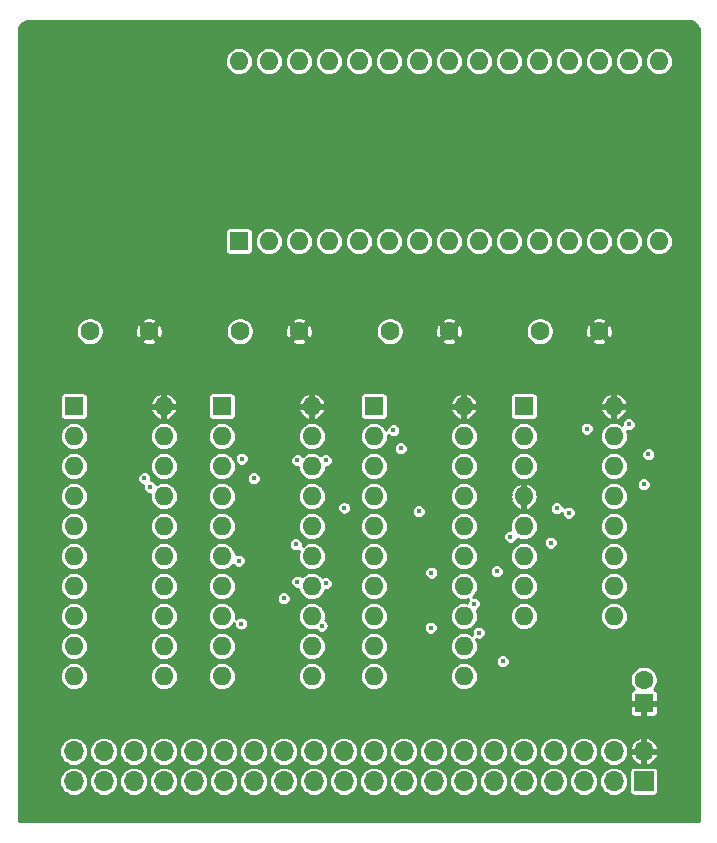
<source format=gbr>
G04 #@! TF.GenerationSoftware,KiCad,Pcbnew,(5.1.0-0)*
G04 #@! TF.CreationDate,2019-11-30T18:13:17-08:00*
G04 #@! TF.ProjectId,ArduinoSerialCard,41726475-696e-46f5-9365-7269616c4361,rev?*
G04 #@! TF.SameCoordinates,Original*
G04 #@! TF.FileFunction,Copper,L3,Inr*
G04 #@! TF.FilePolarity,Positive*
%FSLAX46Y46*%
G04 Gerber Fmt 4.6, Leading zero omitted, Abs format (unit mm)*
G04 Created by KiCad (PCBNEW (5.1.0-0)) date 2019-11-30 18:13:17*
%MOMM*%
%LPD*%
G04 APERTURE LIST*
%ADD10O,1.600000X1.600000*%
%ADD11R,1.600000X1.600000*%
%ADD12C,1.600000*%
%ADD13O,1.700000X1.700000*%
%ADD14R,1.700000X1.700000*%
%ADD15C,0.450000*%
%ADD16C,0.254000*%
G04 APERTURE END LIST*
D10*
X120650000Y-101600000D03*
X113030000Y-124460000D03*
X120650000Y-104140000D03*
X113030000Y-121920000D03*
X120650000Y-106680000D03*
X113030000Y-119380000D03*
X120650000Y-109220000D03*
X113030000Y-116840000D03*
X120650000Y-111760000D03*
X113030000Y-114300000D03*
X120650000Y-114300000D03*
X113030000Y-111760000D03*
X120650000Y-116840000D03*
X113030000Y-109220000D03*
X120650000Y-119380000D03*
X113030000Y-106680000D03*
X120650000Y-121920000D03*
X113030000Y-104140000D03*
X120650000Y-124460000D03*
D11*
X113030000Y-101600000D03*
D10*
X146050000Y-101600000D03*
X138430000Y-124460000D03*
X146050000Y-104140000D03*
X138430000Y-121920000D03*
X146050000Y-106680000D03*
X138430000Y-119380000D03*
X146050000Y-109220000D03*
X138430000Y-116840000D03*
X146050000Y-111760000D03*
X138430000Y-114300000D03*
X146050000Y-114300000D03*
X138430000Y-111760000D03*
X146050000Y-116840000D03*
X138430000Y-109220000D03*
X146050000Y-119380000D03*
X138430000Y-106680000D03*
X146050000Y-121920000D03*
X138430000Y-104140000D03*
X146050000Y-124460000D03*
D11*
X138430000Y-101600000D03*
D10*
X133180000Y-101600000D03*
X125560000Y-124460000D03*
X133180000Y-104140000D03*
X125560000Y-121920000D03*
X133180000Y-106680000D03*
X125560000Y-119380000D03*
X133180000Y-109220000D03*
X125560000Y-116840000D03*
X133180000Y-111760000D03*
X125560000Y-114300000D03*
X133180000Y-114300000D03*
X125560000Y-111760000D03*
X133180000Y-116840000D03*
X125560000Y-109220000D03*
X133180000Y-119380000D03*
X125560000Y-106680000D03*
X133180000Y-121920000D03*
X125560000Y-104140000D03*
X133180000Y-124460000D03*
D11*
X125560000Y-101600000D03*
D10*
X158750000Y-101600000D03*
X151130000Y-119380000D03*
X158750000Y-104140000D03*
X151130000Y-116840000D03*
X158750000Y-106680000D03*
X151130000Y-114300000D03*
X158750000Y-109220000D03*
X151130000Y-111760000D03*
X158750000Y-111760000D03*
X151130000Y-109220000D03*
X158750000Y-114300000D03*
X151130000Y-106680000D03*
X158750000Y-116840000D03*
X151130000Y-104140000D03*
X158750000Y-119380000D03*
D11*
X151130000Y-101600000D03*
D12*
X161290000Y-124746000D03*
D11*
X161290000Y-126746000D03*
D12*
X114380000Y-95250000D03*
X119380000Y-95250000D03*
X139780000Y-95250000D03*
X144780000Y-95250000D03*
X127080000Y-95250000D03*
X132080000Y-95250000D03*
X152480000Y-95250000D03*
X157480000Y-95250000D03*
D13*
X113030000Y-130810000D03*
X113030000Y-133350000D03*
X115570000Y-130810000D03*
X115570000Y-133350000D03*
X118110000Y-130810000D03*
X118110000Y-133350000D03*
X120650000Y-130810000D03*
X120650000Y-133350000D03*
X123190000Y-130810000D03*
X123190000Y-133350000D03*
X125730000Y-130810000D03*
X125730000Y-133350000D03*
X128270000Y-130810000D03*
X128270000Y-133350000D03*
X130810000Y-130810000D03*
X130810000Y-133350000D03*
X133350000Y-130810000D03*
X133350000Y-133350000D03*
X135890000Y-130810000D03*
X135890000Y-133350000D03*
X138430000Y-130810000D03*
X138430000Y-133350000D03*
X140970000Y-130810000D03*
X140970000Y-133350000D03*
X143510000Y-130810000D03*
X143510000Y-133350000D03*
X146050000Y-130810000D03*
X146050000Y-133350000D03*
X148590000Y-130810000D03*
X148590000Y-133350000D03*
X151130000Y-130810000D03*
X151130000Y-133350000D03*
X153670000Y-130810000D03*
X153670000Y-133350000D03*
X156210000Y-130810000D03*
X156210000Y-133350000D03*
X158750000Y-130810000D03*
X158750000Y-133350000D03*
X161290000Y-130810000D03*
D14*
X161290000Y-133350000D03*
D10*
X162560000Y-72390000D03*
X162560000Y-87630000D03*
X127000000Y-72390000D03*
X160020000Y-87630000D03*
X129540000Y-72390000D03*
X157480000Y-87630000D03*
X132080000Y-72390000D03*
X154940000Y-87630000D03*
X134620000Y-72390000D03*
X152400000Y-87630000D03*
X137160000Y-72390000D03*
X149860000Y-87630000D03*
X139700000Y-72390000D03*
X147320000Y-87630000D03*
X142240000Y-72390000D03*
X144780000Y-87630000D03*
X144780000Y-72390000D03*
X142240000Y-87630000D03*
X147320000Y-72390000D03*
X139700000Y-87630000D03*
X149860000Y-72390000D03*
X137160000Y-87630000D03*
X152400000Y-72390000D03*
X134620000Y-87630000D03*
X154940000Y-72390000D03*
X132080000Y-87630000D03*
X157480000Y-72390000D03*
X129540000Y-87630000D03*
X160020000Y-72390000D03*
D11*
X127000000Y-87630000D03*
D15*
X118999000Y-107696000D03*
X128270000Y-107696000D03*
X119507000Y-108458000D03*
X127186011Y-120003988D03*
X130810000Y-117856000D03*
X131826000Y-113284000D03*
X134009002Y-120179914D03*
X131953000Y-116459000D03*
X134366000Y-116586000D03*
X135915499Y-110210501D03*
X131953000Y-106172000D03*
X134366000Y-106172000D03*
X127000000Y-114681000D03*
X161290000Y-108204000D03*
X161671000Y-105664000D03*
X160020000Y-103124000D03*
X156464000Y-103505000D03*
X154940000Y-110617000D03*
X153416000Y-113157000D03*
X149352000Y-123190000D03*
X147320000Y-120777000D03*
X143289614Y-115706011D03*
X143251758Y-120361490D03*
X142240000Y-110490000D03*
X146904490Y-118331643D03*
X140716000Y-105156000D03*
X148844000Y-115570000D03*
X149987000Y-112649000D03*
X153924000Y-110236000D03*
X140081000Y-103632000D03*
X127254000Y-106045000D03*
D16*
G36*
X165267441Y-69004364D02*
G01*
X165428501Y-69052992D01*
X165577054Y-69131979D01*
X165707430Y-69238310D01*
X165814674Y-69367946D01*
X165894695Y-69515942D01*
X165944446Y-69676661D01*
X165964001Y-69862716D01*
X165964000Y-136754000D01*
X108356000Y-136754000D01*
X108356000Y-133350000D01*
X111793044Y-133350000D01*
X111816812Y-133591318D01*
X111887202Y-133823363D01*
X112001509Y-134037216D01*
X112155340Y-134224660D01*
X112342784Y-134378491D01*
X112556637Y-134492798D01*
X112788682Y-134563188D01*
X112969528Y-134581000D01*
X113090472Y-134581000D01*
X113271318Y-134563188D01*
X113503363Y-134492798D01*
X113717216Y-134378491D01*
X113904660Y-134224660D01*
X114058491Y-134037216D01*
X114172798Y-133823363D01*
X114243188Y-133591318D01*
X114266956Y-133350000D01*
X114333044Y-133350000D01*
X114356812Y-133591318D01*
X114427202Y-133823363D01*
X114541509Y-134037216D01*
X114695340Y-134224660D01*
X114882784Y-134378491D01*
X115096637Y-134492798D01*
X115328682Y-134563188D01*
X115509528Y-134581000D01*
X115630472Y-134581000D01*
X115811318Y-134563188D01*
X116043363Y-134492798D01*
X116257216Y-134378491D01*
X116444660Y-134224660D01*
X116598491Y-134037216D01*
X116712798Y-133823363D01*
X116783188Y-133591318D01*
X116806956Y-133350000D01*
X116873044Y-133350000D01*
X116896812Y-133591318D01*
X116967202Y-133823363D01*
X117081509Y-134037216D01*
X117235340Y-134224660D01*
X117422784Y-134378491D01*
X117636637Y-134492798D01*
X117868682Y-134563188D01*
X118049528Y-134581000D01*
X118170472Y-134581000D01*
X118351318Y-134563188D01*
X118583363Y-134492798D01*
X118797216Y-134378491D01*
X118984660Y-134224660D01*
X119138491Y-134037216D01*
X119252798Y-133823363D01*
X119323188Y-133591318D01*
X119346956Y-133350000D01*
X119413044Y-133350000D01*
X119436812Y-133591318D01*
X119507202Y-133823363D01*
X119621509Y-134037216D01*
X119775340Y-134224660D01*
X119962784Y-134378491D01*
X120176637Y-134492798D01*
X120408682Y-134563188D01*
X120589528Y-134581000D01*
X120710472Y-134581000D01*
X120891318Y-134563188D01*
X121123363Y-134492798D01*
X121337216Y-134378491D01*
X121524660Y-134224660D01*
X121678491Y-134037216D01*
X121792798Y-133823363D01*
X121863188Y-133591318D01*
X121886956Y-133350000D01*
X121953044Y-133350000D01*
X121976812Y-133591318D01*
X122047202Y-133823363D01*
X122161509Y-134037216D01*
X122315340Y-134224660D01*
X122502784Y-134378491D01*
X122716637Y-134492798D01*
X122948682Y-134563188D01*
X123129528Y-134581000D01*
X123250472Y-134581000D01*
X123431318Y-134563188D01*
X123663363Y-134492798D01*
X123877216Y-134378491D01*
X124064660Y-134224660D01*
X124218491Y-134037216D01*
X124332798Y-133823363D01*
X124403188Y-133591318D01*
X124426956Y-133350000D01*
X124493044Y-133350000D01*
X124516812Y-133591318D01*
X124587202Y-133823363D01*
X124701509Y-134037216D01*
X124855340Y-134224660D01*
X125042784Y-134378491D01*
X125256637Y-134492798D01*
X125488682Y-134563188D01*
X125669528Y-134581000D01*
X125790472Y-134581000D01*
X125971318Y-134563188D01*
X126203363Y-134492798D01*
X126417216Y-134378491D01*
X126604660Y-134224660D01*
X126758491Y-134037216D01*
X126872798Y-133823363D01*
X126943188Y-133591318D01*
X126966956Y-133350000D01*
X127033044Y-133350000D01*
X127056812Y-133591318D01*
X127127202Y-133823363D01*
X127241509Y-134037216D01*
X127395340Y-134224660D01*
X127582784Y-134378491D01*
X127796637Y-134492798D01*
X128028682Y-134563188D01*
X128209528Y-134581000D01*
X128330472Y-134581000D01*
X128511318Y-134563188D01*
X128743363Y-134492798D01*
X128957216Y-134378491D01*
X129144660Y-134224660D01*
X129298491Y-134037216D01*
X129412798Y-133823363D01*
X129483188Y-133591318D01*
X129506956Y-133350000D01*
X129573044Y-133350000D01*
X129596812Y-133591318D01*
X129667202Y-133823363D01*
X129781509Y-134037216D01*
X129935340Y-134224660D01*
X130122784Y-134378491D01*
X130336637Y-134492798D01*
X130568682Y-134563188D01*
X130749528Y-134581000D01*
X130870472Y-134581000D01*
X131051318Y-134563188D01*
X131283363Y-134492798D01*
X131497216Y-134378491D01*
X131684660Y-134224660D01*
X131838491Y-134037216D01*
X131952798Y-133823363D01*
X132023188Y-133591318D01*
X132046956Y-133350000D01*
X132113044Y-133350000D01*
X132136812Y-133591318D01*
X132207202Y-133823363D01*
X132321509Y-134037216D01*
X132475340Y-134224660D01*
X132662784Y-134378491D01*
X132876637Y-134492798D01*
X133108682Y-134563188D01*
X133289528Y-134581000D01*
X133410472Y-134581000D01*
X133591318Y-134563188D01*
X133823363Y-134492798D01*
X134037216Y-134378491D01*
X134224660Y-134224660D01*
X134378491Y-134037216D01*
X134492798Y-133823363D01*
X134563188Y-133591318D01*
X134586956Y-133350000D01*
X134653044Y-133350000D01*
X134676812Y-133591318D01*
X134747202Y-133823363D01*
X134861509Y-134037216D01*
X135015340Y-134224660D01*
X135202784Y-134378491D01*
X135416637Y-134492798D01*
X135648682Y-134563188D01*
X135829528Y-134581000D01*
X135950472Y-134581000D01*
X136131318Y-134563188D01*
X136363363Y-134492798D01*
X136577216Y-134378491D01*
X136764660Y-134224660D01*
X136918491Y-134037216D01*
X137032798Y-133823363D01*
X137103188Y-133591318D01*
X137126956Y-133350000D01*
X137193044Y-133350000D01*
X137216812Y-133591318D01*
X137287202Y-133823363D01*
X137401509Y-134037216D01*
X137555340Y-134224660D01*
X137742784Y-134378491D01*
X137956637Y-134492798D01*
X138188682Y-134563188D01*
X138369528Y-134581000D01*
X138490472Y-134581000D01*
X138671318Y-134563188D01*
X138903363Y-134492798D01*
X139117216Y-134378491D01*
X139304660Y-134224660D01*
X139458491Y-134037216D01*
X139572798Y-133823363D01*
X139643188Y-133591318D01*
X139666956Y-133350000D01*
X139733044Y-133350000D01*
X139756812Y-133591318D01*
X139827202Y-133823363D01*
X139941509Y-134037216D01*
X140095340Y-134224660D01*
X140282784Y-134378491D01*
X140496637Y-134492798D01*
X140728682Y-134563188D01*
X140909528Y-134581000D01*
X141030472Y-134581000D01*
X141211318Y-134563188D01*
X141443363Y-134492798D01*
X141657216Y-134378491D01*
X141844660Y-134224660D01*
X141998491Y-134037216D01*
X142112798Y-133823363D01*
X142183188Y-133591318D01*
X142206956Y-133350000D01*
X142273044Y-133350000D01*
X142296812Y-133591318D01*
X142367202Y-133823363D01*
X142481509Y-134037216D01*
X142635340Y-134224660D01*
X142822784Y-134378491D01*
X143036637Y-134492798D01*
X143268682Y-134563188D01*
X143449528Y-134581000D01*
X143570472Y-134581000D01*
X143751318Y-134563188D01*
X143983363Y-134492798D01*
X144197216Y-134378491D01*
X144384660Y-134224660D01*
X144538491Y-134037216D01*
X144652798Y-133823363D01*
X144723188Y-133591318D01*
X144746956Y-133350000D01*
X144813044Y-133350000D01*
X144836812Y-133591318D01*
X144907202Y-133823363D01*
X145021509Y-134037216D01*
X145175340Y-134224660D01*
X145362784Y-134378491D01*
X145576637Y-134492798D01*
X145808682Y-134563188D01*
X145989528Y-134581000D01*
X146110472Y-134581000D01*
X146291318Y-134563188D01*
X146523363Y-134492798D01*
X146737216Y-134378491D01*
X146924660Y-134224660D01*
X147078491Y-134037216D01*
X147192798Y-133823363D01*
X147263188Y-133591318D01*
X147286956Y-133350000D01*
X147353044Y-133350000D01*
X147376812Y-133591318D01*
X147447202Y-133823363D01*
X147561509Y-134037216D01*
X147715340Y-134224660D01*
X147902784Y-134378491D01*
X148116637Y-134492798D01*
X148348682Y-134563188D01*
X148529528Y-134581000D01*
X148650472Y-134581000D01*
X148831318Y-134563188D01*
X149063363Y-134492798D01*
X149277216Y-134378491D01*
X149464660Y-134224660D01*
X149618491Y-134037216D01*
X149732798Y-133823363D01*
X149803188Y-133591318D01*
X149826956Y-133350000D01*
X149893044Y-133350000D01*
X149916812Y-133591318D01*
X149987202Y-133823363D01*
X150101509Y-134037216D01*
X150255340Y-134224660D01*
X150442784Y-134378491D01*
X150656637Y-134492798D01*
X150888682Y-134563188D01*
X151069528Y-134581000D01*
X151190472Y-134581000D01*
X151371318Y-134563188D01*
X151603363Y-134492798D01*
X151817216Y-134378491D01*
X152004660Y-134224660D01*
X152158491Y-134037216D01*
X152272798Y-133823363D01*
X152343188Y-133591318D01*
X152366956Y-133350000D01*
X152433044Y-133350000D01*
X152456812Y-133591318D01*
X152527202Y-133823363D01*
X152641509Y-134037216D01*
X152795340Y-134224660D01*
X152982784Y-134378491D01*
X153196637Y-134492798D01*
X153428682Y-134563188D01*
X153609528Y-134581000D01*
X153730472Y-134581000D01*
X153911318Y-134563188D01*
X154143363Y-134492798D01*
X154357216Y-134378491D01*
X154544660Y-134224660D01*
X154698491Y-134037216D01*
X154812798Y-133823363D01*
X154883188Y-133591318D01*
X154906956Y-133350000D01*
X154973044Y-133350000D01*
X154996812Y-133591318D01*
X155067202Y-133823363D01*
X155181509Y-134037216D01*
X155335340Y-134224660D01*
X155522784Y-134378491D01*
X155736637Y-134492798D01*
X155968682Y-134563188D01*
X156149528Y-134581000D01*
X156270472Y-134581000D01*
X156451318Y-134563188D01*
X156683363Y-134492798D01*
X156897216Y-134378491D01*
X157084660Y-134224660D01*
X157238491Y-134037216D01*
X157352798Y-133823363D01*
X157423188Y-133591318D01*
X157446956Y-133350000D01*
X157513044Y-133350000D01*
X157536812Y-133591318D01*
X157607202Y-133823363D01*
X157721509Y-134037216D01*
X157875340Y-134224660D01*
X158062784Y-134378491D01*
X158276637Y-134492798D01*
X158508682Y-134563188D01*
X158689528Y-134581000D01*
X158810472Y-134581000D01*
X158991318Y-134563188D01*
X159223363Y-134492798D01*
X159437216Y-134378491D01*
X159624660Y-134224660D01*
X159778491Y-134037216D01*
X159892798Y-133823363D01*
X159963188Y-133591318D01*
X159986956Y-133350000D01*
X159963188Y-133108682D01*
X159892798Y-132876637D01*
X159778491Y-132662784D01*
X159644898Y-132500000D01*
X160057157Y-132500000D01*
X160057157Y-134200000D01*
X160064513Y-134274689D01*
X160086299Y-134346508D01*
X160121678Y-134412696D01*
X160169289Y-134470711D01*
X160227304Y-134518322D01*
X160293492Y-134553701D01*
X160365311Y-134575487D01*
X160440000Y-134582843D01*
X162140000Y-134582843D01*
X162214689Y-134575487D01*
X162286508Y-134553701D01*
X162352696Y-134518322D01*
X162410711Y-134470711D01*
X162458322Y-134412696D01*
X162493701Y-134346508D01*
X162515487Y-134274689D01*
X162522843Y-134200000D01*
X162522843Y-132500000D01*
X162515487Y-132425311D01*
X162493701Y-132353492D01*
X162458322Y-132287304D01*
X162410711Y-132229289D01*
X162352696Y-132181678D01*
X162286508Y-132146299D01*
X162214689Y-132124513D01*
X162140000Y-132117157D01*
X160440000Y-132117157D01*
X160365311Y-132124513D01*
X160293492Y-132146299D01*
X160227304Y-132181678D01*
X160169289Y-132229289D01*
X160121678Y-132287304D01*
X160086299Y-132353492D01*
X160064513Y-132425311D01*
X160057157Y-132500000D01*
X159644898Y-132500000D01*
X159624660Y-132475340D01*
X159437216Y-132321509D01*
X159223363Y-132207202D01*
X158991318Y-132136812D01*
X158810472Y-132119000D01*
X158689528Y-132119000D01*
X158508682Y-132136812D01*
X158276637Y-132207202D01*
X158062784Y-132321509D01*
X157875340Y-132475340D01*
X157721509Y-132662784D01*
X157607202Y-132876637D01*
X157536812Y-133108682D01*
X157513044Y-133350000D01*
X157446956Y-133350000D01*
X157423188Y-133108682D01*
X157352798Y-132876637D01*
X157238491Y-132662784D01*
X157084660Y-132475340D01*
X156897216Y-132321509D01*
X156683363Y-132207202D01*
X156451318Y-132136812D01*
X156270472Y-132119000D01*
X156149528Y-132119000D01*
X155968682Y-132136812D01*
X155736637Y-132207202D01*
X155522784Y-132321509D01*
X155335340Y-132475340D01*
X155181509Y-132662784D01*
X155067202Y-132876637D01*
X154996812Y-133108682D01*
X154973044Y-133350000D01*
X154906956Y-133350000D01*
X154883188Y-133108682D01*
X154812798Y-132876637D01*
X154698491Y-132662784D01*
X154544660Y-132475340D01*
X154357216Y-132321509D01*
X154143363Y-132207202D01*
X153911318Y-132136812D01*
X153730472Y-132119000D01*
X153609528Y-132119000D01*
X153428682Y-132136812D01*
X153196637Y-132207202D01*
X152982784Y-132321509D01*
X152795340Y-132475340D01*
X152641509Y-132662784D01*
X152527202Y-132876637D01*
X152456812Y-133108682D01*
X152433044Y-133350000D01*
X152366956Y-133350000D01*
X152343188Y-133108682D01*
X152272798Y-132876637D01*
X152158491Y-132662784D01*
X152004660Y-132475340D01*
X151817216Y-132321509D01*
X151603363Y-132207202D01*
X151371318Y-132136812D01*
X151190472Y-132119000D01*
X151069528Y-132119000D01*
X150888682Y-132136812D01*
X150656637Y-132207202D01*
X150442784Y-132321509D01*
X150255340Y-132475340D01*
X150101509Y-132662784D01*
X149987202Y-132876637D01*
X149916812Y-133108682D01*
X149893044Y-133350000D01*
X149826956Y-133350000D01*
X149803188Y-133108682D01*
X149732798Y-132876637D01*
X149618491Y-132662784D01*
X149464660Y-132475340D01*
X149277216Y-132321509D01*
X149063363Y-132207202D01*
X148831318Y-132136812D01*
X148650472Y-132119000D01*
X148529528Y-132119000D01*
X148348682Y-132136812D01*
X148116637Y-132207202D01*
X147902784Y-132321509D01*
X147715340Y-132475340D01*
X147561509Y-132662784D01*
X147447202Y-132876637D01*
X147376812Y-133108682D01*
X147353044Y-133350000D01*
X147286956Y-133350000D01*
X147263188Y-133108682D01*
X147192798Y-132876637D01*
X147078491Y-132662784D01*
X146924660Y-132475340D01*
X146737216Y-132321509D01*
X146523363Y-132207202D01*
X146291318Y-132136812D01*
X146110472Y-132119000D01*
X145989528Y-132119000D01*
X145808682Y-132136812D01*
X145576637Y-132207202D01*
X145362784Y-132321509D01*
X145175340Y-132475340D01*
X145021509Y-132662784D01*
X144907202Y-132876637D01*
X144836812Y-133108682D01*
X144813044Y-133350000D01*
X144746956Y-133350000D01*
X144723188Y-133108682D01*
X144652798Y-132876637D01*
X144538491Y-132662784D01*
X144384660Y-132475340D01*
X144197216Y-132321509D01*
X143983363Y-132207202D01*
X143751318Y-132136812D01*
X143570472Y-132119000D01*
X143449528Y-132119000D01*
X143268682Y-132136812D01*
X143036637Y-132207202D01*
X142822784Y-132321509D01*
X142635340Y-132475340D01*
X142481509Y-132662784D01*
X142367202Y-132876637D01*
X142296812Y-133108682D01*
X142273044Y-133350000D01*
X142206956Y-133350000D01*
X142183188Y-133108682D01*
X142112798Y-132876637D01*
X141998491Y-132662784D01*
X141844660Y-132475340D01*
X141657216Y-132321509D01*
X141443363Y-132207202D01*
X141211318Y-132136812D01*
X141030472Y-132119000D01*
X140909528Y-132119000D01*
X140728682Y-132136812D01*
X140496637Y-132207202D01*
X140282784Y-132321509D01*
X140095340Y-132475340D01*
X139941509Y-132662784D01*
X139827202Y-132876637D01*
X139756812Y-133108682D01*
X139733044Y-133350000D01*
X139666956Y-133350000D01*
X139643188Y-133108682D01*
X139572798Y-132876637D01*
X139458491Y-132662784D01*
X139304660Y-132475340D01*
X139117216Y-132321509D01*
X138903363Y-132207202D01*
X138671318Y-132136812D01*
X138490472Y-132119000D01*
X138369528Y-132119000D01*
X138188682Y-132136812D01*
X137956637Y-132207202D01*
X137742784Y-132321509D01*
X137555340Y-132475340D01*
X137401509Y-132662784D01*
X137287202Y-132876637D01*
X137216812Y-133108682D01*
X137193044Y-133350000D01*
X137126956Y-133350000D01*
X137103188Y-133108682D01*
X137032798Y-132876637D01*
X136918491Y-132662784D01*
X136764660Y-132475340D01*
X136577216Y-132321509D01*
X136363363Y-132207202D01*
X136131318Y-132136812D01*
X135950472Y-132119000D01*
X135829528Y-132119000D01*
X135648682Y-132136812D01*
X135416637Y-132207202D01*
X135202784Y-132321509D01*
X135015340Y-132475340D01*
X134861509Y-132662784D01*
X134747202Y-132876637D01*
X134676812Y-133108682D01*
X134653044Y-133350000D01*
X134586956Y-133350000D01*
X134563188Y-133108682D01*
X134492798Y-132876637D01*
X134378491Y-132662784D01*
X134224660Y-132475340D01*
X134037216Y-132321509D01*
X133823363Y-132207202D01*
X133591318Y-132136812D01*
X133410472Y-132119000D01*
X133289528Y-132119000D01*
X133108682Y-132136812D01*
X132876637Y-132207202D01*
X132662784Y-132321509D01*
X132475340Y-132475340D01*
X132321509Y-132662784D01*
X132207202Y-132876637D01*
X132136812Y-133108682D01*
X132113044Y-133350000D01*
X132046956Y-133350000D01*
X132023188Y-133108682D01*
X131952798Y-132876637D01*
X131838491Y-132662784D01*
X131684660Y-132475340D01*
X131497216Y-132321509D01*
X131283363Y-132207202D01*
X131051318Y-132136812D01*
X130870472Y-132119000D01*
X130749528Y-132119000D01*
X130568682Y-132136812D01*
X130336637Y-132207202D01*
X130122784Y-132321509D01*
X129935340Y-132475340D01*
X129781509Y-132662784D01*
X129667202Y-132876637D01*
X129596812Y-133108682D01*
X129573044Y-133350000D01*
X129506956Y-133350000D01*
X129483188Y-133108682D01*
X129412798Y-132876637D01*
X129298491Y-132662784D01*
X129144660Y-132475340D01*
X128957216Y-132321509D01*
X128743363Y-132207202D01*
X128511318Y-132136812D01*
X128330472Y-132119000D01*
X128209528Y-132119000D01*
X128028682Y-132136812D01*
X127796637Y-132207202D01*
X127582784Y-132321509D01*
X127395340Y-132475340D01*
X127241509Y-132662784D01*
X127127202Y-132876637D01*
X127056812Y-133108682D01*
X127033044Y-133350000D01*
X126966956Y-133350000D01*
X126943188Y-133108682D01*
X126872798Y-132876637D01*
X126758491Y-132662784D01*
X126604660Y-132475340D01*
X126417216Y-132321509D01*
X126203363Y-132207202D01*
X125971318Y-132136812D01*
X125790472Y-132119000D01*
X125669528Y-132119000D01*
X125488682Y-132136812D01*
X125256637Y-132207202D01*
X125042784Y-132321509D01*
X124855340Y-132475340D01*
X124701509Y-132662784D01*
X124587202Y-132876637D01*
X124516812Y-133108682D01*
X124493044Y-133350000D01*
X124426956Y-133350000D01*
X124403188Y-133108682D01*
X124332798Y-132876637D01*
X124218491Y-132662784D01*
X124064660Y-132475340D01*
X123877216Y-132321509D01*
X123663363Y-132207202D01*
X123431318Y-132136812D01*
X123250472Y-132119000D01*
X123129528Y-132119000D01*
X122948682Y-132136812D01*
X122716637Y-132207202D01*
X122502784Y-132321509D01*
X122315340Y-132475340D01*
X122161509Y-132662784D01*
X122047202Y-132876637D01*
X121976812Y-133108682D01*
X121953044Y-133350000D01*
X121886956Y-133350000D01*
X121863188Y-133108682D01*
X121792798Y-132876637D01*
X121678491Y-132662784D01*
X121524660Y-132475340D01*
X121337216Y-132321509D01*
X121123363Y-132207202D01*
X120891318Y-132136812D01*
X120710472Y-132119000D01*
X120589528Y-132119000D01*
X120408682Y-132136812D01*
X120176637Y-132207202D01*
X119962784Y-132321509D01*
X119775340Y-132475340D01*
X119621509Y-132662784D01*
X119507202Y-132876637D01*
X119436812Y-133108682D01*
X119413044Y-133350000D01*
X119346956Y-133350000D01*
X119323188Y-133108682D01*
X119252798Y-132876637D01*
X119138491Y-132662784D01*
X118984660Y-132475340D01*
X118797216Y-132321509D01*
X118583363Y-132207202D01*
X118351318Y-132136812D01*
X118170472Y-132119000D01*
X118049528Y-132119000D01*
X117868682Y-132136812D01*
X117636637Y-132207202D01*
X117422784Y-132321509D01*
X117235340Y-132475340D01*
X117081509Y-132662784D01*
X116967202Y-132876637D01*
X116896812Y-133108682D01*
X116873044Y-133350000D01*
X116806956Y-133350000D01*
X116783188Y-133108682D01*
X116712798Y-132876637D01*
X116598491Y-132662784D01*
X116444660Y-132475340D01*
X116257216Y-132321509D01*
X116043363Y-132207202D01*
X115811318Y-132136812D01*
X115630472Y-132119000D01*
X115509528Y-132119000D01*
X115328682Y-132136812D01*
X115096637Y-132207202D01*
X114882784Y-132321509D01*
X114695340Y-132475340D01*
X114541509Y-132662784D01*
X114427202Y-132876637D01*
X114356812Y-133108682D01*
X114333044Y-133350000D01*
X114266956Y-133350000D01*
X114243188Y-133108682D01*
X114172798Y-132876637D01*
X114058491Y-132662784D01*
X113904660Y-132475340D01*
X113717216Y-132321509D01*
X113503363Y-132207202D01*
X113271318Y-132136812D01*
X113090472Y-132119000D01*
X112969528Y-132119000D01*
X112788682Y-132136812D01*
X112556637Y-132207202D01*
X112342784Y-132321509D01*
X112155340Y-132475340D01*
X112001509Y-132662784D01*
X111887202Y-132876637D01*
X111816812Y-133108682D01*
X111793044Y-133350000D01*
X108356000Y-133350000D01*
X108356000Y-130810000D01*
X111793044Y-130810000D01*
X111816812Y-131051318D01*
X111887202Y-131283363D01*
X112001509Y-131497216D01*
X112155340Y-131684660D01*
X112342784Y-131838491D01*
X112556637Y-131952798D01*
X112788682Y-132023188D01*
X112969528Y-132041000D01*
X113090472Y-132041000D01*
X113271318Y-132023188D01*
X113503363Y-131952798D01*
X113717216Y-131838491D01*
X113904660Y-131684660D01*
X114058491Y-131497216D01*
X114172798Y-131283363D01*
X114243188Y-131051318D01*
X114266956Y-130810000D01*
X114333044Y-130810000D01*
X114356812Y-131051318D01*
X114427202Y-131283363D01*
X114541509Y-131497216D01*
X114695340Y-131684660D01*
X114882784Y-131838491D01*
X115096637Y-131952798D01*
X115328682Y-132023188D01*
X115509528Y-132041000D01*
X115630472Y-132041000D01*
X115811318Y-132023188D01*
X116043363Y-131952798D01*
X116257216Y-131838491D01*
X116444660Y-131684660D01*
X116598491Y-131497216D01*
X116712798Y-131283363D01*
X116783188Y-131051318D01*
X116806956Y-130810000D01*
X116873044Y-130810000D01*
X116896812Y-131051318D01*
X116967202Y-131283363D01*
X117081509Y-131497216D01*
X117235340Y-131684660D01*
X117422784Y-131838491D01*
X117636637Y-131952798D01*
X117868682Y-132023188D01*
X118049528Y-132041000D01*
X118170472Y-132041000D01*
X118351318Y-132023188D01*
X118583363Y-131952798D01*
X118797216Y-131838491D01*
X118984660Y-131684660D01*
X119138491Y-131497216D01*
X119252798Y-131283363D01*
X119323188Y-131051318D01*
X119346956Y-130810000D01*
X119413044Y-130810000D01*
X119436812Y-131051318D01*
X119507202Y-131283363D01*
X119621509Y-131497216D01*
X119775340Y-131684660D01*
X119962784Y-131838491D01*
X120176637Y-131952798D01*
X120408682Y-132023188D01*
X120589528Y-132041000D01*
X120710472Y-132041000D01*
X120891318Y-132023188D01*
X121123363Y-131952798D01*
X121337216Y-131838491D01*
X121524660Y-131684660D01*
X121678491Y-131497216D01*
X121792798Y-131283363D01*
X121863188Y-131051318D01*
X121886956Y-130810000D01*
X121953044Y-130810000D01*
X121976812Y-131051318D01*
X122047202Y-131283363D01*
X122161509Y-131497216D01*
X122315340Y-131684660D01*
X122502784Y-131838491D01*
X122716637Y-131952798D01*
X122948682Y-132023188D01*
X123129528Y-132041000D01*
X123250472Y-132041000D01*
X123431318Y-132023188D01*
X123663363Y-131952798D01*
X123877216Y-131838491D01*
X124064660Y-131684660D01*
X124218491Y-131497216D01*
X124332798Y-131283363D01*
X124403188Y-131051318D01*
X124426956Y-130810000D01*
X124493044Y-130810000D01*
X124516812Y-131051318D01*
X124587202Y-131283363D01*
X124701509Y-131497216D01*
X124855340Y-131684660D01*
X125042784Y-131838491D01*
X125256637Y-131952798D01*
X125488682Y-132023188D01*
X125669528Y-132041000D01*
X125790472Y-132041000D01*
X125971318Y-132023188D01*
X126203363Y-131952798D01*
X126417216Y-131838491D01*
X126604660Y-131684660D01*
X126758491Y-131497216D01*
X126872798Y-131283363D01*
X126943188Y-131051318D01*
X126966956Y-130810000D01*
X127033044Y-130810000D01*
X127056812Y-131051318D01*
X127127202Y-131283363D01*
X127241509Y-131497216D01*
X127395340Y-131684660D01*
X127582784Y-131838491D01*
X127796637Y-131952798D01*
X128028682Y-132023188D01*
X128209528Y-132041000D01*
X128330472Y-132041000D01*
X128511318Y-132023188D01*
X128743363Y-131952798D01*
X128957216Y-131838491D01*
X129144660Y-131684660D01*
X129298491Y-131497216D01*
X129412798Y-131283363D01*
X129483188Y-131051318D01*
X129506956Y-130810000D01*
X129573044Y-130810000D01*
X129596812Y-131051318D01*
X129667202Y-131283363D01*
X129781509Y-131497216D01*
X129935340Y-131684660D01*
X130122784Y-131838491D01*
X130336637Y-131952798D01*
X130568682Y-132023188D01*
X130749528Y-132041000D01*
X130870472Y-132041000D01*
X131051318Y-132023188D01*
X131283363Y-131952798D01*
X131497216Y-131838491D01*
X131684660Y-131684660D01*
X131838491Y-131497216D01*
X131952798Y-131283363D01*
X132023188Y-131051318D01*
X132046956Y-130810000D01*
X132113044Y-130810000D01*
X132136812Y-131051318D01*
X132207202Y-131283363D01*
X132321509Y-131497216D01*
X132475340Y-131684660D01*
X132662784Y-131838491D01*
X132876637Y-131952798D01*
X133108682Y-132023188D01*
X133289528Y-132041000D01*
X133410472Y-132041000D01*
X133591318Y-132023188D01*
X133823363Y-131952798D01*
X134037216Y-131838491D01*
X134224660Y-131684660D01*
X134378491Y-131497216D01*
X134492798Y-131283363D01*
X134563188Y-131051318D01*
X134586956Y-130810000D01*
X134653044Y-130810000D01*
X134676812Y-131051318D01*
X134747202Y-131283363D01*
X134861509Y-131497216D01*
X135015340Y-131684660D01*
X135202784Y-131838491D01*
X135416637Y-131952798D01*
X135648682Y-132023188D01*
X135829528Y-132041000D01*
X135950472Y-132041000D01*
X136131318Y-132023188D01*
X136363363Y-131952798D01*
X136577216Y-131838491D01*
X136764660Y-131684660D01*
X136918491Y-131497216D01*
X137032798Y-131283363D01*
X137103188Y-131051318D01*
X137126956Y-130810000D01*
X137193044Y-130810000D01*
X137216812Y-131051318D01*
X137287202Y-131283363D01*
X137401509Y-131497216D01*
X137555340Y-131684660D01*
X137742784Y-131838491D01*
X137956637Y-131952798D01*
X138188682Y-132023188D01*
X138369528Y-132041000D01*
X138490472Y-132041000D01*
X138671318Y-132023188D01*
X138903363Y-131952798D01*
X139117216Y-131838491D01*
X139304660Y-131684660D01*
X139458491Y-131497216D01*
X139572798Y-131283363D01*
X139643188Y-131051318D01*
X139666956Y-130810000D01*
X139733044Y-130810000D01*
X139756812Y-131051318D01*
X139827202Y-131283363D01*
X139941509Y-131497216D01*
X140095340Y-131684660D01*
X140282784Y-131838491D01*
X140496637Y-131952798D01*
X140728682Y-132023188D01*
X140909528Y-132041000D01*
X141030472Y-132041000D01*
X141211318Y-132023188D01*
X141443363Y-131952798D01*
X141657216Y-131838491D01*
X141844660Y-131684660D01*
X141998491Y-131497216D01*
X142112798Y-131283363D01*
X142183188Y-131051318D01*
X142206956Y-130810000D01*
X142273044Y-130810000D01*
X142296812Y-131051318D01*
X142367202Y-131283363D01*
X142481509Y-131497216D01*
X142635340Y-131684660D01*
X142822784Y-131838491D01*
X143036637Y-131952798D01*
X143268682Y-132023188D01*
X143449528Y-132041000D01*
X143570472Y-132041000D01*
X143751318Y-132023188D01*
X143983363Y-131952798D01*
X144197216Y-131838491D01*
X144384660Y-131684660D01*
X144538491Y-131497216D01*
X144652798Y-131283363D01*
X144723188Y-131051318D01*
X144746956Y-130810000D01*
X144813044Y-130810000D01*
X144836812Y-131051318D01*
X144907202Y-131283363D01*
X145021509Y-131497216D01*
X145175340Y-131684660D01*
X145362784Y-131838491D01*
X145576637Y-131952798D01*
X145808682Y-132023188D01*
X145989528Y-132041000D01*
X146110472Y-132041000D01*
X146291318Y-132023188D01*
X146523363Y-131952798D01*
X146737216Y-131838491D01*
X146924660Y-131684660D01*
X147078491Y-131497216D01*
X147192798Y-131283363D01*
X147263188Y-131051318D01*
X147286956Y-130810000D01*
X147353044Y-130810000D01*
X147376812Y-131051318D01*
X147447202Y-131283363D01*
X147561509Y-131497216D01*
X147715340Y-131684660D01*
X147902784Y-131838491D01*
X148116637Y-131952798D01*
X148348682Y-132023188D01*
X148529528Y-132041000D01*
X148650472Y-132041000D01*
X148831318Y-132023188D01*
X149063363Y-131952798D01*
X149277216Y-131838491D01*
X149464660Y-131684660D01*
X149618491Y-131497216D01*
X149732798Y-131283363D01*
X149803188Y-131051318D01*
X149826956Y-130810000D01*
X149893044Y-130810000D01*
X149916812Y-131051318D01*
X149987202Y-131283363D01*
X150101509Y-131497216D01*
X150255340Y-131684660D01*
X150442784Y-131838491D01*
X150656637Y-131952798D01*
X150888682Y-132023188D01*
X151069528Y-132041000D01*
X151190472Y-132041000D01*
X151371318Y-132023188D01*
X151603363Y-131952798D01*
X151817216Y-131838491D01*
X152004660Y-131684660D01*
X152158491Y-131497216D01*
X152272798Y-131283363D01*
X152343188Y-131051318D01*
X152366956Y-130810000D01*
X152433044Y-130810000D01*
X152456812Y-131051318D01*
X152527202Y-131283363D01*
X152641509Y-131497216D01*
X152795340Y-131684660D01*
X152982784Y-131838491D01*
X153196637Y-131952798D01*
X153428682Y-132023188D01*
X153609528Y-132041000D01*
X153730472Y-132041000D01*
X153911318Y-132023188D01*
X154143363Y-131952798D01*
X154357216Y-131838491D01*
X154544660Y-131684660D01*
X154698491Y-131497216D01*
X154812798Y-131283363D01*
X154883188Y-131051318D01*
X154906956Y-130810000D01*
X154973044Y-130810000D01*
X154996812Y-131051318D01*
X155067202Y-131283363D01*
X155181509Y-131497216D01*
X155335340Y-131684660D01*
X155522784Y-131838491D01*
X155736637Y-131952798D01*
X155968682Y-132023188D01*
X156149528Y-132041000D01*
X156270472Y-132041000D01*
X156451318Y-132023188D01*
X156683363Y-131952798D01*
X156897216Y-131838491D01*
X157084660Y-131684660D01*
X157238491Y-131497216D01*
X157352798Y-131283363D01*
X157423188Y-131051318D01*
X157446956Y-130810000D01*
X157513044Y-130810000D01*
X157536812Y-131051318D01*
X157607202Y-131283363D01*
X157721509Y-131497216D01*
X157875340Y-131684660D01*
X158062784Y-131838491D01*
X158276637Y-131952798D01*
X158508682Y-132023188D01*
X158689528Y-132041000D01*
X158810472Y-132041000D01*
X158991318Y-132023188D01*
X159223363Y-131952798D01*
X159437216Y-131838491D01*
X159624660Y-131684660D01*
X159778491Y-131497216D01*
X159892798Y-131283363D01*
X159940235Y-131126981D01*
X160100505Y-131126981D01*
X160185201Y-131352949D01*
X160312353Y-131558052D01*
X160477076Y-131734408D01*
X160673039Y-131875239D01*
X160892712Y-131975134D01*
X160973020Y-131999489D01*
X161163000Y-131938627D01*
X161163000Y-130937000D01*
X161417000Y-130937000D01*
X161417000Y-131938627D01*
X161606980Y-131999489D01*
X161687288Y-131975134D01*
X161906961Y-131875239D01*
X162102924Y-131734408D01*
X162267647Y-131558052D01*
X162394799Y-131352949D01*
X162479495Y-131126981D01*
X162419187Y-130937000D01*
X161417000Y-130937000D01*
X161163000Y-130937000D01*
X160160813Y-130937000D01*
X160100505Y-131126981D01*
X159940235Y-131126981D01*
X159963188Y-131051318D01*
X159986956Y-130810000D01*
X159963188Y-130568682D01*
X159940236Y-130493019D01*
X160100505Y-130493019D01*
X160160813Y-130683000D01*
X161163000Y-130683000D01*
X161163000Y-129681373D01*
X161417000Y-129681373D01*
X161417000Y-130683000D01*
X162419187Y-130683000D01*
X162479495Y-130493019D01*
X162394799Y-130267051D01*
X162267647Y-130061948D01*
X162102924Y-129885592D01*
X161906961Y-129744761D01*
X161687288Y-129644866D01*
X161606980Y-129620511D01*
X161417000Y-129681373D01*
X161163000Y-129681373D01*
X160973020Y-129620511D01*
X160892712Y-129644866D01*
X160673039Y-129744761D01*
X160477076Y-129885592D01*
X160312353Y-130061948D01*
X160185201Y-130267051D01*
X160100505Y-130493019D01*
X159940236Y-130493019D01*
X159892798Y-130336637D01*
X159778491Y-130122784D01*
X159624660Y-129935340D01*
X159437216Y-129781509D01*
X159223363Y-129667202D01*
X158991318Y-129596812D01*
X158810472Y-129579000D01*
X158689528Y-129579000D01*
X158508682Y-129596812D01*
X158276637Y-129667202D01*
X158062784Y-129781509D01*
X157875340Y-129935340D01*
X157721509Y-130122784D01*
X157607202Y-130336637D01*
X157536812Y-130568682D01*
X157513044Y-130810000D01*
X157446956Y-130810000D01*
X157423188Y-130568682D01*
X157352798Y-130336637D01*
X157238491Y-130122784D01*
X157084660Y-129935340D01*
X156897216Y-129781509D01*
X156683363Y-129667202D01*
X156451318Y-129596812D01*
X156270472Y-129579000D01*
X156149528Y-129579000D01*
X155968682Y-129596812D01*
X155736637Y-129667202D01*
X155522784Y-129781509D01*
X155335340Y-129935340D01*
X155181509Y-130122784D01*
X155067202Y-130336637D01*
X154996812Y-130568682D01*
X154973044Y-130810000D01*
X154906956Y-130810000D01*
X154883188Y-130568682D01*
X154812798Y-130336637D01*
X154698491Y-130122784D01*
X154544660Y-129935340D01*
X154357216Y-129781509D01*
X154143363Y-129667202D01*
X153911318Y-129596812D01*
X153730472Y-129579000D01*
X153609528Y-129579000D01*
X153428682Y-129596812D01*
X153196637Y-129667202D01*
X152982784Y-129781509D01*
X152795340Y-129935340D01*
X152641509Y-130122784D01*
X152527202Y-130336637D01*
X152456812Y-130568682D01*
X152433044Y-130810000D01*
X152366956Y-130810000D01*
X152343188Y-130568682D01*
X152272798Y-130336637D01*
X152158491Y-130122784D01*
X152004660Y-129935340D01*
X151817216Y-129781509D01*
X151603363Y-129667202D01*
X151371318Y-129596812D01*
X151190472Y-129579000D01*
X151069528Y-129579000D01*
X150888682Y-129596812D01*
X150656637Y-129667202D01*
X150442784Y-129781509D01*
X150255340Y-129935340D01*
X150101509Y-130122784D01*
X149987202Y-130336637D01*
X149916812Y-130568682D01*
X149893044Y-130810000D01*
X149826956Y-130810000D01*
X149803188Y-130568682D01*
X149732798Y-130336637D01*
X149618491Y-130122784D01*
X149464660Y-129935340D01*
X149277216Y-129781509D01*
X149063363Y-129667202D01*
X148831318Y-129596812D01*
X148650472Y-129579000D01*
X148529528Y-129579000D01*
X148348682Y-129596812D01*
X148116637Y-129667202D01*
X147902784Y-129781509D01*
X147715340Y-129935340D01*
X147561509Y-130122784D01*
X147447202Y-130336637D01*
X147376812Y-130568682D01*
X147353044Y-130810000D01*
X147286956Y-130810000D01*
X147263188Y-130568682D01*
X147192798Y-130336637D01*
X147078491Y-130122784D01*
X146924660Y-129935340D01*
X146737216Y-129781509D01*
X146523363Y-129667202D01*
X146291318Y-129596812D01*
X146110472Y-129579000D01*
X145989528Y-129579000D01*
X145808682Y-129596812D01*
X145576637Y-129667202D01*
X145362784Y-129781509D01*
X145175340Y-129935340D01*
X145021509Y-130122784D01*
X144907202Y-130336637D01*
X144836812Y-130568682D01*
X144813044Y-130810000D01*
X144746956Y-130810000D01*
X144723188Y-130568682D01*
X144652798Y-130336637D01*
X144538491Y-130122784D01*
X144384660Y-129935340D01*
X144197216Y-129781509D01*
X143983363Y-129667202D01*
X143751318Y-129596812D01*
X143570472Y-129579000D01*
X143449528Y-129579000D01*
X143268682Y-129596812D01*
X143036637Y-129667202D01*
X142822784Y-129781509D01*
X142635340Y-129935340D01*
X142481509Y-130122784D01*
X142367202Y-130336637D01*
X142296812Y-130568682D01*
X142273044Y-130810000D01*
X142206956Y-130810000D01*
X142183188Y-130568682D01*
X142112798Y-130336637D01*
X141998491Y-130122784D01*
X141844660Y-129935340D01*
X141657216Y-129781509D01*
X141443363Y-129667202D01*
X141211318Y-129596812D01*
X141030472Y-129579000D01*
X140909528Y-129579000D01*
X140728682Y-129596812D01*
X140496637Y-129667202D01*
X140282784Y-129781509D01*
X140095340Y-129935340D01*
X139941509Y-130122784D01*
X139827202Y-130336637D01*
X139756812Y-130568682D01*
X139733044Y-130810000D01*
X139666956Y-130810000D01*
X139643188Y-130568682D01*
X139572798Y-130336637D01*
X139458491Y-130122784D01*
X139304660Y-129935340D01*
X139117216Y-129781509D01*
X138903363Y-129667202D01*
X138671318Y-129596812D01*
X138490472Y-129579000D01*
X138369528Y-129579000D01*
X138188682Y-129596812D01*
X137956637Y-129667202D01*
X137742784Y-129781509D01*
X137555340Y-129935340D01*
X137401509Y-130122784D01*
X137287202Y-130336637D01*
X137216812Y-130568682D01*
X137193044Y-130810000D01*
X137126956Y-130810000D01*
X137103188Y-130568682D01*
X137032798Y-130336637D01*
X136918491Y-130122784D01*
X136764660Y-129935340D01*
X136577216Y-129781509D01*
X136363363Y-129667202D01*
X136131318Y-129596812D01*
X135950472Y-129579000D01*
X135829528Y-129579000D01*
X135648682Y-129596812D01*
X135416637Y-129667202D01*
X135202784Y-129781509D01*
X135015340Y-129935340D01*
X134861509Y-130122784D01*
X134747202Y-130336637D01*
X134676812Y-130568682D01*
X134653044Y-130810000D01*
X134586956Y-130810000D01*
X134563188Y-130568682D01*
X134492798Y-130336637D01*
X134378491Y-130122784D01*
X134224660Y-129935340D01*
X134037216Y-129781509D01*
X133823363Y-129667202D01*
X133591318Y-129596812D01*
X133410472Y-129579000D01*
X133289528Y-129579000D01*
X133108682Y-129596812D01*
X132876637Y-129667202D01*
X132662784Y-129781509D01*
X132475340Y-129935340D01*
X132321509Y-130122784D01*
X132207202Y-130336637D01*
X132136812Y-130568682D01*
X132113044Y-130810000D01*
X132046956Y-130810000D01*
X132023188Y-130568682D01*
X131952798Y-130336637D01*
X131838491Y-130122784D01*
X131684660Y-129935340D01*
X131497216Y-129781509D01*
X131283363Y-129667202D01*
X131051318Y-129596812D01*
X130870472Y-129579000D01*
X130749528Y-129579000D01*
X130568682Y-129596812D01*
X130336637Y-129667202D01*
X130122784Y-129781509D01*
X129935340Y-129935340D01*
X129781509Y-130122784D01*
X129667202Y-130336637D01*
X129596812Y-130568682D01*
X129573044Y-130810000D01*
X129506956Y-130810000D01*
X129483188Y-130568682D01*
X129412798Y-130336637D01*
X129298491Y-130122784D01*
X129144660Y-129935340D01*
X128957216Y-129781509D01*
X128743363Y-129667202D01*
X128511318Y-129596812D01*
X128330472Y-129579000D01*
X128209528Y-129579000D01*
X128028682Y-129596812D01*
X127796637Y-129667202D01*
X127582784Y-129781509D01*
X127395340Y-129935340D01*
X127241509Y-130122784D01*
X127127202Y-130336637D01*
X127056812Y-130568682D01*
X127033044Y-130810000D01*
X126966956Y-130810000D01*
X126943188Y-130568682D01*
X126872798Y-130336637D01*
X126758491Y-130122784D01*
X126604660Y-129935340D01*
X126417216Y-129781509D01*
X126203363Y-129667202D01*
X125971318Y-129596812D01*
X125790472Y-129579000D01*
X125669528Y-129579000D01*
X125488682Y-129596812D01*
X125256637Y-129667202D01*
X125042784Y-129781509D01*
X124855340Y-129935340D01*
X124701509Y-130122784D01*
X124587202Y-130336637D01*
X124516812Y-130568682D01*
X124493044Y-130810000D01*
X124426956Y-130810000D01*
X124403188Y-130568682D01*
X124332798Y-130336637D01*
X124218491Y-130122784D01*
X124064660Y-129935340D01*
X123877216Y-129781509D01*
X123663363Y-129667202D01*
X123431318Y-129596812D01*
X123250472Y-129579000D01*
X123129528Y-129579000D01*
X122948682Y-129596812D01*
X122716637Y-129667202D01*
X122502784Y-129781509D01*
X122315340Y-129935340D01*
X122161509Y-130122784D01*
X122047202Y-130336637D01*
X121976812Y-130568682D01*
X121953044Y-130810000D01*
X121886956Y-130810000D01*
X121863188Y-130568682D01*
X121792798Y-130336637D01*
X121678491Y-130122784D01*
X121524660Y-129935340D01*
X121337216Y-129781509D01*
X121123363Y-129667202D01*
X120891318Y-129596812D01*
X120710472Y-129579000D01*
X120589528Y-129579000D01*
X120408682Y-129596812D01*
X120176637Y-129667202D01*
X119962784Y-129781509D01*
X119775340Y-129935340D01*
X119621509Y-130122784D01*
X119507202Y-130336637D01*
X119436812Y-130568682D01*
X119413044Y-130810000D01*
X119346956Y-130810000D01*
X119323188Y-130568682D01*
X119252798Y-130336637D01*
X119138491Y-130122784D01*
X118984660Y-129935340D01*
X118797216Y-129781509D01*
X118583363Y-129667202D01*
X118351318Y-129596812D01*
X118170472Y-129579000D01*
X118049528Y-129579000D01*
X117868682Y-129596812D01*
X117636637Y-129667202D01*
X117422784Y-129781509D01*
X117235340Y-129935340D01*
X117081509Y-130122784D01*
X116967202Y-130336637D01*
X116896812Y-130568682D01*
X116873044Y-130810000D01*
X116806956Y-130810000D01*
X116783188Y-130568682D01*
X116712798Y-130336637D01*
X116598491Y-130122784D01*
X116444660Y-129935340D01*
X116257216Y-129781509D01*
X116043363Y-129667202D01*
X115811318Y-129596812D01*
X115630472Y-129579000D01*
X115509528Y-129579000D01*
X115328682Y-129596812D01*
X115096637Y-129667202D01*
X114882784Y-129781509D01*
X114695340Y-129935340D01*
X114541509Y-130122784D01*
X114427202Y-130336637D01*
X114356812Y-130568682D01*
X114333044Y-130810000D01*
X114266956Y-130810000D01*
X114243188Y-130568682D01*
X114172798Y-130336637D01*
X114058491Y-130122784D01*
X113904660Y-129935340D01*
X113717216Y-129781509D01*
X113503363Y-129667202D01*
X113271318Y-129596812D01*
X113090472Y-129579000D01*
X112969528Y-129579000D01*
X112788682Y-129596812D01*
X112556637Y-129667202D01*
X112342784Y-129781509D01*
X112155340Y-129935340D01*
X112001509Y-130122784D01*
X111887202Y-130336637D01*
X111816812Y-130568682D01*
X111793044Y-130810000D01*
X108356000Y-130810000D01*
X108356000Y-127546000D01*
X160107157Y-127546000D01*
X160114513Y-127620689D01*
X160136299Y-127692508D01*
X160171678Y-127758696D01*
X160219289Y-127816711D01*
X160277304Y-127864322D01*
X160343492Y-127899701D01*
X160415311Y-127921487D01*
X160490000Y-127928843D01*
X161067750Y-127927000D01*
X161163000Y-127831750D01*
X161163000Y-126873000D01*
X161417000Y-126873000D01*
X161417000Y-127831750D01*
X161512250Y-127927000D01*
X162090000Y-127928843D01*
X162164689Y-127921487D01*
X162236508Y-127899701D01*
X162302696Y-127864322D01*
X162360711Y-127816711D01*
X162408322Y-127758696D01*
X162443701Y-127692508D01*
X162465487Y-127620689D01*
X162472843Y-127546000D01*
X162471000Y-126968250D01*
X162375750Y-126873000D01*
X161417000Y-126873000D01*
X161163000Y-126873000D01*
X160204250Y-126873000D01*
X160109000Y-126968250D01*
X160107157Y-127546000D01*
X108356000Y-127546000D01*
X108356000Y-125946000D01*
X160107157Y-125946000D01*
X160109000Y-126523750D01*
X160204250Y-126619000D01*
X161163000Y-126619000D01*
X161163000Y-126599000D01*
X161417000Y-126599000D01*
X161417000Y-126619000D01*
X162375750Y-126619000D01*
X162471000Y-126523750D01*
X162472843Y-125946000D01*
X162465487Y-125871311D01*
X162443701Y-125799492D01*
X162408322Y-125733304D01*
X162360711Y-125675289D01*
X162302696Y-125627678D01*
X162236508Y-125592299D01*
X162164689Y-125570513D01*
X162138274Y-125567911D01*
X162207342Y-125498843D01*
X162336588Y-125305413D01*
X162425614Y-125090485D01*
X162471000Y-124862318D01*
X162471000Y-124629682D01*
X162425614Y-124401515D01*
X162336588Y-124186587D01*
X162207342Y-123993157D01*
X162042843Y-123828658D01*
X161849413Y-123699412D01*
X161634485Y-123610386D01*
X161406318Y-123565000D01*
X161173682Y-123565000D01*
X160945515Y-123610386D01*
X160730587Y-123699412D01*
X160537157Y-123828658D01*
X160372658Y-123993157D01*
X160243412Y-124186587D01*
X160154386Y-124401515D01*
X160109000Y-124629682D01*
X160109000Y-124862318D01*
X160154386Y-125090485D01*
X160243412Y-125305413D01*
X160372658Y-125498843D01*
X160441726Y-125567911D01*
X160415311Y-125570513D01*
X160343492Y-125592299D01*
X160277304Y-125627678D01*
X160219289Y-125675289D01*
X160171678Y-125733304D01*
X160136299Y-125799492D01*
X160114513Y-125871311D01*
X160107157Y-125946000D01*
X108356000Y-125946000D01*
X108356000Y-124460000D01*
X111843286Y-124460000D01*
X111866088Y-124691516D01*
X111933619Y-124914136D01*
X112043283Y-125119303D01*
X112190866Y-125299134D01*
X112370697Y-125446717D01*
X112575864Y-125556381D01*
X112798484Y-125623912D01*
X112971984Y-125641000D01*
X113088016Y-125641000D01*
X113261516Y-125623912D01*
X113484136Y-125556381D01*
X113689303Y-125446717D01*
X113869134Y-125299134D01*
X114016717Y-125119303D01*
X114126381Y-124914136D01*
X114193912Y-124691516D01*
X114216714Y-124460000D01*
X119463286Y-124460000D01*
X119486088Y-124691516D01*
X119553619Y-124914136D01*
X119663283Y-125119303D01*
X119810866Y-125299134D01*
X119990697Y-125446717D01*
X120195864Y-125556381D01*
X120418484Y-125623912D01*
X120591984Y-125641000D01*
X120708016Y-125641000D01*
X120881516Y-125623912D01*
X121104136Y-125556381D01*
X121309303Y-125446717D01*
X121489134Y-125299134D01*
X121636717Y-125119303D01*
X121746381Y-124914136D01*
X121813912Y-124691516D01*
X121836714Y-124460000D01*
X124373286Y-124460000D01*
X124396088Y-124691516D01*
X124463619Y-124914136D01*
X124573283Y-125119303D01*
X124720866Y-125299134D01*
X124900697Y-125446717D01*
X125105864Y-125556381D01*
X125328484Y-125623912D01*
X125501984Y-125641000D01*
X125618016Y-125641000D01*
X125791516Y-125623912D01*
X126014136Y-125556381D01*
X126219303Y-125446717D01*
X126399134Y-125299134D01*
X126546717Y-125119303D01*
X126656381Y-124914136D01*
X126723912Y-124691516D01*
X126746714Y-124460000D01*
X131993286Y-124460000D01*
X132016088Y-124691516D01*
X132083619Y-124914136D01*
X132193283Y-125119303D01*
X132340866Y-125299134D01*
X132520697Y-125446717D01*
X132725864Y-125556381D01*
X132948484Y-125623912D01*
X133121984Y-125641000D01*
X133238016Y-125641000D01*
X133411516Y-125623912D01*
X133634136Y-125556381D01*
X133839303Y-125446717D01*
X134019134Y-125299134D01*
X134166717Y-125119303D01*
X134276381Y-124914136D01*
X134343912Y-124691516D01*
X134366714Y-124460000D01*
X137243286Y-124460000D01*
X137266088Y-124691516D01*
X137333619Y-124914136D01*
X137443283Y-125119303D01*
X137590866Y-125299134D01*
X137770697Y-125446717D01*
X137975864Y-125556381D01*
X138198484Y-125623912D01*
X138371984Y-125641000D01*
X138488016Y-125641000D01*
X138661516Y-125623912D01*
X138884136Y-125556381D01*
X139089303Y-125446717D01*
X139269134Y-125299134D01*
X139416717Y-125119303D01*
X139526381Y-124914136D01*
X139593912Y-124691516D01*
X139616714Y-124460000D01*
X144863286Y-124460000D01*
X144886088Y-124691516D01*
X144953619Y-124914136D01*
X145063283Y-125119303D01*
X145210866Y-125299134D01*
X145390697Y-125446717D01*
X145595864Y-125556381D01*
X145818484Y-125623912D01*
X145991984Y-125641000D01*
X146108016Y-125641000D01*
X146281516Y-125623912D01*
X146504136Y-125556381D01*
X146709303Y-125446717D01*
X146889134Y-125299134D01*
X147036717Y-125119303D01*
X147146381Y-124914136D01*
X147213912Y-124691516D01*
X147236714Y-124460000D01*
X147213912Y-124228484D01*
X147146381Y-124005864D01*
X147036717Y-123800697D01*
X146889134Y-123620866D01*
X146709303Y-123473283D01*
X146504136Y-123363619D01*
X146281516Y-123296088D01*
X146108016Y-123279000D01*
X145991984Y-123279000D01*
X145818484Y-123296088D01*
X145595864Y-123363619D01*
X145390697Y-123473283D01*
X145210866Y-123620866D01*
X145063283Y-123800697D01*
X144953619Y-124005864D01*
X144886088Y-124228484D01*
X144863286Y-124460000D01*
X139616714Y-124460000D01*
X139593912Y-124228484D01*
X139526381Y-124005864D01*
X139416717Y-123800697D01*
X139269134Y-123620866D01*
X139089303Y-123473283D01*
X138884136Y-123363619D01*
X138661516Y-123296088D01*
X138488016Y-123279000D01*
X138371984Y-123279000D01*
X138198484Y-123296088D01*
X137975864Y-123363619D01*
X137770697Y-123473283D01*
X137590866Y-123620866D01*
X137443283Y-123800697D01*
X137333619Y-124005864D01*
X137266088Y-124228484D01*
X137243286Y-124460000D01*
X134366714Y-124460000D01*
X134343912Y-124228484D01*
X134276381Y-124005864D01*
X134166717Y-123800697D01*
X134019134Y-123620866D01*
X133839303Y-123473283D01*
X133634136Y-123363619D01*
X133411516Y-123296088D01*
X133238016Y-123279000D01*
X133121984Y-123279000D01*
X132948484Y-123296088D01*
X132725864Y-123363619D01*
X132520697Y-123473283D01*
X132340866Y-123620866D01*
X132193283Y-123800697D01*
X132083619Y-124005864D01*
X132016088Y-124228484D01*
X131993286Y-124460000D01*
X126746714Y-124460000D01*
X126723912Y-124228484D01*
X126656381Y-124005864D01*
X126546717Y-123800697D01*
X126399134Y-123620866D01*
X126219303Y-123473283D01*
X126014136Y-123363619D01*
X125791516Y-123296088D01*
X125618016Y-123279000D01*
X125501984Y-123279000D01*
X125328484Y-123296088D01*
X125105864Y-123363619D01*
X124900697Y-123473283D01*
X124720866Y-123620866D01*
X124573283Y-123800697D01*
X124463619Y-124005864D01*
X124396088Y-124228484D01*
X124373286Y-124460000D01*
X121836714Y-124460000D01*
X121813912Y-124228484D01*
X121746381Y-124005864D01*
X121636717Y-123800697D01*
X121489134Y-123620866D01*
X121309303Y-123473283D01*
X121104136Y-123363619D01*
X120881516Y-123296088D01*
X120708016Y-123279000D01*
X120591984Y-123279000D01*
X120418484Y-123296088D01*
X120195864Y-123363619D01*
X119990697Y-123473283D01*
X119810866Y-123620866D01*
X119663283Y-123800697D01*
X119553619Y-124005864D01*
X119486088Y-124228484D01*
X119463286Y-124460000D01*
X114216714Y-124460000D01*
X114193912Y-124228484D01*
X114126381Y-124005864D01*
X114016717Y-123800697D01*
X113869134Y-123620866D01*
X113689303Y-123473283D01*
X113484136Y-123363619D01*
X113261516Y-123296088D01*
X113088016Y-123279000D01*
X112971984Y-123279000D01*
X112798484Y-123296088D01*
X112575864Y-123363619D01*
X112370697Y-123473283D01*
X112190866Y-123620866D01*
X112043283Y-123800697D01*
X111933619Y-124005864D01*
X111866088Y-124228484D01*
X111843286Y-124460000D01*
X108356000Y-124460000D01*
X108356000Y-123130314D01*
X148746000Y-123130314D01*
X148746000Y-123249686D01*
X148769288Y-123366764D01*
X148814970Y-123477049D01*
X148881289Y-123576302D01*
X148965698Y-123660711D01*
X149064951Y-123727030D01*
X149175236Y-123772712D01*
X149292314Y-123796000D01*
X149411686Y-123796000D01*
X149528764Y-123772712D01*
X149639049Y-123727030D01*
X149738302Y-123660711D01*
X149822711Y-123576302D01*
X149889030Y-123477049D01*
X149934712Y-123366764D01*
X149958000Y-123249686D01*
X149958000Y-123130314D01*
X149934712Y-123013236D01*
X149889030Y-122902951D01*
X149822711Y-122803698D01*
X149738302Y-122719289D01*
X149639049Y-122652970D01*
X149528764Y-122607288D01*
X149411686Y-122584000D01*
X149292314Y-122584000D01*
X149175236Y-122607288D01*
X149064951Y-122652970D01*
X148965698Y-122719289D01*
X148881289Y-122803698D01*
X148814970Y-122902951D01*
X148769288Y-123013236D01*
X148746000Y-123130314D01*
X108356000Y-123130314D01*
X108356000Y-121920000D01*
X111843286Y-121920000D01*
X111866088Y-122151516D01*
X111933619Y-122374136D01*
X112043283Y-122579303D01*
X112190866Y-122759134D01*
X112370697Y-122906717D01*
X112575864Y-123016381D01*
X112798484Y-123083912D01*
X112971984Y-123101000D01*
X113088016Y-123101000D01*
X113261516Y-123083912D01*
X113484136Y-123016381D01*
X113689303Y-122906717D01*
X113869134Y-122759134D01*
X114016717Y-122579303D01*
X114126381Y-122374136D01*
X114193912Y-122151516D01*
X114216714Y-121920000D01*
X119463286Y-121920000D01*
X119486088Y-122151516D01*
X119553619Y-122374136D01*
X119663283Y-122579303D01*
X119810866Y-122759134D01*
X119990697Y-122906717D01*
X120195864Y-123016381D01*
X120418484Y-123083912D01*
X120591984Y-123101000D01*
X120708016Y-123101000D01*
X120881516Y-123083912D01*
X121104136Y-123016381D01*
X121309303Y-122906717D01*
X121489134Y-122759134D01*
X121636717Y-122579303D01*
X121746381Y-122374136D01*
X121813912Y-122151516D01*
X121836714Y-121920000D01*
X124373286Y-121920000D01*
X124396088Y-122151516D01*
X124463619Y-122374136D01*
X124573283Y-122579303D01*
X124720866Y-122759134D01*
X124900697Y-122906717D01*
X125105864Y-123016381D01*
X125328484Y-123083912D01*
X125501984Y-123101000D01*
X125618016Y-123101000D01*
X125791516Y-123083912D01*
X126014136Y-123016381D01*
X126219303Y-122906717D01*
X126399134Y-122759134D01*
X126546717Y-122579303D01*
X126656381Y-122374136D01*
X126723912Y-122151516D01*
X126746714Y-121920000D01*
X131993286Y-121920000D01*
X132016088Y-122151516D01*
X132083619Y-122374136D01*
X132193283Y-122579303D01*
X132340866Y-122759134D01*
X132520697Y-122906717D01*
X132725864Y-123016381D01*
X132948484Y-123083912D01*
X133121984Y-123101000D01*
X133238016Y-123101000D01*
X133411516Y-123083912D01*
X133634136Y-123016381D01*
X133839303Y-122906717D01*
X134019134Y-122759134D01*
X134166717Y-122579303D01*
X134276381Y-122374136D01*
X134343912Y-122151516D01*
X134366714Y-121920000D01*
X137243286Y-121920000D01*
X137266088Y-122151516D01*
X137333619Y-122374136D01*
X137443283Y-122579303D01*
X137590866Y-122759134D01*
X137770697Y-122906717D01*
X137975864Y-123016381D01*
X138198484Y-123083912D01*
X138371984Y-123101000D01*
X138488016Y-123101000D01*
X138661516Y-123083912D01*
X138884136Y-123016381D01*
X139089303Y-122906717D01*
X139269134Y-122759134D01*
X139416717Y-122579303D01*
X139526381Y-122374136D01*
X139593912Y-122151516D01*
X139616714Y-121920000D01*
X144863286Y-121920000D01*
X144886088Y-122151516D01*
X144953619Y-122374136D01*
X145063283Y-122579303D01*
X145210866Y-122759134D01*
X145390697Y-122906717D01*
X145595864Y-123016381D01*
X145818484Y-123083912D01*
X145991984Y-123101000D01*
X146108016Y-123101000D01*
X146281516Y-123083912D01*
X146504136Y-123016381D01*
X146709303Y-122906717D01*
X146889134Y-122759134D01*
X147036717Y-122579303D01*
X147146381Y-122374136D01*
X147213912Y-122151516D01*
X147236714Y-121920000D01*
X147213912Y-121688484D01*
X147146381Y-121465864D01*
X147074401Y-121331199D01*
X147143236Y-121359712D01*
X147260314Y-121383000D01*
X147379686Y-121383000D01*
X147496764Y-121359712D01*
X147607049Y-121314030D01*
X147706302Y-121247711D01*
X147790711Y-121163302D01*
X147857030Y-121064049D01*
X147902712Y-120953764D01*
X147926000Y-120836686D01*
X147926000Y-120717314D01*
X147902712Y-120600236D01*
X147857030Y-120489951D01*
X147790711Y-120390698D01*
X147706302Y-120306289D01*
X147607049Y-120239970D01*
X147496764Y-120194288D01*
X147379686Y-120171000D01*
X147260314Y-120171000D01*
X147143236Y-120194288D01*
X147032951Y-120239970D01*
X146933698Y-120306289D01*
X146849289Y-120390698D01*
X146782970Y-120489951D01*
X146737288Y-120600236D01*
X146714000Y-120717314D01*
X146714000Y-120836686D01*
X146737288Y-120953764D01*
X146738848Y-120957530D01*
X146709303Y-120933283D01*
X146504136Y-120823619D01*
X146281516Y-120756088D01*
X146108016Y-120739000D01*
X145991984Y-120739000D01*
X145818484Y-120756088D01*
X145595864Y-120823619D01*
X145390697Y-120933283D01*
X145210866Y-121080866D01*
X145063283Y-121260697D01*
X144953619Y-121465864D01*
X144886088Y-121688484D01*
X144863286Y-121920000D01*
X139616714Y-121920000D01*
X139593912Y-121688484D01*
X139526381Y-121465864D01*
X139416717Y-121260697D01*
X139269134Y-121080866D01*
X139089303Y-120933283D01*
X138884136Y-120823619D01*
X138661516Y-120756088D01*
X138488016Y-120739000D01*
X138371984Y-120739000D01*
X138198484Y-120756088D01*
X137975864Y-120823619D01*
X137770697Y-120933283D01*
X137590866Y-121080866D01*
X137443283Y-121260697D01*
X137333619Y-121465864D01*
X137266088Y-121688484D01*
X137243286Y-121920000D01*
X134366714Y-121920000D01*
X134343912Y-121688484D01*
X134276381Y-121465864D01*
X134166717Y-121260697D01*
X134019134Y-121080866D01*
X133839303Y-120933283D01*
X133634136Y-120823619D01*
X133411516Y-120756088D01*
X133238016Y-120739000D01*
X133121984Y-120739000D01*
X132948484Y-120756088D01*
X132725864Y-120823619D01*
X132520697Y-120933283D01*
X132340866Y-121080866D01*
X132193283Y-121260697D01*
X132083619Y-121465864D01*
X132016088Y-121688484D01*
X131993286Y-121920000D01*
X126746714Y-121920000D01*
X126723912Y-121688484D01*
X126656381Y-121465864D01*
X126546717Y-121260697D01*
X126399134Y-121080866D01*
X126219303Y-120933283D01*
X126014136Y-120823619D01*
X125791516Y-120756088D01*
X125618016Y-120739000D01*
X125501984Y-120739000D01*
X125328484Y-120756088D01*
X125105864Y-120823619D01*
X124900697Y-120933283D01*
X124720866Y-121080866D01*
X124573283Y-121260697D01*
X124463619Y-121465864D01*
X124396088Y-121688484D01*
X124373286Y-121920000D01*
X121836714Y-121920000D01*
X121813912Y-121688484D01*
X121746381Y-121465864D01*
X121636717Y-121260697D01*
X121489134Y-121080866D01*
X121309303Y-120933283D01*
X121104136Y-120823619D01*
X120881516Y-120756088D01*
X120708016Y-120739000D01*
X120591984Y-120739000D01*
X120418484Y-120756088D01*
X120195864Y-120823619D01*
X119990697Y-120933283D01*
X119810866Y-121080866D01*
X119663283Y-121260697D01*
X119553619Y-121465864D01*
X119486088Y-121688484D01*
X119463286Y-121920000D01*
X114216714Y-121920000D01*
X114193912Y-121688484D01*
X114126381Y-121465864D01*
X114016717Y-121260697D01*
X113869134Y-121080866D01*
X113689303Y-120933283D01*
X113484136Y-120823619D01*
X113261516Y-120756088D01*
X113088016Y-120739000D01*
X112971984Y-120739000D01*
X112798484Y-120756088D01*
X112575864Y-120823619D01*
X112370697Y-120933283D01*
X112190866Y-121080866D01*
X112043283Y-121260697D01*
X111933619Y-121465864D01*
X111866088Y-121688484D01*
X111843286Y-121920000D01*
X108356000Y-121920000D01*
X108356000Y-119380000D01*
X111843286Y-119380000D01*
X111866088Y-119611516D01*
X111933619Y-119834136D01*
X112043283Y-120039303D01*
X112190866Y-120219134D01*
X112370697Y-120366717D01*
X112575864Y-120476381D01*
X112798484Y-120543912D01*
X112971984Y-120561000D01*
X113088016Y-120561000D01*
X113261516Y-120543912D01*
X113484136Y-120476381D01*
X113689303Y-120366717D01*
X113869134Y-120219134D01*
X114016717Y-120039303D01*
X114126381Y-119834136D01*
X114193912Y-119611516D01*
X114216714Y-119380000D01*
X119463286Y-119380000D01*
X119486088Y-119611516D01*
X119553619Y-119834136D01*
X119663283Y-120039303D01*
X119810866Y-120219134D01*
X119990697Y-120366717D01*
X120195864Y-120476381D01*
X120418484Y-120543912D01*
X120591984Y-120561000D01*
X120708016Y-120561000D01*
X120881516Y-120543912D01*
X121104136Y-120476381D01*
X121309303Y-120366717D01*
X121489134Y-120219134D01*
X121636717Y-120039303D01*
X121746381Y-119834136D01*
X121813912Y-119611516D01*
X121836714Y-119380000D01*
X124373286Y-119380000D01*
X124396088Y-119611516D01*
X124463619Y-119834136D01*
X124573283Y-120039303D01*
X124720866Y-120219134D01*
X124900697Y-120366717D01*
X125105864Y-120476381D01*
X125328484Y-120543912D01*
X125501984Y-120561000D01*
X125618016Y-120561000D01*
X125791516Y-120543912D01*
X126014136Y-120476381D01*
X126219303Y-120366717D01*
X126399134Y-120219134D01*
X126546717Y-120039303D01*
X126580011Y-119977014D01*
X126580011Y-120063674D01*
X126603299Y-120180752D01*
X126648981Y-120291037D01*
X126715300Y-120390290D01*
X126799709Y-120474699D01*
X126898962Y-120541018D01*
X127009247Y-120586700D01*
X127126325Y-120609988D01*
X127245697Y-120609988D01*
X127362775Y-120586700D01*
X127473060Y-120541018D01*
X127572313Y-120474699D01*
X127656722Y-120390290D01*
X127723041Y-120291037D01*
X127768723Y-120180752D01*
X127792011Y-120063674D01*
X127792011Y-119944302D01*
X127768723Y-119827224D01*
X127723041Y-119716939D01*
X127656722Y-119617686D01*
X127572313Y-119533277D01*
X127473060Y-119466958D01*
X127362775Y-119421276D01*
X127245697Y-119397988D01*
X127126325Y-119397988D01*
X127009247Y-119421276D01*
X126898962Y-119466958D01*
X126799709Y-119533277D01*
X126724179Y-119608807D01*
X126746714Y-119380000D01*
X131993286Y-119380000D01*
X132016088Y-119611516D01*
X132083619Y-119834136D01*
X132193283Y-120039303D01*
X132340866Y-120219134D01*
X132520697Y-120366717D01*
X132725864Y-120476381D01*
X132948484Y-120543912D01*
X133121984Y-120561000D01*
X133238016Y-120561000D01*
X133411516Y-120543912D01*
X133504534Y-120515695D01*
X133538291Y-120566216D01*
X133622700Y-120650625D01*
X133721953Y-120716944D01*
X133832238Y-120762626D01*
X133949316Y-120785914D01*
X134068688Y-120785914D01*
X134185766Y-120762626D01*
X134296051Y-120716944D01*
X134395304Y-120650625D01*
X134479713Y-120566216D01*
X134546032Y-120466963D01*
X134591714Y-120356678D01*
X134615002Y-120239600D01*
X134615002Y-120120228D01*
X134591714Y-120003150D01*
X134546032Y-119892865D01*
X134479713Y-119793612D01*
X134395304Y-119709203D01*
X134327934Y-119664188D01*
X134343912Y-119611516D01*
X134366714Y-119380000D01*
X137243286Y-119380000D01*
X137266088Y-119611516D01*
X137333619Y-119834136D01*
X137443283Y-120039303D01*
X137590866Y-120219134D01*
X137770697Y-120366717D01*
X137975864Y-120476381D01*
X138198484Y-120543912D01*
X138371984Y-120561000D01*
X138488016Y-120561000D01*
X138661516Y-120543912D01*
X138884136Y-120476381D01*
X139089303Y-120366717D01*
X139168399Y-120301804D01*
X142645758Y-120301804D01*
X142645758Y-120421176D01*
X142669046Y-120538254D01*
X142714728Y-120648539D01*
X142781047Y-120747792D01*
X142865456Y-120832201D01*
X142964709Y-120898520D01*
X143074994Y-120944202D01*
X143192072Y-120967490D01*
X143311444Y-120967490D01*
X143428522Y-120944202D01*
X143538807Y-120898520D01*
X143638060Y-120832201D01*
X143722469Y-120747792D01*
X143788788Y-120648539D01*
X143834470Y-120538254D01*
X143857758Y-120421176D01*
X143857758Y-120301804D01*
X143834470Y-120184726D01*
X143788788Y-120074441D01*
X143722469Y-119975188D01*
X143638060Y-119890779D01*
X143538807Y-119824460D01*
X143428522Y-119778778D01*
X143311444Y-119755490D01*
X143192072Y-119755490D01*
X143074994Y-119778778D01*
X142964709Y-119824460D01*
X142865456Y-119890779D01*
X142781047Y-119975188D01*
X142714728Y-120074441D01*
X142669046Y-120184726D01*
X142645758Y-120301804D01*
X139168399Y-120301804D01*
X139269134Y-120219134D01*
X139416717Y-120039303D01*
X139526381Y-119834136D01*
X139593912Y-119611516D01*
X139616714Y-119380000D01*
X139593912Y-119148484D01*
X139526381Y-118925864D01*
X139416717Y-118720697D01*
X139269134Y-118540866D01*
X139089303Y-118393283D01*
X138884136Y-118283619D01*
X138661516Y-118216088D01*
X138488016Y-118199000D01*
X138371984Y-118199000D01*
X138198484Y-118216088D01*
X137975864Y-118283619D01*
X137770697Y-118393283D01*
X137590866Y-118540866D01*
X137443283Y-118720697D01*
X137333619Y-118925864D01*
X137266088Y-119148484D01*
X137243286Y-119380000D01*
X134366714Y-119380000D01*
X134343912Y-119148484D01*
X134276381Y-118925864D01*
X134166717Y-118720697D01*
X134019134Y-118540866D01*
X133839303Y-118393283D01*
X133634136Y-118283619D01*
X133411516Y-118216088D01*
X133238016Y-118199000D01*
X133121984Y-118199000D01*
X132948484Y-118216088D01*
X132725864Y-118283619D01*
X132520697Y-118393283D01*
X132340866Y-118540866D01*
X132193283Y-118720697D01*
X132083619Y-118925864D01*
X132016088Y-119148484D01*
X131993286Y-119380000D01*
X126746714Y-119380000D01*
X126723912Y-119148484D01*
X126656381Y-118925864D01*
X126546717Y-118720697D01*
X126399134Y-118540866D01*
X126219303Y-118393283D01*
X126014136Y-118283619D01*
X125791516Y-118216088D01*
X125618016Y-118199000D01*
X125501984Y-118199000D01*
X125328484Y-118216088D01*
X125105864Y-118283619D01*
X124900697Y-118393283D01*
X124720866Y-118540866D01*
X124573283Y-118720697D01*
X124463619Y-118925864D01*
X124396088Y-119148484D01*
X124373286Y-119380000D01*
X121836714Y-119380000D01*
X121813912Y-119148484D01*
X121746381Y-118925864D01*
X121636717Y-118720697D01*
X121489134Y-118540866D01*
X121309303Y-118393283D01*
X121104136Y-118283619D01*
X120881516Y-118216088D01*
X120708016Y-118199000D01*
X120591984Y-118199000D01*
X120418484Y-118216088D01*
X120195864Y-118283619D01*
X119990697Y-118393283D01*
X119810866Y-118540866D01*
X119663283Y-118720697D01*
X119553619Y-118925864D01*
X119486088Y-119148484D01*
X119463286Y-119380000D01*
X114216714Y-119380000D01*
X114193912Y-119148484D01*
X114126381Y-118925864D01*
X114016717Y-118720697D01*
X113869134Y-118540866D01*
X113689303Y-118393283D01*
X113484136Y-118283619D01*
X113261516Y-118216088D01*
X113088016Y-118199000D01*
X112971984Y-118199000D01*
X112798484Y-118216088D01*
X112575864Y-118283619D01*
X112370697Y-118393283D01*
X112190866Y-118540866D01*
X112043283Y-118720697D01*
X111933619Y-118925864D01*
X111866088Y-119148484D01*
X111843286Y-119380000D01*
X108356000Y-119380000D01*
X108356000Y-116840000D01*
X111843286Y-116840000D01*
X111866088Y-117071516D01*
X111933619Y-117294136D01*
X112043283Y-117499303D01*
X112190866Y-117679134D01*
X112370697Y-117826717D01*
X112575864Y-117936381D01*
X112798484Y-118003912D01*
X112971984Y-118021000D01*
X113088016Y-118021000D01*
X113261516Y-118003912D01*
X113484136Y-117936381D01*
X113689303Y-117826717D01*
X113869134Y-117679134D01*
X114016717Y-117499303D01*
X114126381Y-117294136D01*
X114193912Y-117071516D01*
X114216714Y-116840000D01*
X119463286Y-116840000D01*
X119486088Y-117071516D01*
X119553619Y-117294136D01*
X119663283Y-117499303D01*
X119810866Y-117679134D01*
X119990697Y-117826717D01*
X120195864Y-117936381D01*
X120418484Y-118003912D01*
X120591984Y-118021000D01*
X120708016Y-118021000D01*
X120881516Y-118003912D01*
X121104136Y-117936381D01*
X121309303Y-117826717D01*
X121489134Y-117679134D01*
X121636717Y-117499303D01*
X121746381Y-117294136D01*
X121813912Y-117071516D01*
X121836714Y-116840000D01*
X124373286Y-116840000D01*
X124396088Y-117071516D01*
X124463619Y-117294136D01*
X124573283Y-117499303D01*
X124720866Y-117679134D01*
X124900697Y-117826717D01*
X125105864Y-117936381D01*
X125328484Y-118003912D01*
X125501984Y-118021000D01*
X125618016Y-118021000D01*
X125791516Y-118003912D01*
X126014136Y-117936381D01*
X126219303Y-117826717D01*
X126256349Y-117796314D01*
X130204000Y-117796314D01*
X130204000Y-117915686D01*
X130227288Y-118032764D01*
X130272970Y-118143049D01*
X130339289Y-118242302D01*
X130423698Y-118326711D01*
X130522951Y-118393030D01*
X130633236Y-118438712D01*
X130750314Y-118462000D01*
X130869686Y-118462000D01*
X130986764Y-118438712D01*
X131097049Y-118393030D01*
X131196302Y-118326711D01*
X131280711Y-118242302D01*
X131347030Y-118143049D01*
X131392712Y-118032764D01*
X131416000Y-117915686D01*
X131416000Y-117796314D01*
X131392712Y-117679236D01*
X131347030Y-117568951D01*
X131280711Y-117469698D01*
X131196302Y-117385289D01*
X131097049Y-117318970D01*
X130986764Y-117273288D01*
X130869686Y-117250000D01*
X130750314Y-117250000D01*
X130633236Y-117273288D01*
X130522951Y-117318970D01*
X130423698Y-117385289D01*
X130339289Y-117469698D01*
X130272970Y-117568951D01*
X130227288Y-117679236D01*
X130204000Y-117796314D01*
X126256349Y-117796314D01*
X126399134Y-117679134D01*
X126546717Y-117499303D01*
X126656381Y-117294136D01*
X126723912Y-117071516D01*
X126746714Y-116840000D01*
X126723912Y-116608484D01*
X126660462Y-116399314D01*
X131347000Y-116399314D01*
X131347000Y-116518686D01*
X131370288Y-116635764D01*
X131415970Y-116746049D01*
X131482289Y-116845302D01*
X131566698Y-116929711D01*
X131665951Y-116996030D01*
X131776236Y-117041712D01*
X131893314Y-117065000D01*
X132012686Y-117065000D01*
X132015393Y-117064462D01*
X132016088Y-117071516D01*
X132083619Y-117294136D01*
X132193283Y-117499303D01*
X132340866Y-117679134D01*
X132520697Y-117826717D01*
X132725864Y-117936381D01*
X132948484Y-118003912D01*
X133121984Y-118021000D01*
X133238016Y-118021000D01*
X133411516Y-118003912D01*
X133634136Y-117936381D01*
X133839303Y-117826717D01*
X134019134Y-117679134D01*
X134166717Y-117499303D01*
X134276381Y-117294136D01*
X134307364Y-117192000D01*
X134425686Y-117192000D01*
X134542764Y-117168712D01*
X134653049Y-117123030D01*
X134752302Y-117056711D01*
X134836711Y-116972302D01*
X134903030Y-116873049D01*
X134916719Y-116840000D01*
X137243286Y-116840000D01*
X137266088Y-117071516D01*
X137333619Y-117294136D01*
X137443283Y-117499303D01*
X137590866Y-117679134D01*
X137770697Y-117826717D01*
X137975864Y-117936381D01*
X138198484Y-118003912D01*
X138371984Y-118021000D01*
X138488016Y-118021000D01*
X138661516Y-118003912D01*
X138884136Y-117936381D01*
X139089303Y-117826717D01*
X139269134Y-117679134D01*
X139416717Y-117499303D01*
X139526381Y-117294136D01*
X139593912Y-117071516D01*
X139616714Y-116840000D01*
X144863286Y-116840000D01*
X144886088Y-117071516D01*
X144953619Y-117294136D01*
X145063283Y-117499303D01*
X145210866Y-117679134D01*
X145390697Y-117826717D01*
X145595864Y-117936381D01*
X145818484Y-118003912D01*
X145991984Y-118021000D01*
X146108016Y-118021000D01*
X146281516Y-118003912D01*
X146423402Y-117960871D01*
X146367460Y-118044594D01*
X146321778Y-118154879D01*
X146308005Y-118224123D01*
X146281516Y-118216088D01*
X146108016Y-118199000D01*
X145991984Y-118199000D01*
X145818484Y-118216088D01*
X145595864Y-118283619D01*
X145390697Y-118393283D01*
X145210866Y-118540866D01*
X145063283Y-118720697D01*
X144953619Y-118925864D01*
X144886088Y-119148484D01*
X144863286Y-119380000D01*
X144886088Y-119611516D01*
X144953619Y-119834136D01*
X145063283Y-120039303D01*
X145210866Y-120219134D01*
X145390697Y-120366717D01*
X145595864Y-120476381D01*
X145818484Y-120543912D01*
X145991984Y-120561000D01*
X146108016Y-120561000D01*
X146281516Y-120543912D01*
X146504136Y-120476381D01*
X146709303Y-120366717D01*
X146889134Y-120219134D01*
X147036717Y-120039303D01*
X147146381Y-119834136D01*
X147213912Y-119611516D01*
X147236714Y-119380000D01*
X149943286Y-119380000D01*
X149966088Y-119611516D01*
X150033619Y-119834136D01*
X150143283Y-120039303D01*
X150290866Y-120219134D01*
X150470697Y-120366717D01*
X150675864Y-120476381D01*
X150898484Y-120543912D01*
X151071984Y-120561000D01*
X151188016Y-120561000D01*
X151361516Y-120543912D01*
X151584136Y-120476381D01*
X151789303Y-120366717D01*
X151969134Y-120219134D01*
X152116717Y-120039303D01*
X152226381Y-119834136D01*
X152293912Y-119611516D01*
X152316714Y-119380000D01*
X157563286Y-119380000D01*
X157586088Y-119611516D01*
X157653619Y-119834136D01*
X157763283Y-120039303D01*
X157910866Y-120219134D01*
X158090697Y-120366717D01*
X158295864Y-120476381D01*
X158518484Y-120543912D01*
X158691984Y-120561000D01*
X158808016Y-120561000D01*
X158981516Y-120543912D01*
X159204136Y-120476381D01*
X159409303Y-120366717D01*
X159589134Y-120219134D01*
X159736717Y-120039303D01*
X159846381Y-119834136D01*
X159913912Y-119611516D01*
X159936714Y-119380000D01*
X159913912Y-119148484D01*
X159846381Y-118925864D01*
X159736717Y-118720697D01*
X159589134Y-118540866D01*
X159409303Y-118393283D01*
X159204136Y-118283619D01*
X158981516Y-118216088D01*
X158808016Y-118199000D01*
X158691984Y-118199000D01*
X158518484Y-118216088D01*
X158295864Y-118283619D01*
X158090697Y-118393283D01*
X157910866Y-118540866D01*
X157763283Y-118720697D01*
X157653619Y-118925864D01*
X157586088Y-119148484D01*
X157563286Y-119380000D01*
X152316714Y-119380000D01*
X152293912Y-119148484D01*
X152226381Y-118925864D01*
X152116717Y-118720697D01*
X151969134Y-118540866D01*
X151789303Y-118393283D01*
X151584136Y-118283619D01*
X151361516Y-118216088D01*
X151188016Y-118199000D01*
X151071984Y-118199000D01*
X150898484Y-118216088D01*
X150675864Y-118283619D01*
X150470697Y-118393283D01*
X150290866Y-118540866D01*
X150143283Y-118720697D01*
X150033619Y-118925864D01*
X149966088Y-119148484D01*
X149943286Y-119380000D01*
X147236714Y-119380000D01*
X147213912Y-119148484D01*
X147146381Y-118925864D01*
X147129539Y-118894355D01*
X147191539Y-118868673D01*
X147290792Y-118802354D01*
X147375201Y-118717945D01*
X147441520Y-118618692D01*
X147487202Y-118508407D01*
X147510490Y-118391329D01*
X147510490Y-118271957D01*
X147487202Y-118154879D01*
X147441520Y-118044594D01*
X147375201Y-117945341D01*
X147290792Y-117860932D01*
X147191539Y-117794613D01*
X147081254Y-117748931D01*
X146964176Y-117725643D01*
X146844804Y-117725643D01*
X146828514Y-117728883D01*
X146889134Y-117679134D01*
X147036717Y-117499303D01*
X147146381Y-117294136D01*
X147213912Y-117071516D01*
X147236714Y-116840000D01*
X149943286Y-116840000D01*
X149966088Y-117071516D01*
X150033619Y-117294136D01*
X150143283Y-117499303D01*
X150290866Y-117679134D01*
X150470697Y-117826717D01*
X150675864Y-117936381D01*
X150898484Y-118003912D01*
X151071984Y-118021000D01*
X151188016Y-118021000D01*
X151361516Y-118003912D01*
X151584136Y-117936381D01*
X151789303Y-117826717D01*
X151969134Y-117679134D01*
X152116717Y-117499303D01*
X152226381Y-117294136D01*
X152293912Y-117071516D01*
X152316714Y-116840000D01*
X157563286Y-116840000D01*
X157586088Y-117071516D01*
X157653619Y-117294136D01*
X157763283Y-117499303D01*
X157910866Y-117679134D01*
X158090697Y-117826717D01*
X158295864Y-117936381D01*
X158518484Y-118003912D01*
X158691984Y-118021000D01*
X158808016Y-118021000D01*
X158981516Y-118003912D01*
X159204136Y-117936381D01*
X159409303Y-117826717D01*
X159589134Y-117679134D01*
X159736717Y-117499303D01*
X159846381Y-117294136D01*
X159913912Y-117071516D01*
X159936714Y-116840000D01*
X159913912Y-116608484D01*
X159846381Y-116385864D01*
X159736717Y-116180697D01*
X159589134Y-116000866D01*
X159409303Y-115853283D01*
X159204136Y-115743619D01*
X158981516Y-115676088D01*
X158808016Y-115659000D01*
X158691984Y-115659000D01*
X158518484Y-115676088D01*
X158295864Y-115743619D01*
X158090697Y-115853283D01*
X157910866Y-116000866D01*
X157763283Y-116180697D01*
X157653619Y-116385864D01*
X157586088Y-116608484D01*
X157563286Y-116840000D01*
X152316714Y-116840000D01*
X152293912Y-116608484D01*
X152226381Y-116385864D01*
X152116717Y-116180697D01*
X151969134Y-116000866D01*
X151789303Y-115853283D01*
X151584136Y-115743619D01*
X151361516Y-115676088D01*
X151188016Y-115659000D01*
X151071984Y-115659000D01*
X150898484Y-115676088D01*
X150675864Y-115743619D01*
X150470697Y-115853283D01*
X150290866Y-116000866D01*
X150143283Y-116180697D01*
X150033619Y-116385864D01*
X149966088Y-116608484D01*
X149943286Y-116840000D01*
X147236714Y-116840000D01*
X147213912Y-116608484D01*
X147146381Y-116385864D01*
X147036717Y-116180697D01*
X146889134Y-116000866D01*
X146709303Y-115853283D01*
X146504136Y-115743619D01*
X146281516Y-115676088D01*
X146108016Y-115659000D01*
X145991984Y-115659000D01*
X145818484Y-115676088D01*
X145595864Y-115743619D01*
X145390697Y-115853283D01*
X145210866Y-116000866D01*
X145063283Y-116180697D01*
X144953619Y-116385864D01*
X144886088Y-116608484D01*
X144863286Y-116840000D01*
X139616714Y-116840000D01*
X139593912Y-116608484D01*
X139526381Y-116385864D01*
X139416717Y-116180697D01*
X139269134Y-116000866D01*
X139089303Y-115853283D01*
X138884136Y-115743619D01*
X138661516Y-115676088D01*
X138488016Y-115659000D01*
X138371984Y-115659000D01*
X138198484Y-115676088D01*
X137975864Y-115743619D01*
X137770697Y-115853283D01*
X137590866Y-116000866D01*
X137443283Y-116180697D01*
X137333619Y-116385864D01*
X137266088Y-116608484D01*
X137243286Y-116840000D01*
X134916719Y-116840000D01*
X134948712Y-116762764D01*
X134972000Y-116645686D01*
X134972000Y-116526314D01*
X134948712Y-116409236D01*
X134903030Y-116298951D01*
X134836711Y-116199698D01*
X134752302Y-116115289D01*
X134653049Y-116048970D01*
X134542764Y-116003288D01*
X134425686Y-115980000D01*
X134306314Y-115980000D01*
X134189236Y-116003288D01*
X134078951Y-116048970D01*
X134065815Y-116057747D01*
X134019134Y-116000866D01*
X133839303Y-115853283D01*
X133634136Y-115743619D01*
X133411516Y-115676088D01*
X133238016Y-115659000D01*
X133121984Y-115659000D01*
X132948484Y-115676088D01*
X132725864Y-115743619D01*
X132520697Y-115853283D01*
X132346915Y-115995902D01*
X132339302Y-115988289D01*
X132240049Y-115921970D01*
X132129764Y-115876288D01*
X132012686Y-115853000D01*
X131893314Y-115853000D01*
X131776236Y-115876288D01*
X131665951Y-115921970D01*
X131566698Y-115988289D01*
X131482289Y-116072698D01*
X131415970Y-116171951D01*
X131370288Y-116282236D01*
X131347000Y-116399314D01*
X126660462Y-116399314D01*
X126656381Y-116385864D01*
X126546717Y-116180697D01*
X126399134Y-116000866D01*
X126219303Y-115853283D01*
X126014136Y-115743619D01*
X125791516Y-115676088D01*
X125618016Y-115659000D01*
X125501984Y-115659000D01*
X125328484Y-115676088D01*
X125105864Y-115743619D01*
X124900697Y-115853283D01*
X124720866Y-116000866D01*
X124573283Y-116180697D01*
X124463619Y-116385864D01*
X124396088Y-116608484D01*
X124373286Y-116840000D01*
X121836714Y-116840000D01*
X121813912Y-116608484D01*
X121746381Y-116385864D01*
X121636717Y-116180697D01*
X121489134Y-116000866D01*
X121309303Y-115853283D01*
X121104136Y-115743619D01*
X120881516Y-115676088D01*
X120708016Y-115659000D01*
X120591984Y-115659000D01*
X120418484Y-115676088D01*
X120195864Y-115743619D01*
X119990697Y-115853283D01*
X119810866Y-116000866D01*
X119663283Y-116180697D01*
X119553619Y-116385864D01*
X119486088Y-116608484D01*
X119463286Y-116840000D01*
X114216714Y-116840000D01*
X114193912Y-116608484D01*
X114126381Y-116385864D01*
X114016717Y-116180697D01*
X113869134Y-116000866D01*
X113689303Y-115853283D01*
X113484136Y-115743619D01*
X113261516Y-115676088D01*
X113088016Y-115659000D01*
X112971984Y-115659000D01*
X112798484Y-115676088D01*
X112575864Y-115743619D01*
X112370697Y-115853283D01*
X112190866Y-116000866D01*
X112043283Y-116180697D01*
X111933619Y-116385864D01*
X111866088Y-116608484D01*
X111843286Y-116840000D01*
X108356000Y-116840000D01*
X108356000Y-115646325D01*
X142683614Y-115646325D01*
X142683614Y-115765697D01*
X142706902Y-115882775D01*
X142752584Y-115993060D01*
X142818903Y-116092313D01*
X142903312Y-116176722D01*
X143002565Y-116243041D01*
X143112850Y-116288723D01*
X143229928Y-116312011D01*
X143349300Y-116312011D01*
X143466378Y-116288723D01*
X143576663Y-116243041D01*
X143675916Y-116176722D01*
X143760325Y-116092313D01*
X143826644Y-115993060D01*
X143872326Y-115882775D01*
X143895614Y-115765697D01*
X143895614Y-115646325D01*
X143872326Y-115529247D01*
X143864484Y-115510314D01*
X148238000Y-115510314D01*
X148238000Y-115629686D01*
X148261288Y-115746764D01*
X148306970Y-115857049D01*
X148373289Y-115956302D01*
X148457698Y-116040711D01*
X148556951Y-116107030D01*
X148667236Y-116152712D01*
X148784314Y-116176000D01*
X148903686Y-116176000D01*
X149020764Y-116152712D01*
X149131049Y-116107030D01*
X149230302Y-116040711D01*
X149314711Y-115956302D01*
X149381030Y-115857049D01*
X149426712Y-115746764D01*
X149450000Y-115629686D01*
X149450000Y-115510314D01*
X149426712Y-115393236D01*
X149381030Y-115282951D01*
X149314711Y-115183698D01*
X149230302Y-115099289D01*
X149131049Y-115032970D01*
X149020764Y-114987288D01*
X148903686Y-114964000D01*
X148784314Y-114964000D01*
X148667236Y-114987288D01*
X148556951Y-115032970D01*
X148457698Y-115099289D01*
X148373289Y-115183698D01*
X148306970Y-115282951D01*
X148261288Y-115393236D01*
X148238000Y-115510314D01*
X143864484Y-115510314D01*
X143826644Y-115418962D01*
X143760325Y-115319709D01*
X143675916Y-115235300D01*
X143576663Y-115168981D01*
X143466378Y-115123299D01*
X143349300Y-115100011D01*
X143229928Y-115100011D01*
X143112850Y-115123299D01*
X143002565Y-115168981D01*
X142903312Y-115235300D01*
X142818903Y-115319709D01*
X142752584Y-115418962D01*
X142706902Y-115529247D01*
X142683614Y-115646325D01*
X108356000Y-115646325D01*
X108356000Y-114300000D01*
X111843286Y-114300000D01*
X111866088Y-114531516D01*
X111933619Y-114754136D01*
X112043283Y-114959303D01*
X112190866Y-115139134D01*
X112370697Y-115286717D01*
X112575864Y-115396381D01*
X112798484Y-115463912D01*
X112971984Y-115481000D01*
X113088016Y-115481000D01*
X113261516Y-115463912D01*
X113484136Y-115396381D01*
X113689303Y-115286717D01*
X113869134Y-115139134D01*
X114016717Y-114959303D01*
X114126381Y-114754136D01*
X114193912Y-114531516D01*
X114216714Y-114300000D01*
X119463286Y-114300000D01*
X119486088Y-114531516D01*
X119553619Y-114754136D01*
X119663283Y-114959303D01*
X119810866Y-115139134D01*
X119990697Y-115286717D01*
X120195864Y-115396381D01*
X120418484Y-115463912D01*
X120591984Y-115481000D01*
X120708016Y-115481000D01*
X120881516Y-115463912D01*
X121104136Y-115396381D01*
X121309303Y-115286717D01*
X121489134Y-115139134D01*
X121636717Y-114959303D01*
X121746381Y-114754136D01*
X121813912Y-114531516D01*
X121836714Y-114300000D01*
X124373286Y-114300000D01*
X124396088Y-114531516D01*
X124463619Y-114754136D01*
X124573283Y-114959303D01*
X124720866Y-115139134D01*
X124900697Y-115286717D01*
X125105864Y-115396381D01*
X125328484Y-115463912D01*
X125501984Y-115481000D01*
X125618016Y-115481000D01*
X125791516Y-115463912D01*
X126014136Y-115396381D01*
X126219303Y-115286717D01*
X126399134Y-115139134D01*
X126497333Y-115019477D01*
X126529289Y-115067302D01*
X126613698Y-115151711D01*
X126712951Y-115218030D01*
X126823236Y-115263712D01*
X126940314Y-115287000D01*
X127059686Y-115287000D01*
X127176764Y-115263712D01*
X127287049Y-115218030D01*
X127386302Y-115151711D01*
X127470711Y-115067302D01*
X127537030Y-114968049D01*
X127582712Y-114857764D01*
X127606000Y-114740686D01*
X127606000Y-114621314D01*
X127582712Y-114504236D01*
X127537030Y-114393951D01*
X127470711Y-114294698D01*
X127386302Y-114210289D01*
X127287049Y-114143970D01*
X127176764Y-114098288D01*
X127059686Y-114075000D01*
X126940314Y-114075000D01*
X126823236Y-114098288D01*
X126730626Y-114136649D01*
X126723912Y-114068484D01*
X126656381Y-113845864D01*
X126546717Y-113640697D01*
X126399134Y-113460866D01*
X126219303Y-113313283D01*
X126052854Y-113224314D01*
X131220000Y-113224314D01*
X131220000Y-113343686D01*
X131243288Y-113460764D01*
X131288970Y-113571049D01*
X131355289Y-113670302D01*
X131439698Y-113754711D01*
X131538951Y-113821030D01*
X131649236Y-113866712D01*
X131766314Y-113890000D01*
X131885686Y-113890000D01*
X132002764Y-113866712D01*
X132092299Y-113829625D01*
X132083619Y-113845864D01*
X132016088Y-114068484D01*
X131993286Y-114300000D01*
X132016088Y-114531516D01*
X132083619Y-114754136D01*
X132193283Y-114959303D01*
X132340866Y-115139134D01*
X132520697Y-115286717D01*
X132725864Y-115396381D01*
X132948484Y-115463912D01*
X133121984Y-115481000D01*
X133238016Y-115481000D01*
X133411516Y-115463912D01*
X133634136Y-115396381D01*
X133839303Y-115286717D01*
X134019134Y-115139134D01*
X134166717Y-114959303D01*
X134276381Y-114754136D01*
X134343912Y-114531516D01*
X134366714Y-114300000D01*
X137243286Y-114300000D01*
X137266088Y-114531516D01*
X137333619Y-114754136D01*
X137443283Y-114959303D01*
X137590866Y-115139134D01*
X137770697Y-115286717D01*
X137975864Y-115396381D01*
X138198484Y-115463912D01*
X138371984Y-115481000D01*
X138488016Y-115481000D01*
X138661516Y-115463912D01*
X138884136Y-115396381D01*
X139089303Y-115286717D01*
X139269134Y-115139134D01*
X139416717Y-114959303D01*
X139526381Y-114754136D01*
X139593912Y-114531516D01*
X139616714Y-114300000D01*
X144863286Y-114300000D01*
X144886088Y-114531516D01*
X144953619Y-114754136D01*
X145063283Y-114959303D01*
X145210866Y-115139134D01*
X145390697Y-115286717D01*
X145595864Y-115396381D01*
X145818484Y-115463912D01*
X145991984Y-115481000D01*
X146108016Y-115481000D01*
X146281516Y-115463912D01*
X146504136Y-115396381D01*
X146709303Y-115286717D01*
X146889134Y-115139134D01*
X147036717Y-114959303D01*
X147146381Y-114754136D01*
X147213912Y-114531516D01*
X147236714Y-114300000D01*
X149943286Y-114300000D01*
X149966088Y-114531516D01*
X150033619Y-114754136D01*
X150143283Y-114959303D01*
X150290866Y-115139134D01*
X150470697Y-115286717D01*
X150675864Y-115396381D01*
X150898484Y-115463912D01*
X151071984Y-115481000D01*
X151188016Y-115481000D01*
X151361516Y-115463912D01*
X151584136Y-115396381D01*
X151789303Y-115286717D01*
X151969134Y-115139134D01*
X152116717Y-114959303D01*
X152226381Y-114754136D01*
X152293912Y-114531516D01*
X152316714Y-114300000D01*
X157563286Y-114300000D01*
X157586088Y-114531516D01*
X157653619Y-114754136D01*
X157763283Y-114959303D01*
X157910866Y-115139134D01*
X158090697Y-115286717D01*
X158295864Y-115396381D01*
X158518484Y-115463912D01*
X158691984Y-115481000D01*
X158808016Y-115481000D01*
X158981516Y-115463912D01*
X159204136Y-115396381D01*
X159409303Y-115286717D01*
X159589134Y-115139134D01*
X159736717Y-114959303D01*
X159846381Y-114754136D01*
X159913912Y-114531516D01*
X159936714Y-114300000D01*
X159913912Y-114068484D01*
X159846381Y-113845864D01*
X159736717Y-113640697D01*
X159589134Y-113460866D01*
X159409303Y-113313283D01*
X159204136Y-113203619D01*
X158981516Y-113136088D01*
X158808016Y-113119000D01*
X158691984Y-113119000D01*
X158518484Y-113136088D01*
X158295864Y-113203619D01*
X158090697Y-113313283D01*
X157910866Y-113460866D01*
X157763283Y-113640697D01*
X157653619Y-113845864D01*
X157586088Y-114068484D01*
X157563286Y-114300000D01*
X152316714Y-114300000D01*
X152293912Y-114068484D01*
X152226381Y-113845864D01*
X152116717Y-113640697D01*
X151969134Y-113460866D01*
X151789303Y-113313283D01*
X151584136Y-113203619D01*
X151361516Y-113136088D01*
X151188016Y-113119000D01*
X151071984Y-113119000D01*
X150898484Y-113136088D01*
X150675864Y-113203619D01*
X150470697Y-113313283D01*
X150290866Y-113460866D01*
X150143283Y-113640697D01*
X150033619Y-113845864D01*
X149966088Y-114068484D01*
X149943286Y-114300000D01*
X147236714Y-114300000D01*
X147213912Y-114068484D01*
X147146381Y-113845864D01*
X147036717Y-113640697D01*
X146889134Y-113460866D01*
X146709303Y-113313283D01*
X146504136Y-113203619D01*
X146281516Y-113136088D01*
X146108016Y-113119000D01*
X145991984Y-113119000D01*
X145818484Y-113136088D01*
X145595864Y-113203619D01*
X145390697Y-113313283D01*
X145210866Y-113460866D01*
X145063283Y-113640697D01*
X144953619Y-113845864D01*
X144886088Y-114068484D01*
X144863286Y-114300000D01*
X139616714Y-114300000D01*
X139593912Y-114068484D01*
X139526381Y-113845864D01*
X139416717Y-113640697D01*
X139269134Y-113460866D01*
X139089303Y-113313283D01*
X138884136Y-113203619D01*
X138661516Y-113136088D01*
X138488016Y-113119000D01*
X138371984Y-113119000D01*
X138198484Y-113136088D01*
X137975864Y-113203619D01*
X137770697Y-113313283D01*
X137590866Y-113460866D01*
X137443283Y-113640697D01*
X137333619Y-113845864D01*
X137266088Y-114068484D01*
X137243286Y-114300000D01*
X134366714Y-114300000D01*
X134343912Y-114068484D01*
X134276381Y-113845864D01*
X134166717Y-113640697D01*
X134019134Y-113460866D01*
X133839303Y-113313283D01*
X133634136Y-113203619D01*
X133411516Y-113136088D01*
X133238016Y-113119000D01*
X133121984Y-113119000D01*
X132948484Y-113136088D01*
X132725864Y-113203619D01*
X132520697Y-113313283D01*
X132421924Y-113394344D01*
X132432000Y-113343686D01*
X132432000Y-113224314D01*
X132408712Y-113107236D01*
X132363030Y-112996951D01*
X132296711Y-112897698D01*
X132212302Y-112813289D01*
X132113049Y-112746970D01*
X132002764Y-112701288D01*
X131885686Y-112678000D01*
X131766314Y-112678000D01*
X131649236Y-112701288D01*
X131538951Y-112746970D01*
X131439698Y-112813289D01*
X131355289Y-112897698D01*
X131288970Y-112996951D01*
X131243288Y-113107236D01*
X131220000Y-113224314D01*
X126052854Y-113224314D01*
X126014136Y-113203619D01*
X125791516Y-113136088D01*
X125618016Y-113119000D01*
X125501984Y-113119000D01*
X125328484Y-113136088D01*
X125105864Y-113203619D01*
X124900697Y-113313283D01*
X124720866Y-113460866D01*
X124573283Y-113640697D01*
X124463619Y-113845864D01*
X124396088Y-114068484D01*
X124373286Y-114300000D01*
X121836714Y-114300000D01*
X121813912Y-114068484D01*
X121746381Y-113845864D01*
X121636717Y-113640697D01*
X121489134Y-113460866D01*
X121309303Y-113313283D01*
X121104136Y-113203619D01*
X120881516Y-113136088D01*
X120708016Y-113119000D01*
X120591984Y-113119000D01*
X120418484Y-113136088D01*
X120195864Y-113203619D01*
X119990697Y-113313283D01*
X119810866Y-113460866D01*
X119663283Y-113640697D01*
X119553619Y-113845864D01*
X119486088Y-114068484D01*
X119463286Y-114300000D01*
X114216714Y-114300000D01*
X114193912Y-114068484D01*
X114126381Y-113845864D01*
X114016717Y-113640697D01*
X113869134Y-113460866D01*
X113689303Y-113313283D01*
X113484136Y-113203619D01*
X113261516Y-113136088D01*
X113088016Y-113119000D01*
X112971984Y-113119000D01*
X112798484Y-113136088D01*
X112575864Y-113203619D01*
X112370697Y-113313283D01*
X112190866Y-113460866D01*
X112043283Y-113640697D01*
X111933619Y-113845864D01*
X111866088Y-114068484D01*
X111843286Y-114300000D01*
X108356000Y-114300000D01*
X108356000Y-111760000D01*
X111843286Y-111760000D01*
X111866088Y-111991516D01*
X111933619Y-112214136D01*
X112043283Y-112419303D01*
X112190866Y-112599134D01*
X112370697Y-112746717D01*
X112575864Y-112856381D01*
X112798484Y-112923912D01*
X112971984Y-112941000D01*
X113088016Y-112941000D01*
X113261516Y-112923912D01*
X113484136Y-112856381D01*
X113689303Y-112746717D01*
X113869134Y-112599134D01*
X114016717Y-112419303D01*
X114126381Y-112214136D01*
X114193912Y-111991516D01*
X114216714Y-111760000D01*
X119463286Y-111760000D01*
X119486088Y-111991516D01*
X119553619Y-112214136D01*
X119663283Y-112419303D01*
X119810866Y-112599134D01*
X119990697Y-112746717D01*
X120195864Y-112856381D01*
X120418484Y-112923912D01*
X120591984Y-112941000D01*
X120708016Y-112941000D01*
X120881516Y-112923912D01*
X121104136Y-112856381D01*
X121309303Y-112746717D01*
X121489134Y-112599134D01*
X121636717Y-112419303D01*
X121746381Y-112214136D01*
X121813912Y-111991516D01*
X121836714Y-111760000D01*
X124373286Y-111760000D01*
X124396088Y-111991516D01*
X124463619Y-112214136D01*
X124573283Y-112419303D01*
X124720866Y-112599134D01*
X124900697Y-112746717D01*
X125105864Y-112856381D01*
X125328484Y-112923912D01*
X125501984Y-112941000D01*
X125618016Y-112941000D01*
X125791516Y-112923912D01*
X126014136Y-112856381D01*
X126219303Y-112746717D01*
X126399134Y-112599134D01*
X126546717Y-112419303D01*
X126656381Y-112214136D01*
X126723912Y-111991516D01*
X126746714Y-111760000D01*
X131993286Y-111760000D01*
X132016088Y-111991516D01*
X132083619Y-112214136D01*
X132193283Y-112419303D01*
X132340866Y-112599134D01*
X132520697Y-112746717D01*
X132725864Y-112856381D01*
X132948484Y-112923912D01*
X133121984Y-112941000D01*
X133238016Y-112941000D01*
X133411516Y-112923912D01*
X133634136Y-112856381D01*
X133839303Y-112746717D01*
X134019134Y-112599134D01*
X134166717Y-112419303D01*
X134276381Y-112214136D01*
X134343912Y-111991516D01*
X134366714Y-111760000D01*
X137243286Y-111760000D01*
X137266088Y-111991516D01*
X137333619Y-112214136D01*
X137443283Y-112419303D01*
X137590866Y-112599134D01*
X137770697Y-112746717D01*
X137975864Y-112856381D01*
X138198484Y-112923912D01*
X138371984Y-112941000D01*
X138488016Y-112941000D01*
X138661516Y-112923912D01*
X138884136Y-112856381D01*
X139089303Y-112746717D01*
X139269134Y-112599134D01*
X139416717Y-112419303D01*
X139526381Y-112214136D01*
X139593912Y-111991516D01*
X139616714Y-111760000D01*
X144863286Y-111760000D01*
X144886088Y-111991516D01*
X144953619Y-112214136D01*
X145063283Y-112419303D01*
X145210866Y-112599134D01*
X145390697Y-112746717D01*
X145595864Y-112856381D01*
X145818484Y-112923912D01*
X145991984Y-112941000D01*
X146108016Y-112941000D01*
X146281516Y-112923912D01*
X146504136Y-112856381D01*
X146709303Y-112746717D01*
X146889134Y-112599134D01*
X146897193Y-112589314D01*
X149381000Y-112589314D01*
X149381000Y-112708686D01*
X149404288Y-112825764D01*
X149449970Y-112936049D01*
X149516289Y-113035302D01*
X149600698Y-113119711D01*
X149699951Y-113186030D01*
X149810236Y-113231712D01*
X149927314Y-113255000D01*
X150046686Y-113255000D01*
X150163764Y-113231712D01*
X150274049Y-113186030D01*
X150373302Y-113119711D01*
X150395699Y-113097314D01*
X152810000Y-113097314D01*
X152810000Y-113216686D01*
X152833288Y-113333764D01*
X152878970Y-113444049D01*
X152945289Y-113543302D01*
X153029698Y-113627711D01*
X153128951Y-113694030D01*
X153239236Y-113739712D01*
X153356314Y-113763000D01*
X153475686Y-113763000D01*
X153592764Y-113739712D01*
X153703049Y-113694030D01*
X153802302Y-113627711D01*
X153886711Y-113543302D01*
X153953030Y-113444049D01*
X153998712Y-113333764D01*
X154022000Y-113216686D01*
X154022000Y-113097314D01*
X153998712Y-112980236D01*
X153953030Y-112869951D01*
X153886711Y-112770698D01*
X153802302Y-112686289D01*
X153703049Y-112619970D01*
X153592764Y-112574288D01*
X153475686Y-112551000D01*
X153356314Y-112551000D01*
X153239236Y-112574288D01*
X153128951Y-112619970D01*
X153029698Y-112686289D01*
X152945289Y-112770698D01*
X152878970Y-112869951D01*
X152833288Y-112980236D01*
X152810000Y-113097314D01*
X150395699Y-113097314D01*
X150457711Y-113035302D01*
X150524030Y-112936049D01*
X150569712Y-112825764D01*
X150574409Y-112802152D01*
X150675864Y-112856381D01*
X150898484Y-112923912D01*
X151071984Y-112941000D01*
X151188016Y-112941000D01*
X151361516Y-112923912D01*
X151584136Y-112856381D01*
X151789303Y-112746717D01*
X151969134Y-112599134D01*
X152116717Y-112419303D01*
X152226381Y-112214136D01*
X152293912Y-111991516D01*
X152316714Y-111760000D01*
X157563286Y-111760000D01*
X157586088Y-111991516D01*
X157653619Y-112214136D01*
X157763283Y-112419303D01*
X157910866Y-112599134D01*
X158090697Y-112746717D01*
X158295864Y-112856381D01*
X158518484Y-112923912D01*
X158691984Y-112941000D01*
X158808016Y-112941000D01*
X158981516Y-112923912D01*
X159204136Y-112856381D01*
X159409303Y-112746717D01*
X159589134Y-112599134D01*
X159736717Y-112419303D01*
X159846381Y-112214136D01*
X159913912Y-111991516D01*
X159936714Y-111760000D01*
X159913912Y-111528484D01*
X159846381Y-111305864D01*
X159736717Y-111100697D01*
X159589134Y-110920866D01*
X159409303Y-110773283D01*
X159204136Y-110663619D01*
X158981516Y-110596088D01*
X158808016Y-110579000D01*
X158691984Y-110579000D01*
X158518484Y-110596088D01*
X158295864Y-110663619D01*
X158090697Y-110773283D01*
X157910866Y-110920866D01*
X157763283Y-111100697D01*
X157653619Y-111305864D01*
X157586088Y-111528484D01*
X157563286Y-111760000D01*
X152316714Y-111760000D01*
X152293912Y-111528484D01*
X152226381Y-111305864D01*
X152116717Y-111100697D01*
X151969134Y-110920866D01*
X151789303Y-110773283D01*
X151584136Y-110663619D01*
X151361516Y-110596088D01*
X151188016Y-110579000D01*
X151071984Y-110579000D01*
X150898484Y-110596088D01*
X150675864Y-110663619D01*
X150470697Y-110773283D01*
X150290866Y-110920866D01*
X150143283Y-111100697D01*
X150033619Y-111305864D01*
X149966088Y-111528484D01*
X149943286Y-111760000D01*
X149966088Y-111991516D01*
X149981705Y-112043000D01*
X149927314Y-112043000D01*
X149810236Y-112066288D01*
X149699951Y-112111970D01*
X149600698Y-112178289D01*
X149516289Y-112262698D01*
X149449970Y-112361951D01*
X149404288Y-112472236D01*
X149381000Y-112589314D01*
X146897193Y-112589314D01*
X147036717Y-112419303D01*
X147146381Y-112214136D01*
X147213912Y-111991516D01*
X147236714Y-111760000D01*
X147213912Y-111528484D01*
X147146381Y-111305864D01*
X147036717Y-111100697D01*
X146889134Y-110920866D01*
X146709303Y-110773283D01*
X146504136Y-110663619D01*
X146281516Y-110596088D01*
X146108016Y-110579000D01*
X145991984Y-110579000D01*
X145818484Y-110596088D01*
X145595864Y-110663619D01*
X145390697Y-110773283D01*
X145210866Y-110920866D01*
X145063283Y-111100697D01*
X144953619Y-111305864D01*
X144886088Y-111528484D01*
X144863286Y-111760000D01*
X139616714Y-111760000D01*
X139593912Y-111528484D01*
X139526381Y-111305864D01*
X139416717Y-111100697D01*
X139269134Y-110920866D01*
X139089303Y-110773283D01*
X138884136Y-110663619D01*
X138661516Y-110596088D01*
X138488016Y-110579000D01*
X138371984Y-110579000D01*
X138198484Y-110596088D01*
X137975864Y-110663619D01*
X137770697Y-110773283D01*
X137590866Y-110920866D01*
X137443283Y-111100697D01*
X137333619Y-111305864D01*
X137266088Y-111528484D01*
X137243286Y-111760000D01*
X134366714Y-111760000D01*
X134343912Y-111528484D01*
X134276381Y-111305864D01*
X134166717Y-111100697D01*
X134019134Y-110920866D01*
X133839303Y-110773283D01*
X133634136Y-110663619D01*
X133411516Y-110596088D01*
X133238016Y-110579000D01*
X133121984Y-110579000D01*
X132948484Y-110596088D01*
X132725864Y-110663619D01*
X132520697Y-110773283D01*
X132340866Y-110920866D01*
X132193283Y-111100697D01*
X132083619Y-111305864D01*
X132016088Y-111528484D01*
X131993286Y-111760000D01*
X126746714Y-111760000D01*
X126723912Y-111528484D01*
X126656381Y-111305864D01*
X126546717Y-111100697D01*
X126399134Y-110920866D01*
X126219303Y-110773283D01*
X126014136Y-110663619D01*
X125791516Y-110596088D01*
X125618016Y-110579000D01*
X125501984Y-110579000D01*
X125328484Y-110596088D01*
X125105864Y-110663619D01*
X124900697Y-110773283D01*
X124720866Y-110920866D01*
X124573283Y-111100697D01*
X124463619Y-111305864D01*
X124396088Y-111528484D01*
X124373286Y-111760000D01*
X121836714Y-111760000D01*
X121813912Y-111528484D01*
X121746381Y-111305864D01*
X121636717Y-111100697D01*
X121489134Y-110920866D01*
X121309303Y-110773283D01*
X121104136Y-110663619D01*
X120881516Y-110596088D01*
X120708016Y-110579000D01*
X120591984Y-110579000D01*
X120418484Y-110596088D01*
X120195864Y-110663619D01*
X119990697Y-110773283D01*
X119810866Y-110920866D01*
X119663283Y-111100697D01*
X119553619Y-111305864D01*
X119486088Y-111528484D01*
X119463286Y-111760000D01*
X114216714Y-111760000D01*
X114193912Y-111528484D01*
X114126381Y-111305864D01*
X114016717Y-111100697D01*
X113869134Y-110920866D01*
X113689303Y-110773283D01*
X113484136Y-110663619D01*
X113261516Y-110596088D01*
X113088016Y-110579000D01*
X112971984Y-110579000D01*
X112798484Y-110596088D01*
X112575864Y-110663619D01*
X112370697Y-110773283D01*
X112190866Y-110920866D01*
X112043283Y-111100697D01*
X111933619Y-111305864D01*
X111866088Y-111528484D01*
X111843286Y-111760000D01*
X108356000Y-111760000D01*
X108356000Y-109220000D01*
X111843286Y-109220000D01*
X111866088Y-109451516D01*
X111933619Y-109674136D01*
X112043283Y-109879303D01*
X112190866Y-110059134D01*
X112370697Y-110206717D01*
X112575864Y-110316381D01*
X112798484Y-110383912D01*
X112971984Y-110401000D01*
X113088016Y-110401000D01*
X113261516Y-110383912D01*
X113484136Y-110316381D01*
X113689303Y-110206717D01*
X113869134Y-110059134D01*
X114016717Y-109879303D01*
X114126381Y-109674136D01*
X114193912Y-109451516D01*
X114216714Y-109220000D01*
X114193912Y-108988484D01*
X114126381Y-108765864D01*
X114016717Y-108560697D01*
X113869134Y-108380866D01*
X113689303Y-108233283D01*
X113484136Y-108123619D01*
X113261516Y-108056088D01*
X113088016Y-108039000D01*
X112971984Y-108039000D01*
X112798484Y-108056088D01*
X112575864Y-108123619D01*
X112370697Y-108233283D01*
X112190866Y-108380866D01*
X112043283Y-108560697D01*
X111933619Y-108765864D01*
X111866088Y-108988484D01*
X111843286Y-109220000D01*
X108356000Y-109220000D01*
X108356000Y-106680000D01*
X111843286Y-106680000D01*
X111866088Y-106911516D01*
X111933619Y-107134136D01*
X112043283Y-107339303D01*
X112190866Y-107519134D01*
X112370697Y-107666717D01*
X112575864Y-107776381D01*
X112798484Y-107843912D01*
X112971984Y-107861000D01*
X113088016Y-107861000D01*
X113261516Y-107843912D01*
X113484136Y-107776381D01*
X113689303Y-107666717D01*
X113726349Y-107636314D01*
X118393000Y-107636314D01*
X118393000Y-107755686D01*
X118416288Y-107872764D01*
X118461970Y-107983049D01*
X118528289Y-108082302D01*
X118612698Y-108166711D01*
X118711951Y-108233030D01*
X118822236Y-108278712D01*
X118920887Y-108298335D01*
X118901000Y-108398314D01*
X118901000Y-108517686D01*
X118924288Y-108634764D01*
X118969970Y-108745049D01*
X119036289Y-108844302D01*
X119120698Y-108928711D01*
X119219951Y-108995030D01*
X119330236Y-109040712D01*
X119447314Y-109064000D01*
X119478650Y-109064000D01*
X119463286Y-109220000D01*
X119486088Y-109451516D01*
X119553619Y-109674136D01*
X119663283Y-109879303D01*
X119810866Y-110059134D01*
X119990697Y-110206717D01*
X120195864Y-110316381D01*
X120418484Y-110383912D01*
X120591984Y-110401000D01*
X120708016Y-110401000D01*
X120881516Y-110383912D01*
X121104136Y-110316381D01*
X121309303Y-110206717D01*
X121489134Y-110059134D01*
X121636717Y-109879303D01*
X121746381Y-109674136D01*
X121813912Y-109451516D01*
X121836714Y-109220000D01*
X124373286Y-109220000D01*
X124396088Y-109451516D01*
X124463619Y-109674136D01*
X124573283Y-109879303D01*
X124720866Y-110059134D01*
X124900697Y-110206717D01*
X125105864Y-110316381D01*
X125328484Y-110383912D01*
X125501984Y-110401000D01*
X125618016Y-110401000D01*
X125791516Y-110383912D01*
X126014136Y-110316381D01*
X126219303Y-110206717D01*
X126399134Y-110059134D01*
X126546717Y-109879303D01*
X126656381Y-109674136D01*
X126723912Y-109451516D01*
X126746714Y-109220000D01*
X131993286Y-109220000D01*
X132016088Y-109451516D01*
X132083619Y-109674136D01*
X132193283Y-109879303D01*
X132340866Y-110059134D01*
X132520697Y-110206717D01*
X132725864Y-110316381D01*
X132948484Y-110383912D01*
X133121984Y-110401000D01*
X133238016Y-110401000D01*
X133411516Y-110383912D01*
X133634136Y-110316381D01*
X133839303Y-110206717D01*
X133907420Y-110150815D01*
X135309499Y-110150815D01*
X135309499Y-110270187D01*
X135332787Y-110387265D01*
X135378469Y-110497550D01*
X135444788Y-110596803D01*
X135529197Y-110681212D01*
X135628450Y-110747531D01*
X135738735Y-110793213D01*
X135855813Y-110816501D01*
X135975185Y-110816501D01*
X136092263Y-110793213D01*
X136202548Y-110747531D01*
X136301801Y-110681212D01*
X136386210Y-110596803D01*
X136452529Y-110497550D01*
X136480379Y-110430314D01*
X141634000Y-110430314D01*
X141634000Y-110549686D01*
X141657288Y-110666764D01*
X141702970Y-110777049D01*
X141769289Y-110876302D01*
X141853698Y-110960711D01*
X141952951Y-111027030D01*
X142063236Y-111072712D01*
X142180314Y-111096000D01*
X142299686Y-111096000D01*
X142416764Y-111072712D01*
X142527049Y-111027030D01*
X142626302Y-110960711D01*
X142710711Y-110876302D01*
X142777030Y-110777049D01*
X142822712Y-110666764D01*
X142846000Y-110549686D01*
X142846000Y-110430314D01*
X142822712Y-110313236D01*
X142777030Y-110202951D01*
X142710711Y-110103698D01*
X142626302Y-110019289D01*
X142527049Y-109952970D01*
X142416764Y-109907288D01*
X142299686Y-109884000D01*
X142180314Y-109884000D01*
X142063236Y-109907288D01*
X141952951Y-109952970D01*
X141853698Y-110019289D01*
X141769289Y-110103698D01*
X141702970Y-110202951D01*
X141657288Y-110313236D01*
X141634000Y-110430314D01*
X136480379Y-110430314D01*
X136498211Y-110387265D01*
X136521499Y-110270187D01*
X136521499Y-110150815D01*
X136498211Y-110033737D01*
X136452529Y-109923452D01*
X136386210Y-109824199D01*
X136301801Y-109739790D01*
X136202548Y-109673471D01*
X136092263Y-109627789D01*
X135975185Y-109604501D01*
X135855813Y-109604501D01*
X135738735Y-109627789D01*
X135628450Y-109673471D01*
X135529197Y-109739790D01*
X135444788Y-109824199D01*
X135378469Y-109923452D01*
X135332787Y-110033737D01*
X135309499Y-110150815D01*
X133907420Y-110150815D01*
X134019134Y-110059134D01*
X134166717Y-109879303D01*
X134276381Y-109674136D01*
X134343912Y-109451516D01*
X134366714Y-109220000D01*
X137243286Y-109220000D01*
X137266088Y-109451516D01*
X137333619Y-109674136D01*
X137443283Y-109879303D01*
X137590866Y-110059134D01*
X137770697Y-110206717D01*
X137975864Y-110316381D01*
X138198484Y-110383912D01*
X138371984Y-110401000D01*
X138488016Y-110401000D01*
X138661516Y-110383912D01*
X138884136Y-110316381D01*
X139089303Y-110206717D01*
X139269134Y-110059134D01*
X139416717Y-109879303D01*
X139526381Y-109674136D01*
X139593912Y-109451516D01*
X139616714Y-109220000D01*
X144863286Y-109220000D01*
X144886088Y-109451516D01*
X144953619Y-109674136D01*
X145063283Y-109879303D01*
X145210866Y-110059134D01*
X145390697Y-110206717D01*
X145595864Y-110316381D01*
X145818484Y-110383912D01*
X145991984Y-110401000D01*
X146108016Y-110401000D01*
X146281516Y-110383912D01*
X146504136Y-110316381D01*
X146709303Y-110206717D01*
X146889134Y-110059134D01*
X147036717Y-109879303D01*
X147146381Y-109674136D01*
X147213912Y-109451516D01*
X147236714Y-109220000D01*
X147224206Y-109092998D01*
X149949000Y-109092998D01*
X149949000Y-109347002D01*
X150051702Y-109347002D01*
X149990171Y-109529114D01*
X150010527Y-109596239D01*
X150105438Y-109807408D01*
X150239722Y-109996003D01*
X150408219Y-110154777D01*
X150604454Y-110277628D01*
X150820885Y-110359835D01*
X151003000Y-110298908D01*
X151003000Y-109347000D01*
X150983000Y-109347000D01*
X150983000Y-109093000D01*
X151003000Y-109093000D01*
X151003000Y-108141092D01*
X151257000Y-108141092D01*
X151257000Y-109093000D01*
X151277000Y-109093000D01*
X151277000Y-109347000D01*
X151257000Y-109347000D01*
X151257000Y-110298908D01*
X151439115Y-110359835D01*
X151655546Y-110277628D01*
X151817379Y-110176314D01*
X153318000Y-110176314D01*
X153318000Y-110295686D01*
X153341288Y-110412764D01*
X153386970Y-110523049D01*
X153453289Y-110622302D01*
X153537698Y-110706711D01*
X153636951Y-110773030D01*
X153747236Y-110818712D01*
X153864314Y-110842000D01*
X153983686Y-110842000D01*
X154100764Y-110818712D01*
X154211049Y-110773030D01*
X154310302Y-110706711D01*
X154335050Y-110681963D01*
X154357288Y-110793764D01*
X154402970Y-110904049D01*
X154469289Y-111003302D01*
X154553698Y-111087711D01*
X154652951Y-111154030D01*
X154763236Y-111199712D01*
X154880314Y-111223000D01*
X154999686Y-111223000D01*
X155116764Y-111199712D01*
X155227049Y-111154030D01*
X155326302Y-111087711D01*
X155410711Y-111003302D01*
X155477030Y-110904049D01*
X155522712Y-110793764D01*
X155546000Y-110676686D01*
X155546000Y-110557314D01*
X155522712Y-110440236D01*
X155477030Y-110329951D01*
X155410711Y-110230698D01*
X155326302Y-110146289D01*
X155227049Y-110079970D01*
X155116764Y-110034288D01*
X154999686Y-110011000D01*
X154880314Y-110011000D01*
X154763236Y-110034288D01*
X154652951Y-110079970D01*
X154553698Y-110146289D01*
X154528950Y-110171037D01*
X154506712Y-110059236D01*
X154461030Y-109948951D01*
X154394711Y-109849698D01*
X154310302Y-109765289D01*
X154211049Y-109698970D01*
X154100764Y-109653288D01*
X153983686Y-109630000D01*
X153864314Y-109630000D01*
X153747236Y-109653288D01*
X153636951Y-109698970D01*
X153537698Y-109765289D01*
X153453289Y-109849698D01*
X153386970Y-109948951D01*
X153341288Y-110059236D01*
X153318000Y-110176314D01*
X151817379Y-110176314D01*
X151851781Y-110154777D01*
X152020278Y-109996003D01*
X152154562Y-109807408D01*
X152249473Y-109596239D01*
X152269829Y-109529114D01*
X152208298Y-109347002D01*
X152311000Y-109347002D01*
X152311000Y-109220000D01*
X157563286Y-109220000D01*
X157586088Y-109451516D01*
X157653619Y-109674136D01*
X157763283Y-109879303D01*
X157910866Y-110059134D01*
X158090697Y-110206717D01*
X158295864Y-110316381D01*
X158518484Y-110383912D01*
X158691984Y-110401000D01*
X158808016Y-110401000D01*
X158981516Y-110383912D01*
X159204136Y-110316381D01*
X159409303Y-110206717D01*
X159589134Y-110059134D01*
X159736717Y-109879303D01*
X159846381Y-109674136D01*
X159913912Y-109451516D01*
X159936714Y-109220000D01*
X159913912Y-108988484D01*
X159846381Y-108765864D01*
X159736717Y-108560697D01*
X159589134Y-108380866D01*
X159409303Y-108233283D01*
X159242854Y-108144314D01*
X160684000Y-108144314D01*
X160684000Y-108263686D01*
X160707288Y-108380764D01*
X160752970Y-108491049D01*
X160819289Y-108590302D01*
X160903698Y-108674711D01*
X161002951Y-108741030D01*
X161113236Y-108786712D01*
X161230314Y-108810000D01*
X161349686Y-108810000D01*
X161466764Y-108786712D01*
X161577049Y-108741030D01*
X161676302Y-108674711D01*
X161760711Y-108590302D01*
X161827030Y-108491049D01*
X161872712Y-108380764D01*
X161896000Y-108263686D01*
X161896000Y-108144314D01*
X161872712Y-108027236D01*
X161827030Y-107916951D01*
X161760711Y-107817698D01*
X161676302Y-107733289D01*
X161577049Y-107666970D01*
X161466764Y-107621288D01*
X161349686Y-107598000D01*
X161230314Y-107598000D01*
X161113236Y-107621288D01*
X161002951Y-107666970D01*
X160903698Y-107733289D01*
X160819289Y-107817698D01*
X160752970Y-107916951D01*
X160707288Y-108027236D01*
X160684000Y-108144314D01*
X159242854Y-108144314D01*
X159204136Y-108123619D01*
X158981516Y-108056088D01*
X158808016Y-108039000D01*
X158691984Y-108039000D01*
X158518484Y-108056088D01*
X158295864Y-108123619D01*
X158090697Y-108233283D01*
X157910866Y-108380866D01*
X157763283Y-108560697D01*
X157653619Y-108765864D01*
X157586088Y-108988484D01*
X157563286Y-109220000D01*
X152311000Y-109220000D01*
X152311000Y-109092998D01*
X152208298Y-109092998D01*
X152269829Y-108910886D01*
X152249473Y-108843761D01*
X152154562Y-108632592D01*
X152020278Y-108443997D01*
X151851781Y-108285223D01*
X151655546Y-108162372D01*
X151439115Y-108080165D01*
X151257000Y-108141092D01*
X151003000Y-108141092D01*
X150820885Y-108080165D01*
X150604454Y-108162372D01*
X150408219Y-108285223D01*
X150239722Y-108443997D01*
X150105438Y-108632592D01*
X150010527Y-108843761D01*
X149990171Y-108910886D01*
X150051702Y-109092998D01*
X149949000Y-109092998D01*
X147224206Y-109092998D01*
X147213912Y-108988484D01*
X147146381Y-108765864D01*
X147036717Y-108560697D01*
X146889134Y-108380866D01*
X146709303Y-108233283D01*
X146504136Y-108123619D01*
X146281516Y-108056088D01*
X146108016Y-108039000D01*
X145991984Y-108039000D01*
X145818484Y-108056088D01*
X145595864Y-108123619D01*
X145390697Y-108233283D01*
X145210866Y-108380866D01*
X145063283Y-108560697D01*
X144953619Y-108765864D01*
X144886088Y-108988484D01*
X144863286Y-109220000D01*
X139616714Y-109220000D01*
X139593912Y-108988484D01*
X139526381Y-108765864D01*
X139416717Y-108560697D01*
X139269134Y-108380866D01*
X139089303Y-108233283D01*
X138884136Y-108123619D01*
X138661516Y-108056088D01*
X138488016Y-108039000D01*
X138371984Y-108039000D01*
X138198484Y-108056088D01*
X137975864Y-108123619D01*
X137770697Y-108233283D01*
X137590866Y-108380866D01*
X137443283Y-108560697D01*
X137333619Y-108765864D01*
X137266088Y-108988484D01*
X137243286Y-109220000D01*
X134366714Y-109220000D01*
X134343912Y-108988484D01*
X134276381Y-108765864D01*
X134166717Y-108560697D01*
X134019134Y-108380866D01*
X133839303Y-108233283D01*
X133634136Y-108123619D01*
X133411516Y-108056088D01*
X133238016Y-108039000D01*
X133121984Y-108039000D01*
X132948484Y-108056088D01*
X132725864Y-108123619D01*
X132520697Y-108233283D01*
X132340866Y-108380866D01*
X132193283Y-108560697D01*
X132083619Y-108765864D01*
X132016088Y-108988484D01*
X131993286Y-109220000D01*
X126746714Y-109220000D01*
X126723912Y-108988484D01*
X126656381Y-108765864D01*
X126546717Y-108560697D01*
X126399134Y-108380866D01*
X126219303Y-108233283D01*
X126014136Y-108123619D01*
X125791516Y-108056088D01*
X125618016Y-108039000D01*
X125501984Y-108039000D01*
X125328484Y-108056088D01*
X125105864Y-108123619D01*
X124900697Y-108233283D01*
X124720866Y-108380866D01*
X124573283Y-108560697D01*
X124463619Y-108765864D01*
X124396088Y-108988484D01*
X124373286Y-109220000D01*
X121836714Y-109220000D01*
X121813912Y-108988484D01*
X121746381Y-108765864D01*
X121636717Y-108560697D01*
X121489134Y-108380866D01*
X121309303Y-108233283D01*
X121104136Y-108123619D01*
X120881516Y-108056088D01*
X120708016Y-108039000D01*
X120591984Y-108039000D01*
X120418484Y-108056088D01*
X120195864Y-108123619D01*
X120055501Y-108198644D01*
X120044030Y-108170951D01*
X119977711Y-108071698D01*
X119893302Y-107987289D01*
X119794049Y-107920970D01*
X119683764Y-107875288D01*
X119585113Y-107855665D01*
X119605000Y-107755686D01*
X119605000Y-107636314D01*
X119581712Y-107519236D01*
X119536030Y-107408951D01*
X119469711Y-107309698D01*
X119385302Y-107225289D01*
X119286049Y-107158970D01*
X119175764Y-107113288D01*
X119058686Y-107090000D01*
X118939314Y-107090000D01*
X118822236Y-107113288D01*
X118711951Y-107158970D01*
X118612698Y-107225289D01*
X118528289Y-107309698D01*
X118461970Y-107408951D01*
X118416288Y-107519236D01*
X118393000Y-107636314D01*
X113726349Y-107636314D01*
X113869134Y-107519134D01*
X114016717Y-107339303D01*
X114126381Y-107134136D01*
X114193912Y-106911516D01*
X114216714Y-106680000D01*
X119463286Y-106680000D01*
X119486088Y-106911516D01*
X119553619Y-107134136D01*
X119663283Y-107339303D01*
X119810866Y-107519134D01*
X119990697Y-107666717D01*
X120195864Y-107776381D01*
X120418484Y-107843912D01*
X120591984Y-107861000D01*
X120708016Y-107861000D01*
X120881516Y-107843912D01*
X121104136Y-107776381D01*
X121309303Y-107666717D01*
X121489134Y-107519134D01*
X121636717Y-107339303D01*
X121746381Y-107134136D01*
X121813912Y-106911516D01*
X121836714Y-106680000D01*
X124373286Y-106680000D01*
X124396088Y-106911516D01*
X124463619Y-107134136D01*
X124573283Y-107339303D01*
X124720866Y-107519134D01*
X124900697Y-107666717D01*
X125105864Y-107776381D01*
X125328484Y-107843912D01*
X125501984Y-107861000D01*
X125618016Y-107861000D01*
X125791516Y-107843912D01*
X126014136Y-107776381D01*
X126219303Y-107666717D01*
X126256349Y-107636314D01*
X127664000Y-107636314D01*
X127664000Y-107755686D01*
X127687288Y-107872764D01*
X127732970Y-107983049D01*
X127799289Y-108082302D01*
X127883698Y-108166711D01*
X127982951Y-108233030D01*
X128093236Y-108278712D01*
X128210314Y-108302000D01*
X128329686Y-108302000D01*
X128446764Y-108278712D01*
X128557049Y-108233030D01*
X128656302Y-108166711D01*
X128740711Y-108082302D01*
X128807030Y-107983049D01*
X128852712Y-107872764D01*
X128876000Y-107755686D01*
X128876000Y-107636314D01*
X128852712Y-107519236D01*
X128807030Y-107408951D01*
X128740711Y-107309698D01*
X128656302Y-107225289D01*
X128557049Y-107158970D01*
X128446764Y-107113288D01*
X128329686Y-107090000D01*
X128210314Y-107090000D01*
X128093236Y-107113288D01*
X127982951Y-107158970D01*
X127883698Y-107225289D01*
X127799289Y-107309698D01*
X127732970Y-107408951D01*
X127687288Y-107519236D01*
X127664000Y-107636314D01*
X126256349Y-107636314D01*
X126399134Y-107519134D01*
X126546717Y-107339303D01*
X126656381Y-107134136D01*
X126723912Y-106911516D01*
X126746714Y-106680000D01*
X126723912Y-106448484D01*
X126656381Y-106225864D01*
X126546717Y-106020697D01*
X126517680Y-105985314D01*
X126648000Y-105985314D01*
X126648000Y-106104686D01*
X126671288Y-106221764D01*
X126716970Y-106332049D01*
X126783289Y-106431302D01*
X126867698Y-106515711D01*
X126966951Y-106582030D01*
X127077236Y-106627712D01*
X127194314Y-106651000D01*
X127313686Y-106651000D01*
X127430764Y-106627712D01*
X127541049Y-106582030D01*
X127640302Y-106515711D01*
X127724711Y-106431302D01*
X127791030Y-106332049D01*
X127836712Y-106221764D01*
X127858482Y-106112314D01*
X131347000Y-106112314D01*
X131347000Y-106231686D01*
X131370288Y-106348764D01*
X131415970Y-106459049D01*
X131482289Y-106558302D01*
X131566698Y-106642711D01*
X131665951Y-106709030D01*
X131776236Y-106754712D01*
X131893314Y-106778000D01*
X132002938Y-106778000D01*
X132016088Y-106911516D01*
X132083619Y-107134136D01*
X132193283Y-107339303D01*
X132340866Y-107519134D01*
X132520697Y-107666717D01*
X132725864Y-107776381D01*
X132948484Y-107843912D01*
X133121984Y-107861000D01*
X133238016Y-107861000D01*
X133411516Y-107843912D01*
X133634136Y-107776381D01*
X133839303Y-107666717D01*
X134019134Y-107519134D01*
X134166717Y-107339303D01*
X134276381Y-107134136D01*
X134343912Y-106911516D01*
X134357062Y-106778000D01*
X134425686Y-106778000D01*
X134542764Y-106754712D01*
X134653049Y-106709030D01*
X134696495Y-106680000D01*
X137243286Y-106680000D01*
X137266088Y-106911516D01*
X137333619Y-107134136D01*
X137443283Y-107339303D01*
X137590866Y-107519134D01*
X137770697Y-107666717D01*
X137975864Y-107776381D01*
X138198484Y-107843912D01*
X138371984Y-107861000D01*
X138488016Y-107861000D01*
X138661516Y-107843912D01*
X138884136Y-107776381D01*
X139089303Y-107666717D01*
X139269134Y-107519134D01*
X139416717Y-107339303D01*
X139526381Y-107134136D01*
X139593912Y-106911516D01*
X139616714Y-106680000D01*
X144863286Y-106680000D01*
X144886088Y-106911516D01*
X144953619Y-107134136D01*
X145063283Y-107339303D01*
X145210866Y-107519134D01*
X145390697Y-107666717D01*
X145595864Y-107776381D01*
X145818484Y-107843912D01*
X145991984Y-107861000D01*
X146108016Y-107861000D01*
X146281516Y-107843912D01*
X146504136Y-107776381D01*
X146709303Y-107666717D01*
X146889134Y-107519134D01*
X147036717Y-107339303D01*
X147146381Y-107134136D01*
X147213912Y-106911516D01*
X147236714Y-106680000D01*
X149943286Y-106680000D01*
X149966088Y-106911516D01*
X150033619Y-107134136D01*
X150143283Y-107339303D01*
X150290866Y-107519134D01*
X150470697Y-107666717D01*
X150675864Y-107776381D01*
X150898484Y-107843912D01*
X151071984Y-107861000D01*
X151188016Y-107861000D01*
X151361516Y-107843912D01*
X151584136Y-107776381D01*
X151789303Y-107666717D01*
X151969134Y-107519134D01*
X152116717Y-107339303D01*
X152226381Y-107134136D01*
X152293912Y-106911516D01*
X152316714Y-106680000D01*
X157563286Y-106680000D01*
X157586088Y-106911516D01*
X157653619Y-107134136D01*
X157763283Y-107339303D01*
X157910866Y-107519134D01*
X158090697Y-107666717D01*
X158295864Y-107776381D01*
X158518484Y-107843912D01*
X158691984Y-107861000D01*
X158808016Y-107861000D01*
X158981516Y-107843912D01*
X159204136Y-107776381D01*
X159409303Y-107666717D01*
X159589134Y-107519134D01*
X159736717Y-107339303D01*
X159846381Y-107134136D01*
X159913912Y-106911516D01*
X159936714Y-106680000D01*
X159913912Y-106448484D01*
X159846381Y-106225864D01*
X159736717Y-106020697D01*
X159589134Y-105840866D01*
X159409303Y-105693283D01*
X159242854Y-105604314D01*
X161065000Y-105604314D01*
X161065000Y-105723686D01*
X161088288Y-105840764D01*
X161133970Y-105951049D01*
X161200289Y-106050302D01*
X161284698Y-106134711D01*
X161383951Y-106201030D01*
X161494236Y-106246712D01*
X161611314Y-106270000D01*
X161730686Y-106270000D01*
X161847764Y-106246712D01*
X161958049Y-106201030D01*
X162057302Y-106134711D01*
X162141711Y-106050302D01*
X162208030Y-105951049D01*
X162253712Y-105840764D01*
X162277000Y-105723686D01*
X162277000Y-105604314D01*
X162253712Y-105487236D01*
X162208030Y-105376951D01*
X162141711Y-105277698D01*
X162057302Y-105193289D01*
X161958049Y-105126970D01*
X161847764Y-105081288D01*
X161730686Y-105058000D01*
X161611314Y-105058000D01*
X161494236Y-105081288D01*
X161383951Y-105126970D01*
X161284698Y-105193289D01*
X161200289Y-105277698D01*
X161133970Y-105376951D01*
X161088288Y-105487236D01*
X161065000Y-105604314D01*
X159242854Y-105604314D01*
X159204136Y-105583619D01*
X158981516Y-105516088D01*
X158808016Y-105499000D01*
X158691984Y-105499000D01*
X158518484Y-105516088D01*
X158295864Y-105583619D01*
X158090697Y-105693283D01*
X157910866Y-105840866D01*
X157763283Y-106020697D01*
X157653619Y-106225864D01*
X157586088Y-106448484D01*
X157563286Y-106680000D01*
X152316714Y-106680000D01*
X152293912Y-106448484D01*
X152226381Y-106225864D01*
X152116717Y-106020697D01*
X151969134Y-105840866D01*
X151789303Y-105693283D01*
X151584136Y-105583619D01*
X151361516Y-105516088D01*
X151188016Y-105499000D01*
X151071984Y-105499000D01*
X150898484Y-105516088D01*
X150675864Y-105583619D01*
X150470697Y-105693283D01*
X150290866Y-105840866D01*
X150143283Y-106020697D01*
X150033619Y-106225864D01*
X149966088Y-106448484D01*
X149943286Y-106680000D01*
X147236714Y-106680000D01*
X147213912Y-106448484D01*
X147146381Y-106225864D01*
X147036717Y-106020697D01*
X146889134Y-105840866D01*
X146709303Y-105693283D01*
X146504136Y-105583619D01*
X146281516Y-105516088D01*
X146108016Y-105499000D01*
X145991984Y-105499000D01*
X145818484Y-105516088D01*
X145595864Y-105583619D01*
X145390697Y-105693283D01*
X145210866Y-105840866D01*
X145063283Y-106020697D01*
X144953619Y-106225864D01*
X144886088Y-106448484D01*
X144863286Y-106680000D01*
X139616714Y-106680000D01*
X139593912Y-106448484D01*
X139526381Y-106225864D01*
X139416717Y-106020697D01*
X139269134Y-105840866D01*
X139089303Y-105693283D01*
X138884136Y-105583619D01*
X138661516Y-105516088D01*
X138488016Y-105499000D01*
X138371984Y-105499000D01*
X138198484Y-105516088D01*
X137975864Y-105583619D01*
X137770697Y-105693283D01*
X137590866Y-105840866D01*
X137443283Y-106020697D01*
X137333619Y-106225864D01*
X137266088Y-106448484D01*
X137243286Y-106680000D01*
X134696495Y-106680000D01*
X134752302Y-106642711D01*
X134836711Y-106558302D01*
X134903030Y-106459049D01*
X134948712Y-106348764D01*
X134972000Y-106231686D01*
X134972000Y-106112314D01*
X134948712Y-105995236D01*
X134903030Y-105884951D01*
X134836711Y-105785698D01*
X134752302Y-105701289D01*
X134653049Y-105634970D01*
X134542764Y-105589288D01*
X134425686Y-105566000D01*
X134306314Y-105566000D01*
X134189236Y-105589288D01*
X134078951Y-105634970D01*
X133979698Y-105701289D01*
X133920812Y-105760175D01*
X133839303Y-105693283D01*
X133634136Y-105583619D01*
X133411516Y-105516088D01*
X133238016Y-105499000D01*
X133121984Y-105499000D01*
X132948484Y-105516088D01*
X132725864Y-105583619D01*
X132520697Y-105693283D01*
X132416669Y-105778656D01*
X132339302Y-105701289D01*
X132240049Y-105634970D01*
X132129764Y-105589288D01*
X132012686Y-105566000D01*
X131893314Y-105566000D01*
X131776236Y-105589288D01*
X131665951Y-105634970D01*
X131566698Y-105701289D01*
X131482289Y-105785698D01*
X131415970Y-105884951D01*
X131370288Y-105995236D01*
X131347000Y-106112314D01*
X127858482Y-106112314D01*
X127860000Y-106104686D01*
X127860000Y-105985314D01*
X127836712Y-105868236D01*
X127791030Y-105757951D01*
X127724711Y-105658698D01*
X127640302Y-105574289D01*
X127541049Y-105507970D01*
X127430764Y-105462288D01*
X127313686Y-105439000D01*
X127194314Y-105439000D01*
X127077236Y-105462288D01*
X126966951Y-105507970D01*
X126867698Y-105574289D01*
X126783289Y-105658698D01*
X126716970Y-105757951D01*
X126671288Y-105868236D01*
X126648000Y-105985314D01*
X126517680Y-105985314D01*
X126399134Y-105840866D01*
X126219303Y-105693283D01*
X126014136Y-105583619D01*
X125791516Y-105516088D01*
X125618016Y-105499000D01*
X125501984Y-105499000D01*
X125328484Y-105516088D01*
X125105864Y-105583619D01*
X124900697Y-105693283D01*
X124720866Y-105840866D01*
X124573283Y-106020697D01*
X124463619Y-106225864D01*
X124396088Y-106448484D01*
X124373286Y-106680000D01*
X121836714Y-106680000D01*
X121813912Y-106448484D01*
X121746381Y-106225864D01*
X121636717Y-106020697D01*
X121489134Y-105840866D01*
X121309303Y-105693283D01*
X121104136Y-105583619D01*
X120881516Y-105516088D01*
X120708016Y-105499000D01*
X120591984Y-105499000D01*
X120418484Y-105516088D01*
X120195864Y-105583619D01*
X119990697Y-105693283D01*
X119810866Y-105840866D01*
X119663283Y-106020697D01*
X119553619Y-106225864D01*
X119486088Y-106448484D01*
X119463286Y-106680000D01*
X114216714Y-106680000D01*
X114193912Y-106448484D01*
X114126381Y-106225864D01*
X114016717Y-106020697D01*
X113869134Y-105840866D01*
X113689303Y-105693283D01*
X113484136Y-105583619D01*
X113261516Y-105516088D01*
X113088016Y-105499000D01*
X112971984Y-105499000D01*
X112798484Y-105516088D01*
X112575864Y-105583619D01*
X112370697Y-105693283D01*
X112190866Y-105840866D01*
X112043283Y-106020697D01*
X111933619Y-106225864D01*
X111866088Y-106448484D01*
X111843286Y-106680000D01*
X108356000Y-106680000D01*
X108356000Y-104140000D01*
X111843286Y-104140000D01*
X111866088Y-104371516D01*
X111933619Y-104594136D01*
X112043283Y-104799303D01*
X112190866Y-104979134D01*
X112370697Y-105126717D01*
X112575864Y-105236381D01*
X112798484Y-105303912D01*
X112971984Y-105321000D01*
X113088016Y-105321000D01*
X113261516Y-105303912D01*
X113484136Y-105236381D01*
X113689303Y-105126717D01*
X113869134Y-104979134D01*
X114016717Y-104799303D01*
X114126381Y-104594136D01*
X114193912Y-104371516D01*
X114216714Y-104140000D01*
X119463286Y-104140000D01*
X119486088Y-104371516D01*
X119553619Y-104594136D01*
X119663283Y-104799303D01*
X119810866Y-104979134D01*
X119990697Y-105126717D01*
X120195864Y-105236381D01*
X120418484Y-105303912D01*
X120591984Y-105321000D01*
X120708016Y-105321000D01*
X120881516Y-105303912D01*
X121104136Y-105236381D01*
X121309303Y-105126717D01*
X121489134Y-104979134D01*
X121636717Y-104799303D01*
X121746381Y-104594136D01*
X121813912Y-104371516D01*
X121836714Y-104140000D01*
X124373286Y-104140000D01*
X124396088Y-104371516D01*
X124463619Y-104594136D01*
X124573283Y-104799303D01*
X124720866Y-104979134D01*
X124900697Y-105126717D01*
X125105864Y-105236381D01*
X125328484Y-105303912D01*
X125501984Y-105321000D01*
X125618016Y-105321000D01*
X125791516Y-105303912D01*
X126014136Y-105236381D01*
X126219303Y-105126717D01*
X126399134Y-104979134D01*
X126546717Y-104799303D01*
X126656381Y-104594136D01*
X126723912Y-104371516D01*
X126746714Y-104140000D01*
X131993286Y-104140000D01*
X132016088Y-104371516D01*
X132083619Y-104594136D01*
X132193283Y-104799303D01*
X132340866Y-104979134D01*
X132520697Y-105126717D01*
X132725864Y-105236381D01*
X132948484Y-105303912D01*
X133121984Y-105321000D01*
X133238016Y-105321000D01*
X133411516Y-105303912D01*
X133634136Y-105236381D01*
X133839303Y-105126717D01*
X134019134Y-104979134D01*
X134166717Y-104799303D01*
X134276381Y-104594136D01*
X134343912Y-104371516D01*
X134366714Y-104140000D01*
X137243286Y-104140000D01*
X137266088Y-104371516D01*
X137333619Y-104594136D01*
X137443283Y-104799303D01*
X137590866Y-104979134D01*
X137770697Y-105126717D01*
X137975864Y-105236381D01*
X138198484Y-105303912D01*
X138371984Y-105321000D01*
X138488016Y-105321000D01*
X138661516Y-105303912D01*
X138884136Y-105236381D01*
X139089303Y-105126717D01*
X139126349Y-105096314D01*
X140110000Y-105096314D01*
X140110000Y-105215686D01*
X140133288Y-105332764D01*
X140178970Y-105443049D01*
X140245289Y-105542302D01*
X140329698Y-105626711D01*
X140428951Y-105693030D01*
X140539236Y-105738712D01*
X140656314Y-105762000D01*
X140775686Y-105762000D01*
X140892764Y-105738712D01*
X141003049Y-105693030D01*
X141102302Y-105626711D01*
X141186711Y-105542302D01*
X141253030Y-105443049D01*
X141298712Y-105332764D01*
X141322000Y-105215686D01*
X141322000Y-105096314D01*
X141298712Y-104979236D01*
X141253030Y-104868951D01*
X141186711Y-104769698D01*
X141102302Y-104685289D01*
X141003049Y-104618970D01*
X140892764Y-104573288D01*
X140775686Y-104550000D01*
X140656314Y-104550000D01*
X140539236Y-104573288D01*
X140428951Y-104618970D01*
X140329698Y-104685289D01*
X140245289Y-104769698D01*
X140178970Y-104868951D01*
X140133288Y-104979236D01*
X140110000Y-105096314D01*
X139126349Y-105096314D01*
X139269134Y-104979134D01*
X139416717Y-104799303D01*
X139526381Y-104594136D01*
X139593912Y-104371516D01*
X139616714Y-104140000D01*
X139603767Y-104008541D01*
X139610289Y-104018302D01*
X139694698Y-104102711D01*
X139793951Y-104169030D01*
X139904236Y-104214712D01*
X140021314Y-104238000D01*
X140140686Y-104238000D01*
X140257764Y-104214712D01*
X140368049Y-104169030D01*
X140411495Y-104140000D01*
X144863286Y-104140000D01*
X144886088Y-104371516D01*
X144953619Y-104594136D01*
X145063283Y-104799303D01*
X145210866Y-104979134D01*
X145390697Y-105126717D01*
X145595864Y-105236381D01*
X145818484Y-105303912D01*
X145991984Y-105321000D01*
X146108016Y-105321000D01*
X146281516Y-105303912D01*
X146504136Y-105236381D01*
X146709303Y-105126717D01*
X146889134Y-104979134D01*
X147036717Y-104799303D01*
X147146381Y-104594136D01*
X147213912Y-104371516D01*
X147236714Y-104140000D01*
X149943286Y-104140000D01*
X149966088Y-104371516D01*
X150033619Y-104594136D01*
X150143283Y-104799303D01*
X150290866Y-104979134D01*
X150470697Y-105126717D01*
X150675864Y-105236381D01*
X150898484Y-105303912D01*
X151071984Y-105321000D01*
X151188016Y-105321000D01*
X151361516Y-105303912D01*
X151584136Y-105236381D01*
X151789303Y-105126717D01*
X151969134Y-104979134D01*
X152116717Y-104799303D01*
X152226381Y-104594136D01*
X152293912Y-104371516D01*
X152316714Y-104140000D01*
X157563286Y-104140000D01*
X157586088Y-104371516D01*
X157653619Y-104594136D01*
X157763283Y-104799303D01*
X157910866Y-104979134D01*
X158090697Y-105126717D01*
X158295864Y-105236381D01*
X158518484Y-105303912D01*
X158691984Y-105321000D01*
X158808016Y-105321000D01*
X158981516Y-105303912D01*
X159204136Y-105236381D01*
X159409303Y-105126717D01*
X159589134Y-104979134D01*
X159736717Y-104799303D01*
X159846381Y-104594136D01*
X159913912Y-104371516D01*
X159936714Y-104140000D01*
X159913912Y-103908484D01*
X159853313Y-103708716D01*
X159960314Y-103730000D01*
X160079686Y-103730000D01*
X160196764Y-103706712D01*
X160307049Y-103661030D01*
X160406302Y-103594711D01*
X160490711Y-103510302D01*
X160557030Y-103411049D01*
X160602712Y-103300764D01*
X160626000Y-103183686D01*
X160626000Y-103064314D01*
X160602712Y-102947236D01*
X160557030Y-102836951D01*
X160490711Y-102737698D01*
X160406302Y-102653289D01*
X160307049Y-102586970D01*
X160196764Y-102541288D01*
X160079686Y-102518000D01*
X159960314Y-102518000D01*
X159843236Y-102541288D01*
X159732951Y-102586970D01*
X159633698Y-102653289D01*
X159549289Y-102737698D01*
X159482970Y-102836951D01*
X159437288Y-102947236D01*
X159414000Y-103064314D01*
X159414000Y-103157138D01*
X159409303Y-103153283D01*
X159204136Y-103043619D01*
X158981516Y-102976088D01*
X158808016Y-102959000D01*
X158691984Y-102959000D01*
X158518484Y-102976088D01*
X158295864Y-103043619D01*
X158090697Y-103153283D01*
X157910866Y-103300866D01*
X157763283Y-103480697D01*
X157653619Y-103685864D01*
X157586088Y-103908484D01*
X157563286Y-104140000D01*
X152316714Y-104140000D01*
X152293912Y-103908484D01*
X152226381Y-103685864D01*
X152116717Y-103480697D01*
X152087680Y-103445314D01*
X155858000Y-103445314D01*
X155858000Y-103564686D01*
X155881288Y-103681764D01*
X155926970Y-103792049D01*
X155993289Y-103891302D01*
X156077698Y-103975711D01*
X156176951Y-104042030D01*
X156287236Y-104087712D01*
X156404314Y-104111000D01*
X156523686Y-104111000D01*
X156640764Y-104087712D01*
X156751049Y-104042030D01*
X156850302Y-103975711D01*
X156934711Y-103891302D01*
X157001030Y-103792049D01*
X157046712Y-103681764D01*
X157070000Y-103564686D01*
X157070000Y-103445314D01*
X157046712Y-103328236D01*
X157001030Y-103217951D01*
X156934711Y-103118698D01*
X156850302Y-103034289D01*
X156751049Y-102967970D01*
X156640764Y-102922288D01*
X156523686Y-102899000D01*
X156404314Y-102899000D01*
X156287236Y-102922288D01*
X156176951Y-102967970D01*
X156077698Y-103034289D01*
X155993289Y-103118698D01*
X155926970Y-103217951D01*
X155881288Y-103328236D01*
X155858000Y-103445314D01*
X152087680Y-103445314D01*
X151969134Y-103300866D01*
X151789303Y-103153283D01*
X151584136Y-103043619D01*
X151361516Y-102976088D01*
X151188016Y-102959000D01*
X151071984Y-102959000D01*
X150898484Y-102976088D01*
X150675864Y-103043619D01*
X150470697Y-103153283D01*
X150290866Y-103300866D01*
X150143283Y-103480697D01*
X150033619Y-103685864D01*
X149966088Y-103908484D01*
X149943286Y-104140000D01*
X147236714Y-104140000D01*
X147213912Y-103908484D01*
X147146381Y-103685864D01*
X147036717Y-103480697D01*
X146889134Y-103300866D01*
X146709303Y-103153283D01*
X146504136Y-103043619D01*
X146281516Y-102976088D01*
X146108016Y-102959000D01*
X145991984Y-102959000D01*
X145818484Y-102976088D01*
X145595864Y-103043619D01*
X145390697Y-103153283D01*
X145210866Y-103300866D01*
X145063283Y-103480697D01*
X144953619Y-103685864D01*
X144886088Y-103908484D01*
X144863286Y-104140000D01*
X140411495Y-104140000D01*
X140467302Y-104102711D01*
X140551711Y-104018302D01*
X140618030Y-103919049D01*
X140663712Y-103808764D01*
X140687000Y-103691686D01*
X140687000Y-103572314D01*
X140663712Y-103455236D01*
X140618030Y-103344951D01*
X140551711Y-103245698D01*
X140467302Y-103161289D01*
X140368049Y-103094970D01*
X140257764Y-103049288D01*
X140140686Y-103026000D01*
X140021314Y-103026000D01*
X139904236Y-103049288D01*
X139793951Y-103094970D01*
X139694698Y-103161289D01*
X139610289Y-103245698D01*
X139543970Y-103344951D01*
X139498288Y-103455236D01*
X139475000Y-103572314D01*
X139475000Y-103589737D01*
X139416717Y-103480697D01*
X139269134Y-103300866D01*
X139089303Y-103153283D01*
X138884136Y-103043619D01*
X138661516Y-102976088D01*
X138488016Y-102959000D01*
X138371984Y-102959000D01*
X138198484Y-102976088D01*
X137975864Y-103043619D01*
X137770697Y-103153283D01*
X137590866Y-103300866D01*
X137443283Y-103480697D01*
X137333619Y-103685864D01*
X137266088Y-103908484D01*
X137243286Y-104140000D01*
X134366714Y-104140000D01*
X134343912Y-103908484D01*
X134276381Y-103685864D01*
X134166717Y-103480697D01*
X134019134Y-103300866D01*
X133839303Y-103153283D01*
X133634136Y-103043619D01*
X133411516Y-102976088D01*
X133238016Y-102959000D01*
X133121984Y-102959000D01*
X132948484Y-102976088D01*
X132725864Y-103043619D01*
X132520697Y-103153283D01*
X132340866Y-103300866D01*
X132193283Y-103480697D01*
X132083619Y-103685864D01*
X132016088Y-103908484D01*
X131993286Y-104140000D01*
X126746714Y-104140000D01*
X126723912Y-103908484D01*
X126656381Y-103685864D01*
X126546717Y-103480697D01*
X126399134Y-103300866D01*
X126219303Y-103153283D01*
X126014136Y-103043619D01*
X125791516Y-102976088D01*
X125618016Y-102959000D01*
X125501984Y-102959000D01*
X125328484Y-102976088D01*
X125105864Y-103043619D01*
X124900697Y-103153283D01*
X124720866Y-103300866D01*
X124573283Y-103480697D01*
X124463619Y-103685864D01*
X124396088Y-103908484D01*
X124373286Y-104140000D01*
X121836714Y-104140000D01*
X121813912Y-103908484D01*
X121746381Y-103685864D01*
X121636717Y-103480697D01*
X121489134Y-103300866D01*
X121309303Y-103153283D01*
X121104136Y-103043619D01*
X120881516Y-102976088D01*
X120708016Y-102959000D01*
X120591984Y-102959000D01*
X120418484Y-102976088D01*
X120195864Y-103043619D01*
X119990697Y-103153283D01*
X119810866Y-103300866D01*
X119663283Y-103480697D01*
X119553619Y-103685864D01*
X119486088Y-103908484D01*
X119463286Y-104140000D01*
X114216714Y-104140000D01*
X114193912Y-103908484D01*
X114126381Y-103685864D01*
X114016717Y-103480697D01*
X113869134Y-103300866D01*
X113689303Y-103153283D01*
X113484136Y-103043619D01*
X113261516Y-102976088D01*
X113088016Y-102959000D01*
X112971984Y-102959000D01*
X112798484Y-102976088D01*
X112575864Y-103043619D01*
X112370697Y-103153283D01*
X112190866Y-103300866D01*
X112043283Y-103480697D01*
X111933619Y-103685864D01*
X111866088Y-103908484D01*
X111843286Y-104140000D01*
X108356000Y-104140000D01*
X108356000Y-100800000D01*
X111847157Y-100800000D01*
X111847157Y-102400000D01*
X111854513Y-102474689D01*
X111876299Y-102546508D01*
X111911678Y-102612696D01*
X111959289Y-102670711D01*
X112017304Y-102718322D01*
X112083492Y-102753701D01*
X112155311Y-102775487D01*
X112230000Y-102782843D01*
X113830000Y-102782843D01*
X113904689Y-102775487D01*
X113976508Y-102753701D01*
X114042696Y-102718322D01*
X114100711Y-102670711D01*
X114148322Y-102612696D01*
X114183701Y-102546508D01*
X114205487Y-102474689D01*
X114212843Y-102400000D01*
X114212843Y-101909114D01*
X119510171Y-101909114D01*
X119530527Y-101976239D01*
X119625438Y-102187408D01*
X119759722Y-102376003D01*
X119928219Y-102534777D01*
X120124454Y-102657628D01*
X120340885Y-102739835D01*
X120523000Y-102678908D01*
X120523000Y-101727000D01*
X120777000Y-101727000D01*
X120777000Y-102678908D01*
X120959115Y-102739835D01*
X121175546Y-102657628D01*
X121371781Y-102534777D01*
X121540278Y-102376003D01*
X121674562Y-102187408D01*
X121769473Y-101976239D01*
X121789829Y-101909114D01*
X121728297Y-101727000D01*
X120777000Y-101727000D01*
X120523000Y-101727000D01*
X119571703Y-101727000D01*
X119510171Y-101909114D01*
X114212843Y-101909114D01*
X114212843Y-101290886D01*
X119510171Y-101290886D01*
X119571703Y-101473000D01*
X120523000Y-101473000D01*
X120523000Y-100521092D01*
X120777000Y-100521092D01*
X120777000Y-101473000D01*
X121728297Y-101473000D01*
X121789829Y-101290886D01*
X121769473Y-101223761D01*
X121674562Y-101012592D01*
X121540278Y-100823997D01*
X121514812Y-100800000D01*
X124377157Y-100800000D01*
X124377157Y-102400000D01*
X124384513Y-102474689D01*
X124406299Y-102546508D01*
X124441678Y-102612696D01*
X124489289Y-102670711D01*
X124547304Y-102718322D01*
X124613492Y-102753701D01*
X124685311Y-102775487D01*
X124760000Y-102782843D01*
X126360000Y-102782843D01*
X126434689Y-102775487D01*
X126506508Y-102753701D01*
X126572696Y-102718322D01*
X126630711Y-102670711D01*
X126678322Y-102612696D01*
X126713701Y-102546508D01*
X126735487Y-102474689D01*
X126742843Y-102400000D01*
X126742843Y-101909114D01*
X132040171Y-101909114D01*
X132060527Y-101976239D01*
X132155438Y-102187408D01*
X132289722Y-102376003D01*
X132458219Y-102534777D01*
X132654454Y-102657628D01*
X132870885Y-102739835D01*
X133053000Y-102678908D01*
X133053000Y-101727000D01*
X133307000Y-101727000D01*
X133307000Y-102678908D01*
X133489115Y-102739835D01*
X133705546Y-102657628D01*
X133901781Y-102534777D01*
X134070278Y-102376003D01*
X134204562Y-102187408D01*
X134299473Y-101976239D01*
X134319829Y-101909114D01*
X134258297Y-101727000D01*
X133307000Y-101727000D01*
X133053000Y-101727000D01*
X132101703Y-101727000D01*
X132040171Y-101909114D01*
X126742843Y-101909114D01*
X126742843Y-101290886D01*
X132040171Y-101290886D01*
X132101703Y-101473000D01*
X133053000Y-101473000D01*
X133053000Y-100521092D01*
X133307000Y-100521092D01*
X133307000Y-101473000D01*
X134258297Y-101473000D01*
X134319829Y-101290886D01*
X134299473Y-101223761D01*
X134204562Y-101012592D01*
X134070278Y-100823997D01*
X134044812Y-100800000D01*
X137247157Y-100800000D01*
X137247157Y-102400000D01*
X137254513Y-102474689D01*
X137276299Y-102546508D01*
X137311678Y-102612696D01*
X137359289Y-102670711D01*
X137417304Y-102718322D01*
X137483492Y-102753701D01*
X137555311Y-102775487D01*
X137630000Y-102782843D01*
X139230000Y-102782843D01*
X139304689Y-102775487D01*
X139376508Y-102753701D01*
X139442696Y-102718322D01*
X139500711Y-102670711D01*
X139548322Y-102612696D01*
X139583701Y-102546508D01*
X139605487Y-102474689D01*
X139612843Y-102400000D01*
X139612843Y-101909114D01*
X144910171Y-101909114D01*
X144930527Y-101976239D01*
X145025438Y-102187408D01*
X145159722Y-102376003D01*
X145328219Y-102534777D01*
X145524454Y-102657628D01*
X145740885Y-102739835D01*
X145923000Y-102678908D01*
X145923000Y-101727000D01*
X146177000Y-101727000D01*
X146177000Y-102678908D01*
X146359115Y-102739835D01*
X146575546Y-102657628D01*
X146771781Y-102534777D01*
X146940278Y-102376003D01*
X147074562Y-102187408D01*
X147169473Y-101976239D01*
X147189829Y-101909114D01*
X147128297Y-101727000D01*
X146177000Y-101727000D01*
X145923000Y-101727000D01*
X144971703Y-101727000D01*
X144910171Y-101909114D01*
X139612843Y-101909114D01*
X139612843Y-101290886D01*
X144910171Y-101290886D01*
X144971703Y-101473000D01*
X145923000Y-101473000D01*
X145923000Y-100521092D01*
X146177000Y-100521092D01*
X146177000Y-101473000D01*
X147128297Y-101473000D01*
X147189829Y-101290886D01*
X147169473Y-101223761D01*
X147074562Y-101012592D01*
X146940278Y-100823997D01*
X146914812Y-100800000D01*
X149947157Y-100800000D01*
X149947157Y-102400000D01*
X149954513Y-102474689D01*
X149976299Y-102546508D01*
X150011678Y-102612696D01*
X150059289Y-102670711D01*
X150117304Y-102718322D01*
X150183492Y-102753701D01*
X150255311Y-102775487D01*
X150330000Y-102782843D01*
X151930000Y-102782843D01*
X152004689Y-102775487D01*
X152076508Y-102753701D01*
X152142696Y-102718322D01*
X152200711Y-102670711D01*
X152248322Y-102612696D01*
X152283701Y-102546508D01*
X152305487Y-102474689D01*
X152312843Y-102400000D01*
X152312843Y-101909114D01*
X157610171Y-101909114D01*
X157630527Y-101976239D01*
X157725438Y-102187408D01*
X157859722Y-102376003D01*
X158028219Y-102534777D01*
X158224454Y-102657628D01*
X158440885Y-102739835D01*
X158623000Y-102678908D01*
X158623000Y-101727000D01*
X158877000Y-101727000D01*
X158877000Y-102678908D01*
X159059115Y-102739835D01*
X159275546Y-102657628D01*
X159471781Y-102534777D01*
X159640278Y-102376003D01*
X159774562Y-102187408D01*
X159869473Y-101976239D01*
X159889829Y-101909114D01*
X159828297Y-101727000D01*
X158877000Y-101727000D01*
X158623000Y-101727000D01*
X157671703Y-101727000D01*
X157610171Y-101909114D01*
X152312843Y-101909114D01*
X152312843Y-101290886D01*
X157610171Y-101290886D01*
X157671703Y-101473000D01*
X158623000Y-101473000D01*
X158623000Y-100521092D01*
X158877000Y-100521092D01*
X158877000Y-101473000D01*
X159828297Y-101473000D01*
X159889829Y-101290886D01*
X159869473Y-101223761D01*
X159774562Y-101012592D01*
X159640278Y-100823997D01*
X159471781Y-100665223D01*
X159275546Y-100542372D01*
X159059115Y-100460165D01*
X158877000Y-100521092D01*
X158623000Y-100521092D01*
X158440885Y-100460165D01*
X158224454Y-100542372D01*
X158028219Y-100665223D01*
X157859722Y-100823997D01*
X157725438Y-101012592D01*
X157630527Y-101223761D01*
X157610171Y-101290886D01*
X152312843Y-101290886D01*
X152312843Y-100800000D01*
X152305487Y-100725311D01*
X152283701Y-100653492D01*
X152248322Y-100587304D01*
X152200711Y-100529289D01*
X152142696Y-100481678D01*
X152076508Y-100446299D01*
X152004689Y-100424513D01*
X151930000Y-100417157D01*
X150330000Y-100417157D01*
X150255311Y-100424513D01*
X150183492Y-100446299D01*
X150117304Y-100481678D01*
X150059289Y-100529289D01*
X150011678Y-100587304D01*
X149976299Y-100653492D01*
X149954513Y-100725311D01*
X149947157Y-100800000D01*
X146914812Y-100800000D01*
X146771781Y-100665223D01*
X146575546Y-100542372D01*
X146359115Y-100460165D01*
X146177000Y-100521092D01*
X145923000Y-100521092D01*
X145740885Y-100460165D01*
X145524454Y-100542372D01*
X145328219Y-100665223D01*
X145159722Y-100823997D01*
X145025438Y-101012592D01*
X144930527Y-101223761D01*
X144910171Y-101290886D01*
X139612843Y-101290886D01*
X139612843Y-100800000D01*
X139605487Y-100725311D01*
X139583701Y-100653492D01*
X139548322Y-100587304D01*
X139500711Y-100529289D01*
X139442696Y-100481678D01*
X139376508Y-100446299D01*
X139304689Y-100424513D01*
X139230000Y-100417157D01*
X137630000Y-100417157D01*
X137555311Y-100424513D01*
X137483492Y-100446299D01*
X137417304Y-100481678D01*
X137359289Y-100529289D01*
X137311678Y-100587304D01*
X137276299Y-100653492D01*
X137254513Y-100725311D01*
X137247157Y-100800000D01*
X134044812Y-100800000D01*
X133901781Y-100665223D01*
X133705546Y-100542372D01*
X133489115Y-100460165D01*
X133307000Y-100521092D01*
X133053000Y-100521092D01*
X132870885Y-100460165D01*
X132654454Y-100542372D01*
X132458219Y-100665223D01*
X132289722Y-100823997D01*
X132155438Y-101012592D01*
X132060527Y-101223761D01*
X132040171Y-101290886D01*
X126742843Y-101290886D01*
X126742843Y-100800000D01*
X126735487Y-100725311D01*
X126713701Y-100653492D01*
X126678322Y-100587304D01*
X126630711Y-100529289D01*
X126572696Y-100481678D01*
X126506508Y-100446299D01*
X126434689Y-100424513D01*
X126360000Y-100417157D01*
X124760000Y-100417157D01*
X124685311Y-100424513D01*
X124613492Y-100446299D01*
X124547304Y-100481678D01*
X124489289Y-100529289D01*
X124441678Y-100587304D01*
X124406299Y-100653492D01*
X124384513Y-100725311D01*
X124377157Y-100800000D01*
X121514812Y-100800000D01*
X121371781Y-100665223D01*
X121175546Y-100542372D01*
X120959115Y-100460165D01*
X120777000Y-100521092D01*
X120523000Y-100521092D01*
X120340885Y-100460165D01*
X120124454Y-100542372D01*
X119928219Y-100665223D01*
X119759722Y-100823997D01*
X119625438Y-101012592D01*
X119530527Y-101223761D01*
X119510171Y-101290886D01*
X114212843Y-101290886D01*
X114212843Y-100800000D01*
X114205487Y-100725311D01*
X114183701Y-100653492D01*
X114148322Y-100587304D01*
X114100711Y-100529289D01*
X114042696Y-100481678D01*
X113976508Y-100446299D01*
X113904689Y-100424513D01*
X113830000Y-100417157D01*
X112230000Y-100417157D01*
X112155311Y-100424513D01*
X112083492Y-100446299D01*
X112017304Y-100481678D01*
X111959289Y-100529289D01*
X111911678Y-100587304D01*
X111876299Y-100653492D01*
X111854513Y-100725311D01*
X111847157Y-100800000D01*
X108356000Y-100800000D01*
X108356000Y-95133682D01*
X113199000Y-95133682D01*
X113199000Y-95366318D01*
X113244386Y-95594485D01*
X113333412Y-95809413D01*
X113462658Y-96002843D01*
X113627157Y-96167342D01*
X113820587Y-96296588D01*
X114035515Y-96385614D01*
X114263682Y-96431000D01*
X114496318Y-96431000D01*
X114724485Y-96385614D01*
X114939413Y-96296588D01*
X115132843Y-96167342D01*
X115193843Y-96106342D01*
X118703263Y-96106342D01*
X118789218Y-96279207D01*
X119001358Y-96374687D01*
X119228048Y-96426945D01*
X119460578Y-96433975D01*
X119690012Y-96395505D01*
X119907532Y-96313014D01*
X119970782Y-96279207D01*
X120056737Y-96106342D01*
X119380000Y-95429605D01*
X118703263Y-96106342D01*
X115193843Y-96106342D01*
X115297342Y-96002843D01*
X115426588Y-95809413D01*
X115515614Y-95594485D01*
X115561000Y-95366318D01*
X115561000Y-95330578D01*
X118196025Y-95330578D01*
X118234495Y-95560012D01*
X118316986Y-95777532D01*
X118350793Y-95840782D01*
X118523658Y-95926737D01*
X119200395Y-95250000D01*
X119559605Y-95250000D01*
X120236342Y-95926737D01*
X120409207Y-95840782D01*
X120504687Y-95628642D01*
X120556945Y-95401952D01*
X120563975Y-95169422D01*
X120557983Y-95133682D01*
X125899000Y-95133682D01*
X125899000Y-95366318D01*
X125944386Y-95594485D01*
X126033412Y-95809413D01*
X126162658Y-96002843D01*
X126327157Y-96167342D01*
X126520587Y-96296588D01*
X126735515Y-96385614D01*
X126963682Y-96431000D01*
X127196318Y-96431000D01*
X127424485Y-96385614D01*
X127639413Y-96296588D01*
X127832843Y-96167342D01*
X127893843Y-96106342D01*
X131403263Y-96106342D01*
X131489218Y-96279207D01*
X131701358Y-96374687D01*
X131928048Y-96426945D01*
X132160578Y-96433975D01*
X132390012Y-96395505D01*
X132607532Y-96313014D01*
X132670782Y-96279207D01*
X132756737Y-96106342D01*
X132080000Y-95429605D01*
X131403263Y-96106342D01*
X127893843Y-96106342D01*
X127997342Y-96002843D01*
X128126588Y-95809413D01*
X128215614Y-95594485D01*
X128261000Y-95366318D01*
X128261000Y-95330578D01*
X130896025Y-95330578D01*
X130934495Y-95560012D01*
X131016986Y-95777532D01*
X131050793Y-95840782D01*
X131223658Y-95926737D01*
X131900395Y-95250000D01*
X132259605Y-95250000D01*
X132936342Y-95926737D01*
X133109207Y-95840782D01*
X133204687Y-95628642D01*
X133256945Y-95401952D01*
X133263975Y-95169422D01*
X133257983Y-95133682D01*
X138599000Y-95133682D01*
X138599000Y-95366318D01*
X138644386Y-95594485D01*
X138733412Y-95809413D01*
X138862658Y-96002843D01*
X139027157Y-96167342D01*
X139220587Y-96296588D01*
X139435515Y-96385614D01*
X139663682Y-96431000D01*
X139896318Y-96431000D01*
X140124485Y-96385614D01*
X140339413Y-96296588D01*
X140532843Y-96167342D01*
X140593843Y-96106342D01*
X144103263Y-96106342D01*
X144189218Y-96279207D01*
X144401358Y-96374687D01*
X144628048Y-96426945D01*
X144860578Y-96433975D01*
X145090012Y-96395505D01*
X145307532Y-96313014D01*
X145370782Y-96279207D01*
X145456737Y-96106342D01*
X144780000Y-95429605D01*
X144103263Y-96106342D01*
X140593843Y-96106342D01*
X140697342Y-96002843D01*
X140826588Y-95809413D01*
X140915614Y-95594485D01*
X140961000Y-95366318D01*
X140961000Y-95330578D01*
X143596025Y-95330578D01*
X143634495Y-95560012D01*
X143716986Y-95777532D01*
X143750793Y-95840782D01*
X143923658Y-95926737D01*
X144600395Y-95250000D01*
X144959605Y-95250000D01*
X145636342Y-95926737D01*
X145809207Y-95840782D01*
X145904687Y-95628642D01*
X145956945Y-95401952D01*
X145963975Y-95169422D01*
X145957983Y-95133682D01*
X151299000Y-95133682D01*
X151299000Y-95366318D01*
X151344386Y-95594485D01*
X151433412Y-95809413D01*
X151562658Y-96002843D01*
X151727157Y-96167342D01*
X151920587Y-96296588D01*
X152135515Y-96385614D01*
X152363682Y-96431000D01*
X152596318Y-96431000D01*
X152824485Y-96385614D01*
X153039413Y-96296588D01*
X153232843Y-96167342D01*
X153293843Y-96106342D01*
X156803263Y-96106342D01*
X156889218Y-96279207D01*
X157101358Y-96374687D01*
X157328048Y-96426945D01*
X157560578Y-96433975D01*
X157790012Y-96395505D01*
X158007532Y-96313014D01*
X158070782Y-96279207D01*
X158156737Y-96106342D01*
X157480000Y-95429605D01*
X156803263Y-96106342D01*
X153293843Y-96106342D01*
X153397342Y-96002843D01*
X153526588Y-95809413D01*
X153615614Y-95594485D01*
X153661000Y-95366318D01*
X153661000Y-95330578D01*
X156296025Y-95330578D01*
X156334495Y-95560012D01*
X156416986Y-95777532D01*
X156450793Y-95840782D01*
X156623658Y-95926737D01*
X157300395Y-95250000D01*
X157659605Y-95250000D01*
X158336342Y-95926737D01*
X158509207Y-95840782D01*
X158604687Y-95628642D01*
X158656945Y-95401952D01*
X158663975Y-95169422D01*
X158625505Y-94939988D01*
X158543014Y-94722468D01*
X158509207Y-94659218D01*
X158336342Y-94573263D01*
X157659605Y-95250000D01*
X157300395Y-95250000D01*
X156623658Y-94573263D01*
X156450793Y-94659218D01*
X156355313Y-94871358D01*
X156303055Y-95098048D01*
X156296025Y-95330578D01*
X153661000Y-95330578D01*
X153661000Y-95133682D01*
X153615614Y-94905515D01*
X153526588Y-94690587D01*
X153397342Y-94497157D01*
X153293843Y-94393658D01*
X156803263Y-94393658D01*
X157480000Y-95070395D01*
X158156737Y-94393658D01*
X158070782Y-94220793D01*
X157858642Y-94125313D01*
X157631952Y-94073055D01*
X157399422Y-94066025D01*
X157169988Y-94104495D01*
X156952468Y-94186986D01*
X156889218Y-94220793D01*
X156803263Y-94393658D01*
X153293843Y-94393658D01*
X153232843Y-94332658D01*
X153039413Y-94203412D01*
X152824485Y-94114386D01*
X152596318Y-94069000D01*
X152363682Y-94069000D01*
X152135515Y-94114386D01*
X151920587Y-94203412D01*
X151727157Y-94332658D01*
X151562658Y-94497157D01*
X151433412Y-94690587D01*
X151344386Y-94905515D01*
X151299000Y-95133682D01*
X145957983Y-95133682D01*
X145925505Y-94939988D01*
X145843014Y-94722468D01*
X145809207Y-94659218D01*
X145636342Y-94573263D01*
X144959605Y-95250000D01*
X144600395Y-95250000D01*
X143923658Y-94573263D01*
X143750793Y-94659218D01*
X143655313Y-94871358D01*
X143603055Y-95098048D01*
X143596025Y-95330578D01*
X140961000Y-95330578D01*
X140961000Y-95133682D01*
X140915614Y-94905515D01*
X140826588Y-94690587D01*
X140697342Y-94497157D01*
X140593843Y-94393658D01*
X144103263Y-94393658D01*
X144780000Y-95070395D01*
X145456737Y-94393658D01*
X145370782Y-94220793D01*
X145158642Y-94125313D01*
X144931952Y-94073055D01*
X144699422Y-94066025D01*
X144469988Y-94104495D01*
X144252468Y-94186986D01*
X144189218Y-94220793D01*
X144103263Y-94393658D01*
X140593843Y-94393658D01*
X140532843Y-94332658D01*
X140339413Y-94203412D01*
X140124485Y-94114386D01*
X139896318Y-94069000D01*
X139663682Y-94069000D01*
X139435515Y-94114386D01*
X139220587Y-94203412D01*
X139027157Y-94332658D01*
X138862658Y-94497157D01*
X138733412Y-94690587D01*
X138644386Y-94905515D01*
X138599000Y-95133682D01*
X133257983Y-95133682D01*
X133225505Y-94939988D01*
X133143014Y-94722468D01*
X133109207Y-94659218D01*
X132936342Y-94573263D01*
X132259605Y-95250000D01*
X131900395Y-95250000D01*
X131223658Y-94573263D01*
X131050793Y-94659218D01*
X130955313Y-94871358D01*
X130903055Y-95098048D01*
X130896025Y-95330578D01*
X128261000Y-95330578D01*
X128261000Y-95133682D01*
X128215614Y-94905515D01*
X128126588Y-94690587D01*
X127997342Y-94497157D01*
X127893843Y-94393658D01*
X131403263Y-94393658D01*
X132080000Y-95070395D01*
X132756737Y-94393658D01*
X132670782Y-94220793D01*
X132458642Y-94125313D01*
X132231952Y-94073055D01*
X131999422Y-94066025D01*
X131769988Y-94104495D01*
X131552468Y-94186986D01*
X131489218Y-94220793D01*
X131403263Y-94393658D01*
X127893843Y-94393658D01*
X127832843Y-94332658D01*
X127639413Y-94203412D01*
X127424485Y-94114386D01*
X127196318Y-94069000D01*
X126963682Y-94069000D01*
X126735515Y-94114386D01*
X126520587Y-94203412D01*
X126327157Y-94332658D01*
X126162658Y-94497157D01*
X126033412Y-94690587D01*
X125944386Y-94905515D01*
X125899000Y-95133682D01*
X120557983Y-95133682D01*
X120525505Y-94939988D01*
X120443014Y-94722468D01*
X120409207Y-94659218D01*
X120236342Y-94573263D01*
X119559605Y-95250000D01*
X119200395Y-95250000D01*
X118523658Y-94573263D01*
X118350793Y-94659218D01*
X118255313Y-94871358D01*
X118203055Y-95098048D01*
X118196025Y-95330578D01*
X115561000Y-95330578D01*
X115561000Y-95133682D01*
X115515614Y-94905515D01*
X115426588Y-94690587D01*
X115297342Y-94497157D01*
X115193843Y-94393658D01*
X118703263Y-94393658D01*
X119380000Y-95070395D01*
X120056737Y-94393658D01*
X119970782Y-94220793D01*
X119758642Y-94125313D01*
X119531952Y-94073055D01*
X119299422Y-94066025D01*
X119069988Y-94104495D01*
X118852468Y-94186986D01*
X118789218Y-94220793D01*
X118703263Y-94393658D01*
X115193843Y-94393658D01*
X115132843Y-94332658D01*
X114939413Y-94203412D01*
X114724485Y-94114386D01*
X114496318Y-94069000D01*
X114263682Y-94069000D01*
X114035515Y-94114386D01*
X113820587Y-94203412D01*
X113627157Y-94332658D01*
X113462658Y-94497157D01*
X113333412Y-94690587D01*
X113244386Y-94905515D01*
X113199000Y-95133682D01*
X108356000Y-95133682D01*
X108356000Y-86830000D01*
X125817157Y-86830000D01*
X125817157Y-88430000D01*
X125824513Y-88504689D01*
X125846299Y-88576508D01*
X125881678Y-88642696D01*
X125929289Y-88700711D01*
X125987304Y-88748322D01*
X126053492Y-88783701D01*
X126125311Y-88805487D01*
X126200000Y-88812843D01*
X127800000Y-88812843D01*
X127874689Y-88805487D01*
X127946508Y-88783701D01*
X128012696Y-88748322D01*
X128070711Y-88700711D01*
X128118322Y-88642696D01*
X128153701Y-88576508D01*
X128175487Y-88504689D01*
X128182843Y-88430000D01*
X128182843Y-87630000D01*
X128353286Y-87630000D01*
X128376088Y-87861516D01*
X128443619Y-88084136D01*
X128553283Y-88289303D01*
X128700866Y-88469134D01*
X128880697Y-88616717D01*
X129085864Y-88726381D01*
X129308484Y-88793912D01*
X129481984Y-88811000D01*
X129598016Y-88811000D01*
X129771516Y-88793912D01*
X129994136Y-88726381D01*
X130199303Y-88616717D01*
X130379134Y-88469134D01*
X130526717Y-88289303D01*
X130636381Y-88084136D01*
X130703912Y-87861516D01*
X130726714Y-87630000D01*
X130893286Y-87630000D01*
X130916088Y-87861516D01*
X130983619Y-88084136D01*
X131093283Y-88289303D01*
X131240866Y-88469134D01*
X131420697Y-88616717D01*
X131625864Y-88726381D01*
X131848484Y-88793912D01*
X132021984Y-88811000D01*
X132138016Y-88811000D01*
X132311516Y-88793912D01*
X132534136Y-88726381D01*
X132739303Y-88616717D01*
X132919134Y-88469134D01*
X133066717Y-88289303D01*
X133176381Y-88084136D01*
X133243912Y-87861516D01*
X133266714Y-87630000D01*
X133433286Y-87630000D01*
X133456088Y-87861516D01*
X133523619Y-88084136D01*
X133633283Y-88289303D01*
X133780866Y-88469134D01*
X133960697Y-88616717D01*
X134165864Y-88726381D01*
X134388484Y-88793912D01*
X134561984Y-88811000D01*
X134678016Y-88811000D01*
X134851516Y-88793912D01*
X135074136Y-88726381D01*
X135279303Y-88616717D01*
X135459134Y-88469134D01*
X135606717Y-88289303D01*
X135716381Y-88084136D01*
X135783912Y-87861516D01*
X135806714Y-87630000D01*
X135973286Y-87630000D01*
X135996088Y-87861516D01*
X136063619Y-88084136D01*
X136173283Y-88289303D01*
X136320866Y-88469134D01*
X136500697Y-88616717D01*
X136705864Y-88726381D01*
X136928484Y-88793912D01*
X137101984Y-88811000D01*
X137218016Y-88811000D01*
X137391516Y-88793912D01*
X137614136Y-88726381D01*
X137819303Y-88616717D01*
X137999134Y-88469134D01*
X138146717Y-88289303D01*
X138256381Y-88084136D01*
X138323912Y-87861516D01*
X138346714Y-87630000D01*
X138513286Y-87630000D01*
X138536088Y-87861516D01*
X138603619Y-88084136D01*
X138713283Y-88289303D01*
X138860866Y-88469134D01*
X139040697Y-88616717D01*
X139245864Y-88726381D01*
X139468484Y-88793912D01*
X139641984Y-88811000D01*
X139758016Y-88811000D01*
X139931516Y-88793912D01*
X140154136Y-88726381D01*
X140359303Y-88616717D01*
X140539134Y-88469134D01*
X140686717Y-88289303D01*
X140796381Y-88084136D01*
X140863912Y-87861516D01*
X140886714Y-87630000D01*
X141053286Y-87630000D01*
X141076088Y-87861516D01*
X141143619Y-88084136D01*
X141253283Y-88289303D01*
X141400866Y-88469134D01*
X141580697Y-88616717D01*
X141785864Y-88726381D01*
X142008484Y-88793912D01*
X142181984Y-88811000D01*
X142298016Y-88811000D01*
X142471516Y-88793912D01*
X142694136Y-88726381D01*
X142899303Y-88616717D01*
X143079134Y-88469134D01*
X143226717Y-88289303D01*
X143336381Y-88084136D01*
X143403912Y-87861516D01*
X143426714Y-87630000D01*
X143593286Y-87630000D01*
X143616088Y-87861516D01*
X143683619Y-88084136D01*
X143793283Y-88289303D01*
X143940866Y-88469134D01*
X144120697Y-88616717D01*
X144325864Y-88726381D01*
X144548484Y-88793912D01*
X144721984Y-88811000D01*
X144838016Y-88811000D01*
X145011516Y-88793912D01*
X145234136Y-88726381D01*
X145439303Y-88616717D01*
X145619134Y-88469134D01*
X145766717Y-88289303D01*
X145876381Y-88084136D01*
X145943912Y-87861516D01*
X145966714Y-87630000D01*
X146133286Y-87630000D01*
X146156088Y-87861516D01*
X146223619Y-88084136D01*
X146333283Y-88289303D01*
X146480866Y-88469134D01*
X146660697Y-88616717D01*
X146865864Y-88726381D01*
X147088484Y-88793912D01*
X147261984Y-88811000D01*
X147378016Y-88811000D01*
X147551516Y-88793912D01*
X147774136Y-88726381D01*
X147979303Y-88616717D01*
X148159134Y-88469134D01*
X148306717Y-88289303D01*
X148416381Y-88084136D01*
X148483912Y-87861516D01*
X148506714Y-87630000D01*
X148673286Y-87630000D01*
X148696088Y-87861516D01*
X148763619Y-88084136D01*
X148873283Y-88289303D01*
X149020866Y-88469134D01*
X149200697Y-88616717D01*
X149405864Y-88726381D01*
X149628484Y-88793912D01*
X149801984Y-88811000D01*
X149918016Y-88811000D01*
X150091516Y-88793912D01*
X150314136Y-88726381D01*
X150519303Y-88616717D01*
X150699134Y-88469134D01*
X150846717Y-88289303D01*
X150956381Y-88084136D01*
X151023912Y-87861516D01*
X151046714Y-87630000D01*
X151213286Y-87630000D01*
X151236088Y-87861516D01*
X151303619Y-88084136D01*
X151413283Y-88289303D01*
X151560866Y-88469134D01*
X151740697Y-88616717D01*
X151945864Y-88726381D01*
X152168484Y-88793912D01*
X152341984Y-88811000D01*
X152458016Y-88811000D01*
X152631516Y-88793912D01*
X152854136Y-88726381D01*
X153059303Y-88616717D01*
X153239134Y-88469134D01*
X153386717Y-88289303D01*
X153496381Y-88084136D01*
X153563912Y-87861516D01*
X153586714Y-87630000D01*
X153753286Y-87630000D01*
X153776088Y-87861516D01*
X153843619Y-88084136D01*
X153953283Y-88289303D01*
X154100866Y-88469134D01*
X154280697Y-88616717D01*
X154485864Y-88726381D01*
X154708484Y-88793912D01*
X154881984Y-88811000D01*
X154998016Y-88811000D01*
X155171516Y-88793912D01*
X155394136Y-88726381D01*
X155599303Y-88616717D01*
X155779134Y-88469134D01*
X155926717Y-88289303D01*
X156036381Y-88084136D01*
X156103912Y-87861516D01*
X156126714Y-87630000D01*
X156293286Y-87630000D01*
X156316088Y-87861516D01*
X156383619Y-88084136D01*
X156493283Y-88289303D01*
X156640866Y-88469134D01*
X156820697Y-88616717D01*
X157025864Y-88726381D01*
X157248484Y-88793912D01*
X157421984Y-88811000D01*
X157538016Y-88811000D01*
X157711516Y-88793912D01*
X157934136Y-88726381D01*
X158139303Y-88616717D01*
X158319134Y-88469134D01*
X158466717Y-88289303D01*
X158576381Y-88084136D01*
X158643912Y-87861516D01*
X158666714Y-87630000D01*
X158833286Y-87630000D01*
X158856088Y-87861516D01*
X158923619Y-88084136D01*
X159033283Y-88289303D01*
X159180866Y-88469134D01*
X159360697Y-88616717D01*
X159565864Y-88726381D01*
X159788484Y-88793912D01*
X159961984Y-88811000D01*
X160078016Y-88811000D01*
X160251516Y-88793912D01*
X160474136Y-88726381D01*
X160679303Y-88616717D01*
X160859134Y-88469134D01*
X161006717Y-88289303D01*
X161116381Y-88084136D01*
X161183912Y-87861516D01*
X161206714Y-87630000D01*
X161373286Y-87630000D01*
X161396088Y-87861516D01*
X161463619Y-88084136D01*
X161573283Y-88289303D01*
X161720866Y-88469134D01*
X161900697Y-88616717D01*
X162105864Y-88726381D01*
X162328484Y-88793912D01*
X162501984Y-88811000D01*
X162618016Y-88811000D01*
X162791516Y-88793912D01*
X163014136Y-88726381D01*
X163219303Y-88616717D01*
X163399134Y-88469134D01*
X163546717Y-88289303D01*
X163656381Y-88084136D01*
X163723912Y-87861516D01*
X163746714Y-87630000D01*
X163723912Y-87398484D01*
X163656381Y-87175864D01*
X163546717Y-86970697D01*
X163399134Y-86790866D01*
X163219303Y-86643283D01*
X163014136Y-86533619D01*
X162791516Y-86466088D01*
X162618016Y-86449000D01*
X162501984Y-86449000D01*
X162328484Y-86466088D01*
X162105864Y-86533619D01*
X161900697Y-86643283D01*
X161720866Y-86790866D01*
X161573283Y-86970697D01*
X161463619Y-87175864D01*
X161396088Y-87398484D01*
X161373286Y-87630000D01*
X161206714Y-87630000D01*
X161183912Y-87398484D01*
X161116381Y-87175864D01*
X161006717Y-86970697D01*
X160859134Y-86790866D01*
X160679303Y-86643283D01*
X160474136Y-86533619D01*
X160251516Y-86466088D01*
X160078016Y-86449000D01*
X159961984Y-86449000D01*
X159788484Y-86466088D01*
X159565864Y-86533619D01*
X159360697Y-86643283D01*
X159180866Y-86790866D01*
X159033283Y-86970697D01*
X158923619Y-87175864D01*
X158856088Y-87398484D01*
X158833286Y-87630000D01*
X158666714Y-87630000D01*
X158643912Y-87398484D01*
X158576381Y-87175864D01*
X158466717Y-86970697D01*
X158319134Y-86790866D01*
X158139303Y-86643283D01*
X157934136Y-86533619D01*
X157711516Y-86466088D01*
X157538016Y-86449000D01*
X157421984Y-86449000D01*
X157248484Y-86466088D01*
X157025864Y-86533619D01*
X156820697Y-86643283D01*
X156640866Y-86790866D01*
X156493283Y-86970697D01*
X156383619Y-87175864D01*
X156316088Y-87398484D01*
X156293286Y-87630000D01*
X156126714Y-87630000D01*
X156103912Y-87398484D01*
X156036381Y-87175864D01*
X155926717Y-86970697D01*
X155779134Y-86790866D01*
X155599303Y-86643283D01*
X155394136Y-86533619D01*
X155171516Y-86466088D01*
X154998016Y-86449000D01*
X154881984Y-86449000D01*
X154708484Y-86466088D01*
X154485864Y-86533619D01*
X154280697Y-86643283D01*
X154100866Y-86790866D01*
X153953283Y-86970697D01*
X153843619Y-87175864D01*
X153776088Y-87398484D01*
X153753286Y-87630000D01*
X153586714Y-87630000D01*
X153563912Y-87398484D01*
X153496381Y-87175864D01*
X153386717Y-86970697D01*
X153239134Y-86790866D01*
X153059303Y-86643283D01*
X152854136Y-86533619D01*
X152631516Y-86466088D01*
X152458016Y-86449000D01*
X152341984Y-86449000D01*
X152168484Y-86466088D01*
X151945864Y-86533619D01*
X151740697Y-86643283D01*
X151560866Y-86790866D01*
X151413283Y-86970697D01*
X151303619Y-87175864D01*
X151236088Y-87398484D01*
X151213286Y-87630000D01*
X151046714Y-87630000D01*
X151023912Y-87398484D01*
X150956381Y-87175864D01*
X150846717Y-86970697D01*
X150699134Y-86790866D01*
X150519303Y-86643283D01*
X150314136Y-86533619D01*
X150091516Y-86466088D01*
X149918016Y-86449000D01*
X149801984Y-86449000D01*
X149628484Y-86466088D01*
X149405864Y-86533619D01*
X149200697Y-86643283D01*
X149020866Y-86790866D01*
X148873283Y-86970697D01*
X148763619Y-87175864D01*
X148696088Y-87398484D01*
X148673286Y-87630000D01*
X148506714Y-87630000D01*
X148483912Y-87398484D01*
X148416381Y-87175864D01*
X148306717Y-86970697D01*
X148159134Y-86790866D01*
X147979303Y-86643283D01*
X147774136Y-86533619D01*
X147551516Y-86466088D01*
X147378016Y-86449000D01*
X147261984Y-86449000D01*
X147088484Y-86466088D01*
X146865864Y-86533619D01*
X146660697Y-86643283D01*
X146480866Y-86790866D01*
X146333283Y-86970697D01*
X146223619Y-87175864D01*
X146156088Y-87398484D01*
X146133286Y-87630000D01*
X145966714Y-87630000D01*
X145943912Y-87398484D01*
X145876381Y-87175864D01*
X145766717Y-86970697D01*
X145619134Y-86790866D01*
X145439303Y-86643283D01*
X145234136Y-86533619D01*
X145011516Y-86466088D01*
X144838016Y-86449000D01*
X144721984Y-86449000D01*
X144548484Y-86466088D01*
X144325864Y-86533619D01*
X144120697Y-86643283D01*
X143940866Y-86790866D01*
X143793283Y-86970697D01*
X143683619Y-87175864D01*
X143616088Y-87398484D01*
X143593286Y-87630000D01*
X143426714Y-87630000D01*
X143403912Y-87398484D01*
X143336381Y-87175864D01*
X143226717Y-86970697D01*
X143079134Y-86790866D01*
X142899303Y-86643283D01*
X142694136Y-86533619D01*
X142471516Y-86466088D01*
X142298016Y-86449000D01*
X142181984Y-86449000D01*
X142008484Y-86466088D01*
X141785864Y-86533619D01*
X141580697Y-86643283D01*
X141400866Y-86790866D01*
X141253283Y-86970697D01*
X141143619Y-87175864D01*
X141076088Y-87398484D01*
X141053286Y-87630000D01*
X140886714Y-87630000D01*
X140863912Y-87398484D01*
X140796381Y-87175864D01*
X140686717Y-86970697D01*
X140539134Y-86790866D01*
X140359303Y-86643283D01*
X140154136Y-86533619D01*
X139931516Y-86466088D01*
X139758016Y-86449000D01*
X139641984Y-86449000D01*
X139468484Y-86466088D01*
X139245864Y-86533619D01*
X139040697Y-86643283D01*
X138860866Y-86790866D01*
X138713283Y-86970697D01*
X138603619Y-87175864D01*
X138536088Y-87398484D01*
X138513286Y-87630000D01*
X138346714Y-87630000D01*
X138323912Y-87398484D01*
X138256381Y-87175864D01*
X138146717Y-86970697D01*
X137999134Y-86790866D01*
X137819303Y-86643283D01*
X137614136Y-86533619D01*
X137391516Y-86466088D01*
X137218016Y-86449000D01*
X137101984Y-86449000D01*
X136928484Y-86466088D01*
X136705864Y-86533619D01*
X136500697Y-86643283D01*
X136320866Y-86790866D01*
X136173283Y-86970697D01*
X136063619Y-87175864D01*
X135996088Y-87398484D01*
X135973286Y-87630000D01*
X135806714Y-87630000D01*
X135783912Y-87398484D01*
X135716381Y-87175864D01*
X135606717Y-86970697D01*
X135459134Y-86790866D01*
X135279303Y-86643283D01*
X135074136Y-86533619D01*
X134851516Y-86466088D01*
X134678016Y-86449000D01*
X134561984Y-86449000D01*
X134388484Y-86466088D01*
X134165864Y-86533619D01*
X133960697Y-86643283D01*
X133780866Y-86790866D01*
X133633283Y-86970697D01*
X133523619Y-87175864D01*
X133456088Y-87398484D01*
X133433286Y-87630000D01*
X133266714Y-87630000D01*
X133243912Y-87398484D01*
X133176381Y-87175864D01*
X133066717Y-86970697D01*
X132919134Y-86790866D01*
X132739303Y-86643283D01*
X132534136Y-86533619D01*
X132311516Y-86466088D01*
X132138016Y-86449000D01*
X132021984Y-86449000D01*
X131848484Y-86466088D01*
X131625864Y-86533619D01*
X131420697Y-86643283D01*
X131240866Y-86790866D01*
X131093283Y-86970697D01*
X130983619Y-87175864D01*
X130916088Y-87398484D01*
X130893286Y-87630000D01*
X130726714Y-87630000D01*
X130703912Y-87398484D01*
X130636381Y-87175864D01*
X130526717Y-86970697D01*
X130379134Y-86790866D01*
X130199303Y-86643283D01*
X129994136Y-86533619D01*
X129771516Y-86466088D01*
X129598016Y-86449000D01*
X129481984Y-86449000D01*
X129308484Y-86466088D01*
X129085864Y-86533619D01*
X128880697Y-86643283D01*
X128700866Y-86790866D01*
X128553283Y-86970697D01*
X128443619Y-87175864D01*
X128376088Y-87398484D01*
X128353286Y-87630000D01*
X128182843Y-87630000D01*
X128182843Y-86830000D01*
X128175487Y-86755311D01*
X128153701Y-86683492D01*
X128118322Y-86617304D01*
X128070711Y-86559289D01*
X128012696Y-86511678D01*
X127946508Y-86476299D01*
X127874689Y-86454513D01*
X127800000Y-86447157D01*
X126200000Y-86447157D01*
X126125311Y-86454513D01*
X126053492Y-86476299D01*
X125987304Y-86511678D01*
X125929289Y-86559289D01*
X125881678Y-86617304D01*
X125846299Y-86683492D01*
X125824513Y-86755311D01*
X125817157Y-86830000D01*
X108356000Y-86830000D01*
X108356000Y-72390000D01*
X125813286Y-72390000D01*
X125836088Y-72621516D01*
X125903619Y-72844136D01*
X126013283Y-73049303D01*
X126160866Y-73229134D01*
X126340697Y-73376717D01*
X126545864Y-73486381D01*
X126768484Y-73553912D01*
X126941984Y-73571000D01*
X127058016Y-73571000D01*
X127231516Y-73553912D01*
X127454136Y-73486381D01*
X127659303Y-73376717D01*
X127839134Y-73229134D01*
X127986717Y-73049303D01*
X128096381Y-72844136D01*
X128163912Y-72621516D01*
X128186714Y-72390000D01*
X128353286Y-72390000D01*
X128376088Y-72621516D01*
X128443619Y-72844136D01*
X128553283Y-73049303D01*
X128700866Y-73229134D01*
X128880697Y-73376717D01*
X129085864Y-73486381D01*
X129308484Y-73553912D01*
X129481984Y-73571000D01*
X129598016Y-73571000D01*
X129771516Y-73553912D01*
X129994136Y-73486381D01*
X130199303Y-73376717D01*
X130379134Y-73229134D01*
X130526717Y-73049303D01*
X130636381Y-72844136D01*
X130703912Y-72621516D01*
X130726714Y-72390000D01*
X130893286Y-72390000D01*
X130916088Y-72621516D01*
X130983619Y-72844136D01*
X131093283Y-73049303D01*
X131240866Y-73229134D01*
X131420697Y-73376717D01*
X131625864Y-73486381D01*
X131848484Y-73553912D01*
X132021984Y-73571000D01*
X132138016Y-73571000D01*
X132311516Y-73553912D01*
X132534136Y-73486381D01*
X132739303Y-73376717D01*
X132919134Y-73229134D01*
X133066717Y-73049303D01*
X133176381Y-72844136D01*
X133243912Y-72621516D01*
X133266714Y-72390000D01*
X133433286Y-72390000D01*
X133456088Y-72621516D01*
X133523619Y-72844136D01*
X133633283Y-73049303D01*
X133780866Y-73229134D01*
X133960697Y-73376717D01*
X134165864Y-73486381D01*
X134388484Y-73553912D01*
X134561984Y-73571000D01*
X134678016Y-73571000D01*
X134851516Y-73553912D01*
X135074136Y-73486381D01*
X135279303Y-73376717D01*
X135459134Y-73229134D01*
X135606717Y-73049303D01*
X135716381Y-72844136D01*
X135783912Y-72621516D01*
X135806714Y-72390000D01*
X135973286Y-72390000D01*
X135996088Y-72621516D01*
X136063619Y-72844136D01*
X136173283Y-73049303D01*
X136320866Y-73229134D01*
X136500697Y-73376717D01*
X136705864Y-73486381D01*
X136928484Y-73553912D01*
X137101984Y-73571000D01*
X137218016Y-73571000D01*
X137391516Y-73553912D01*
X137614136Y-73486381D01*
X137819303Y-73376717D01*
X137999134Y-73229134D01*
X138146717Y-73049303D01*
X138256381Y-72844136D01*
X138323912Y-72621516D01*
X138346714Y-72390000D01*
X138513286Y-72390000D01*
X138536088Y-72621516D01*
X138603619Y-72844136D01*
X138713283Y-73049303D01*
X138860866Y-73229134D01*
X139040697Y-73376717D01*
X139245864Y-73486381D01*
X139468484Y-73553912D01*
X139641984Y-73571000D01*
X139758016Y-73571000D01*
X139931516Y-73553912D01*
X140154136Y-73486381D01*
X140359303Y-73376717D01*
X140539134Y-73229134D01*
X140686717Y-73049303D01*
X140796381Y-72844136D01*
X140863912Y-72621516D01*
X140886714Y-72390000D01*
X141053286Y-72390000D01*
X141076088Y-72621516D01*
X141143619Y-72844136D01*
X141253283Y-73049303D01*
X141400866Y-73229134D01*
X141580697Y-73376717D01*
X141785864Y-73486381D01*
X142008484Y-73553912D01*
X142181984Y-73571000D01*
X142298016Y-73571000D01*
X142471516Y-73553912D01*
X142694136Y-73486381D01*
X142899303Y-73376717D01*
X143079134Y-73229134D01*
X143226717Y-73049303D01*
X143336381Y-72844136D01*
X143403912Y-72621516D01*
X143426714Y-72390000D01*
X143593286Y-72390000D01*
X143616088Y-72621516D01*
X143683619Y-72844136D01*
X143793283Y-73049303D01*
X143940866Y-73229134D01*
X144120697Y-73376717D01*
X144325864Y-73486381D01*
X144548484Y-73553912D01*
X144721984Y-73571000D01*
X144838016Y-73571000D01*
X145011516Y-73553912D01*
X145234136Y-73486381D01*
X145439303Y-73376717D01*
X145619134Y-73229134D01*
X145766717Y-73049303D01*
X145876381Y-72844136D01*
X145943912Y-72621516D01*
X145966714Y-72390000D01*
X146133286Y-72390000D01*
X146156088Y-72621516D01*
X146223619Y-72844136D01*
X146333283Y-73049303D01*
X146480866Y-73229134D01*
X146660697Y-73376717D01*
X146865864Y-73486381D01*
X147088484Y-73553912D01*
X147261984Y-73571000D01*
X147378016Y-73571000D01*
X147551516Y-73553912D01*
X147774136Y-73486381D01*
X147979303Y-73376717D01*
X148159134Y-73229134D01*
X148306717Y-73049303D01*
X148416381Y-72844136D01*
X148483912Y-72621516D01*
X148506714Y-72390000D01*
X148673286Y-72390000D01*
X148696088Y-72621516D01*
X148763619Y-72844136D01*
X148873283Y-73049303D01*
X149020866Y-73229134D01*
X149200697Y-73376717D01*
X149405864Y-73486381D01*
X149628484Y-73553912D01*
X149801984Y-73571000D01*
X149918016Y-73571000D01*
X150091516Y-73553912D01*
X150314136Y-73486381D01*
X150519303Y-73376717D01*
X150699134Y-73229134D01*
X150846717Y-73049303D01*
X150956381Y-72844136D01*
X151023912Y-72621516D01*
X151046714Y-72390000D01*
X151213286Y-72390000D01*
X151236088Y-72621516D01*
X151303619Y-72844136D01*
X151413283Y-73049303D01*
X151560866Y-73229134D01*
X151740697Y-73376717D01*
X151945864Y-73486381D01*
X152168484Y-73553912D01*
X152341984Y-73571000D01*
X152458016Y-73571000D01*
X152631516Y-73553912D01*
X152854136Y-73486381D01*
X153059303Y-73376717D01*
X153239134Y-73229134D01*
X153386717Y-73049303D01*
X153496381Y-72844136D01*
X153563912Y-72621516D01*
X153586714Y-72390000D01*
X153753286Y-72390000D01*
X153776088Y-72621516D01*
X153843619Y-72844136D01*
X153953283Y-73049303D01*
X154100866Y-73229134D01*
X154280697Y-73376717D01*
X154485864Y-73486381D01*
X154708484Y-73553912D01*
X154881984Y-73571000D01*
X154998016Y-73571000D01*
X155171516Y-73553912D01*
X155394136Y-73486381D01*
X155599303Y-73376717D01*
X155779134Y-73229134D01*
X155926717Y-73049303D01*
X156036381Y-72844136D01*
X156103912Y-72621516D01*
X156126714Y-72390000D01*
X156293286Y-72390000D01*
X156316088Y-72621516D01*
X156383619Y-72844136D01*
X156493283Y-73049303D01*
X156640866Y-73229134D01*
X156820697Y-73376717D01*
X157025864Y-73486381D01*
X157248484Y-73553912D01*
X157421984Y-73571000D01*
X157538016Y-73571000D01*
X157711516Y-73553912D01*
X157934136Y-73486381D01*
X158139303Y-73376717D01*
X158319134Y-73229134D01*
X158466717Y-73049303D01*
X158576381Y-72844136D01*
X158643912Y-72621516D01*
X158666714Y-72390000D01*
X158833286Y-72390000D01*
X158856088Y-72621516D01*
X158923619Y-72844136D01*
X159033283Y-73049303D01*
X159180866Y-73229134D01*
X159360697Y-73376717D01*
X159565864Y-73486381D01*
X159788484Y-73553912D01*
X159961984Y-73571000D01*
X160078016Y-73571000D01*
X160251516Y-73553912D01*
X160474136Y-73486381D01*
X160679303Y-73376717D01*
X160859134Y-73229134D01*
X161006717Y-73049303D01*
X161116381Y-72844136D01*
X161183912Y-72621516D01*
X161206714Y-72390000D01*
X161373286Y-72390000D01*
X161396088Y-72621516D01*
X161463619Y-72844136D01*
X161573283Y-73049303D01*
X161720866Y-73229134D01*
X161900697Y-73376717D01*
X162105864Y-73486381D01*
X162328484Y-73553912D01*
X162501984Y-73571000D01*
X162618016Y-73571000D01*
X162791516Y-73553912D01*
X163014136Y-73486381D01*
X163219303Y-73376717D01*
X163399134Y-73229134D01*
X163546717Y-73049303D01*
X163656381Y-72844136D01*
X163723912Y-72621516D01*
X163746714Y-72390000D01*
X163723912Y-72158484D01*
X163656381Y-71935864D01*
X163546717Y-71730697D01*
X163399134Y-71550866D01*
X163219303Y-71403283D01*
X163014136Y-71293619D01*
X162791516Y-71226088D01*
X162618016Y-71209000D01*
X162501984Y-71209000D01*
X162328484Y-71226088D01*
X162105864Y-71293619D01*
X161900697Y-71403283D01*
X161720866Y-71550866D01*
X161573283Y-71730697D01*
X161463619Y-71935864D01*
X161396088Y-72158484D01*
X161373286Y-72390000D01*
X161206714Y-72390000D01*
X161183912Y-72158484D01*
X161116381Y-71935864D01*
X161006717Y-71730697D01*
X160859134Y-71550866D01*
X160679303Y-71403283D01*
X160474136Y-71293619D01*
X160251516Y-71226088D01*
X160078016Y-71209000D01*
X159961984Y-71209000D01*
X159788484Y-71226088D01*
X159565864Y-71293619D01*
X159360697Y-71403283D01*
X159180866Y-71550866D01*
X159033283Y-71730697D01*
X158923619Y-71935864D01*
X158856088Y-72158484D01*
X158833286Y-72390000D01*
X158666714Y-72390000D01*
X158643912Y-72158484D01*
X158576381Y-71935864D01*
X158466717Y-71730697D01*
X158319134Y-71550866D01*
X158139303Y-71403283D01*
X157934136Y-71293619D01*
X157711516Y-71226088D01*
X157538016Y-71209000D01*
X157421984Y-71209000D01*
X157248484Y-71226088D01*
X157025864Y-71293619D01*
X156820697Y-71403283D01*
X156640866Y-71550866D01*
X156493283Y-71730697D01*
X156383619Y-71935864D01*
X156316088Y-72158484D01*
X156293286Y-72390000D01*
X156126714Y-72390000D01*
X156103912Y-72158484D01*
X156036381Y-71935864D01*
X155926717Y-71730697D01*
X155779134Y-71550866D01*
X155599303Y-71403283D01*
X155394136Y-71293619D01*
X155171516Y-71226088D01*
X154998016Y-71209000D01*
X154881984Y-71209000D01*
X154708484Y-71226088D01*
X154485864Y-71293619D01*
X154280697Y-71403283D01*
X154100866Y-71550866D01*
X153953283Y-71730697D01*
X153843619Y-71935864D01*
X153776088Y-72158484D01*
X153753286Y-72390000D01*
X153586714Y-72390000D01*
X153563912Y-72158484D01*
X153496381Y-71935864D01*
X153386717Y-71730697D01*
X153239134Y-71550866D01*
X153059303Y-71403283D01*
X152854136Y-71293619D01*
X152631516Y-71226088D01*
X152458016Y-71209000D01*
X152341984Y-71209000D01*
X152168484Y-71226088D01*
X151945864Y-71293619D01*
X151740697Y-71403283D01*
X151560866Y-71550866D01*
X151413283Y-71730697D01*
X151303619Y-71935864D01*
X151236088Y-72158484D01*
X151213286Y-72390000D01*
X151046714Y-72390000D01*
X151023912Y-72158484D01*
X150956381Y-71935864D01*
X150846717Y-71730697D01*
X150699134Y-71550866D01*
X150519303Y-71403283D01*
X150314136Y-71293619D01*
X150091516Y-71226088D01*
X149918016Y-71209000D01*
X149801984Y-71209000D01*
X149628484Y-71226088D01*
X149405864Y-71293619D01*
X149200697Y-71403283D01*
X149020866Y-71550866D01*
X148873283Y-71730697D01*
X148763619Y-71935864D01*
X148696088Y-72158484D01*
X148673286Y-72390000D01*
X148506714Y-72390000D01*
X148483912Y-72158484D01*
X148416381Y-71935864D01*
X148306717Y-71730697D01*
X148159134Y-71550866D01*
X147979303Y-71403283D01*
X147774136Y-71293619D01*
X147551516Y-71226088D01*
X147378016Y-71209000D01*
X147261984Y-71209000D01*
X147088484Y-71226088D01*
X146865864Y-71293619D01*
X146660697Y-71403283D01*
X146480866Y-71550866D01*
X146333283Y-71730697D01*
X146223619Y-71935864D01*
X146156088Y-72158484D01*
X146133286Y-72390000D01*
X145966714Y-72390000D01*
X145943912Y-72158484D01*
X145876381Y-71935864D01*
X145766717Y-71730697D01*
X145619134Y-71550866D01*
X145439303Y-71403283D01*
X145234136Y-71293619D01*
X145011516Y-71226088D01*
X144838016Y-71209000D01*
X144721984Y-71209000D01*
X144548484Y-71226088D01*
X144325864Y-71293619D01*
X144120697Y-71403283D01*
X143940866Y-71550866D01*
X143793283Y-71730697D01*
X143683619Y-71935864D01*
X143616088Y-72158484D01*
X143593286Y-72390000D01*
X143426714Y-72390000D01*
X143403912Y-72158484D01*
X143336381Y-71935864D01*
X143226717Y-71730697D01*
X143079134Y-71550866D01*
X142899303Y-71403283D01*
X142694136Y-71293619D01*
X142471516Y-71226088D01*
X142298016Y-71209000D01*
X142181984Y-71209000D01*
X142008484Y-71226088D01*
X141785864Y-71293619D01*
X141580697Y-71403283D01*
X141400866Y-71550866D01*
X141253283Y-71730697D01*
X141143619Y-71935864D01*
X141076088Y-72158484D01*
X141053286Y-72390000D01*
X140886714Y-72390000D01*
X140863912Y-72158484D01*
X140796381Y-71935864D01*
X140686717Y-71730697D01*
X140539134Y-71550866D01*
X140359303Y-71403283D01*
X140154136Y-71293619D01*
X139931516Y-71226088D01*
X139758016Y-71209000D01*
X139641984Y-71209000D01*
X139468484Y-71226088D01*
X139245864Y-71293619D01*
X139040697Y-71403283D01*
X138860866Y-71550866D01*
X138713283Y-71730697D01*
X138603619Y-71935864D01*
X138536088Y-72158484D01*
X138513286Y-72390000D01*
X138346714Y-72390000D01*
X138323912Y-72158484D01*
X138256381Y-71935864D01*
X138146717Y-71730697D01*
X137999134Y-71550866D01*
X137819303Y-71403283D01*
X137614136Y-71293619D01*
X137391516Y-71226088D01*
X137218016Y-71209000D01*
X137101984Y-71209000D01*
X136928484Y-71226088D01*
X136705864Y-71293619D01*
X136500697Y-71403283D01*
X136320866Y-71550866D01*
X136173283Y-71730697D01*
X136063619Y-71935864D01*
X135996088Y-72158484D01*
X135973286Y-72390000D01*
X135806714Y-72390000D01*
X135783912Y-72158484D01*
X135716381Y-71935864D01*
X135606717Y-71730697D01*
X135459134Y-71550866D01*
X135279303Y-71403283D01*
X135074136Y-71293619D01*
X134851516Y-71226088D01*
X134678016Y-71209000D01*
X134561984Y-71209000D01*
X134388484Y-71226088D01*
X134165864Y-71293619D01*
X133960697Y-71403283D01*
X133780866Y-71550866D01*
X133633283Y-71730697D01*
X133523619Y-71935864D01*
X133456088Y-72158484D01*
X133433286Y-72390000D01*
X133266714Y-72390000D01*
X133243912Y-72158484D01*
X133176381Y-71935864D01*
X133066717Y-71730697D01*
X132919134Y-71550866D01*
X132739303Y-71403283D01*
X132534136Y-71293619D01*
X132311516Y-71226088D01*
X132138016Y-71209000D01*
X132021984Y-71209000D01*
X131848484Y-71226088D01*
X131625864Y-71293619D01*
X131420697Y-71403283D01*
X131240866Y-71550866D01*
X131093283Y-71730697D01*
X130983619Y-71935864D01*
X130916088Y-72158484D01*
X130893286Y-72390000D01*
X130726714Y-72390000D01*
X130703912Y-72158484D01*
X130636381Y-71935864D01*
X130526717Y-71730697D01*
X130379134Y-71550866D01*
X130199303Y-71403283D01*
X129994136Y-71293619D01*
X129771516Y-71226088D01*
X129598016Y-71209000D01*
X129481984Y-71209000D01*
X129308484Y-71226088D01*
X129085864Y-71293619D01*
X128880697Y-71403283D01*
X128700866Y-71550866D01*
X128553283Y-71730697D01*
X128443619Y-71935864D01*
X128376088Y-72158484D01*
X128353286Y-72390000D01*
X128186714Y-72390000D01*
X128163912Y-72158484D01*
X128096381Y-71935864D01*
X127986717Y-71730697D01*
X127839134Y-71550866D01*
X127659303Y-71403283D01*
X127454136Y-71293619D01*
X127231516Y-71226088D01*
X127058016Y-71209000D01*
X126941984Y-71209000D01*
X126768484Y-71226088D01*
X126545864Y-71293619D01*
X126340697Y-71403283D01*
X126160866Y-71550866D01*
X126013283Y-71730697D01*
X125903619Y-71935864D01*
X125836088Y-72158484D01*
X125813286Y-72390000D01*
X108356000Y-72390000D01*
X108356000Y-69869854D01*
X108374364Y-69682559D01*
X108422992Y-69521499D01*
X108501979Y-69372946D01*
X108608310Y-69242570D01*
X108737946Y-69135326D01*
X108885942Y-69055305D01*
X109046661Y-69005554D01*
X109232707Y-68986000D01*
X165080146Y-68986000D01*
X165267441Y-69004364D01*
X165267441Y-69004364D01*
G37*
X165267441Y-69004364D02*
X165428501Y-69052992D01*
X165577054Y-69131979D01*
X165707430Y-69238310D01*
X165814674Y-69367946D01*
X165894695Y-69515942D01*
X165944446Y-69676661D01*
X165964001Y-69862716D01*
X165964000Y-136754000D01*
X108356000Y-136754000D01*
X108356000Y-133350000D01*
X111793044Y-133350000D01*
X111816812Y-133591318D01*
X111887202Y-133823363D01*
X112001509Y-134037216D01*
X112155340Y-134224660D01*
X112342784Y-134378491D01*
X112556637Y-134492798D01*
X112788682Y-134563188D01*
X112969528Y-134581000D01*
X113090472Y-134581000D01*
X113271318Y-134563188D01*
X113503363Y-134492798D01*
X113717216Y-134378491D01*
X113904660Y-134224660D01*
X114058491Y-134037216D01*
X114172798Y-133823363D01*
X114243188Y-133591318D01*
X114266956Y-133350000D01*
X114333044Y-133350000D01*
X114356812Y-133591318D01*
X114427202Y-133823363D01*
X114541509Y-134037216D01*
X114695340Y-134224660D01*
X114882784Y-134378491D01*
X115096637Y-134492798D01*
X115328682Y-134563188D01*
X115509528Y-134581000D01*
X115630472Y-134581000D01*
X115811318Y-134563188D01*
X116043363Y-134492798D01*
X116257216Y-134378491D01*
X116444660Y-134224660D01*
X116598491Y-134037216D01*
X116712798Y-133823363D01*
X116783188Y-133591318D01*
X116806956Y-133350000D01*
X116873044Y-133350000D01*
X116896812Y-133591318D01*
X116967202Y-133823363D01*
X117081509Y-134037216D01*
X117235340Y-134224660D01*
X117422784Y-134378491D01*
X117636637Y-134492798D01*
X117868682Y-134563188D01*
X118049528Y-134581000D01*
X118170472Y-134581000D01*
X118351318Y-134563188D01*
X118583363Y-134492798D01*
X118797216Y-134378491D01*
X118984660Y-134224660D01*
X119138491Y-134037216D01*
X119252798Y-133823363D01*
X119323188Y-133591318D01*
X119346956Y-133350000D01*
X119413044Y-133350000D01*
X119436812Y-133591318D01*
X119507202Y-133823363D01*
X119621509Y-134037216D01*
X119775340Y-134224660D01*
X119962784Y-134378491D01*
X120176637Y-134492798D01*
X120408682Y-134563188D01*
X120589528Y-134581000D01*
X120710472Y-134581000D01*
X120891318Y-134563188D01*
X121123363Y-134492798D01*
X121337216Y-134378491D01*
X121524660Y-134224660D01*
X121678491Y-134037216D01*
X121792798Y-133823363D01*
X121863188Y-133591318D01*
X121886956Y-133350000D01*
X121953044Y-133350000D01*
X121976812Y-133591318D01*
X122047202Y-133823363D01*
X122161509Y-134037216D01*
X122315340Y-134224660D01*
X122502784Y-134378491D01*
X122716637Y-134492798D01*
X122948682Y-134563188D01*
X123129528Y-134581000D01*
X123250472Y-134581000D01*
X123431318Y-134563188D01*
X123663363Y-134492798D01*
X123877216Y-134378491D01*
X124064660Y-134224660D01*
X124218491Y-134037216D01*
X124332798Y-133823363D01*
X124403188Y-133591318D01*
X124426956Y-133350000D01*
X124493044Y-133350000D01*
X124516812Y-133591318D01*
X124587202Y-133823363D01*
X124701509Y-134037216D01*
X124855340Y-134224660D01*
X125042784Y-134378491D01*
X125256637Y-134492798D01*
X125488682Y-134563188D01*
X125669528Y-134581000D01*
X125790472Y-134581000D01*
X125971318Y-134563188D01*
X126203363Y-134492798D01*
X126417216Y-134378491D01*
X126604660Y-134224660D01*
X126758491Y-134037216D01*
X126872798Y-133823363D01*
X126943188Y-133591318D01*
X126966956Y-133350000D01*
X127033044Y-133350000D01*
X127056812Y-133591318D01*
X127127202Y-133823363D01*
X127241509Y-134037216D01*
X127395340Y-134224660D01*
X127582784Y-134378491D01*
X127796637Y-134492798D01*
X128028682Y-134563188D01*
X128209528Y-134581000D01*
X128330472Y-134581000D01*
X128511318Y-134563188D01*
X128743363Y-134492798D01*
X128957216Y-134378491D01*
X129144660Y-134224660D01*
X129298491Y-134037216D01*
X129412798Y-133823363D01*
X129483188Y-133591318D01*
X129506956Y-133350000D01*
X129573044Y-133350000D01*
X129596812Y-133591318D01*
X129667202Y-133823363D01*
X129781509Y-134037216D01*
X129935340Y-134224660D01*
X130122784Y-134378491D01*
X130336637Y-134492798D01*
X130568682Y-134563188D01*
X130749528Y-134581000D01*
X130870472Y-134581000D01*
X131051318Y-134563188D01*
X131283363Y-134492798D01*
X131497216Y-134378491D01*
X131684660Y-134224660D01*
X131838491Y-134037216D01*
X131952798Y-133823363D01*
X132023188Y-133591318D01*
X132046956Y-133350000D01*
X132113044Y-133350000D01*
X132136812Y-133591318D01*
X132207202Y-133823363D01*
X132321509Y-134037216D01*
X132475340Y-134224660D01*
X132662784Y-134378491D01*
X132876637Y-134492798D01*
X133108682Y-134563188D01*
X133289528Y-134581000D01*
X133410472Y-134581000D01*
X133591318Y-134563188D01*
X133823363Y-134492798D01*
X134037216Y-134378491D01*
X134224660Y-134224660D01*
X134378491Y-134037216D01*
X134492798Y-133823363D01*
X134563188Y-133591318D01*
X134586956Y-133350000D01*
X134653044Y-133350000D01*
X134676812Y-133591318D01*
X134747202Y-133823363D01*
X134861509Y-134037216D01*
X135015340Y-134224660D01*
X135202784Y-134378491D01*
X135416637Y-134492798D01*
X135648682Y-134563188D01*
X135829528Y-134581000D01*
X135950472Y-134581000D01*
X136131318Y-134563188D01*
X136363363Y-134492798D01*
X136577216Y-134378491D01*
X136764660Y-134224660D01*
X136918491Y-134037216D01*
X137032798Y-133823363D01*
X137103188Y-133591318D01*
X137126956Y-133350000D01*
X137193044Y-133350000D01*
X137216812Y-133591318D01*
X137287202Y-133823363D01*
X137401509Y-134037216D01*
X137555340Y-134224660D01*
X137742784Y-134378491D01*
X137956637Y-134492798D01*
X138188682Y-134563188D01*
X138369528Y-134581000D01*
X138490472Y-134581000D01*
X138671318Y-134563188D01*
X138903363Y-134492798D01*
X139117216Y-134378491D01*
X139304660Y-134224660D01*
X139458491Y-134037216D01*
X139572798Y-133823363D01*
X139643188Y-133591318D01*
X139666956Y-133350000D01*
X139733044Y-133350000D01*
X139756812Y-133591318D01*
X139827202Y-133823363D01*
X139941509Y-134037216D01*
X140095340Y-134224660D01*
X140282784Y-134378491D01*
X140496637Y-134492798D01*
X140728682Y-134563188D01*
X140909528Y-134581000D01*
X141030472Y-134581000D01*
X141211318Y-134563188D01*
X141443363Y-134492798D01*
X141657216Y-134378491D01*
X141844660Y-134224660D01*
X141998491Y-134037216D01*
X142112798Y-133823363D01*
X142183188Y-133591318D01*
X142206956Y-133350000D01*
X142273044Y-133350000D01*
X142296812Y-133591318D01*
X142367202Y-133823363D01*
X142481509Y-134037216D01*
X142635340Y-134224660D01*
X142822784Y-134378491D01*
X143036637Y-134492798D01*
X143268682Y-134563188D01*
X143449528Y-134581000D01*
X143570472Y-134581000D01*
X143751318Y-134563188D01*
X143983363Y-134492798D01*
X144197216Y-134378491D01*
X144384660Y-134224660D01*
X144538491Y-134037216D01*
X144652798Y-133823363D01*
X144723188Y-133591318D01*
X144746956Y-133350000D01*
X144813044Y-133350000D01*
X144836812Y-133591318D01*
X144907202Y-133823363D01*
X145021509Y-134037216D01*
X145175340Y-134224660D01*
X145362784Y-134378491D01*
X145576637Y-134492798D01*
X145808682Y-134563188D01*
X145989528Y-134581000D01*
X146110472Y-134581000D01*
X146291318Y-134563188D01*
X146523363Y-134492798D01*
X146737216Y-134378491D01*
X146924660Y-134224660D01*
X147078491Y-134037216D01*
X147192798Y-133823363D01*
X147263188Y-133591318D01*
X147286956Y-133350000D01*
X147353044Y-133350000D01*
X147376812Y-133591318D01*
X147447202Y-133823363D01*
X147561509Y-134037216D01*
X147715340Y-134224660D01*
X147902784Y-134378491D01*
X148116637Y-134492798D01*
X148348682Y-134563188D01*
X148529528Y-134581000D01*
X148650472Y-134581000D01*
X148831318Y-134563188D01*
X149063363Y-134492798D01*
X149277216Y-134378491D01*
X149464660Y-134224660D01*
X149618491Y-134037216D01*
X149732798Y-133823363D01*
X149803188Y-133591318D01*
X149826956Y-133350000D01*
X149893044Y-133350000D01*
X149916812Y-133591318D01*
X149987202Y-133823363D01*
X150101509Y-134037216D01*
X150255340Y-134224660D01*
X150442784Y-134378491D01*
X150656637Y-134492798D01*
X150888682Y-134563188D01*
X151069528Y-134581000D01*
X151190472Y-134581000D01*
X151371318Y-134563188D01*
X151603363Y-134492798D01*
X151817216Y-134378491D01*
X152004660Y-134224660D01*
X152158491Y-134037216D01*
X152272798Y-133823363D01*
X152343188Y-133591318D01*
X152366956Y-133350000D01*
X152433044Y-133350000D01*
X152456812Y-133591318D01*
X152527202Y-133823363D01*
X152641509Y-134037216D01*
X152795340Y-134224660D01*
X152982784Y-134378491D01*
X153196637Y-134492798D01*
X153428682Y-134563188D01*
X153609528Y-134581000D01*
X153730472Y-134581000D01*
X153911318Y-134563188D01*
X154143363Y-134492798D01*
X154357216Y-134378491D01*
X154544660Y-134224660D01*
X154698491Y-134037216D01*
X154812798Y-133823363D01*
X154883188Y-133591318D01*
X154906956Y-133350000D01*
X154973044Y-133350000D01*
X154996812Y-133591318D01*
X155067202Y-133823363D01*
X155181509Y-134037216D01*
X155335340Y-134224660D01*
X155522784Y-134378491D01*
X155736637Y-134492798D01*
X155968682Y-134563188D01*
X156149528Y-134581000D01*
X156270472Y-134581000D01*
X156451318Y-134563188D01*
X156683363Y-134492798D01*
X156897216Y-134378491D01*
X157084660Y-134224660D01*
X157238491Y-134037216D01*
X157352798Y-133823363D01*
X157423188Y-133591318D01*
X157446956Y-133350000D01*
X157513044Y-133350000D01*
X157536812Y-133591318D01*
X157607202Y-133823363D01*
X157721509Y-134037216D01*
X157875340Y-134224660D01*
X158062784Y-134378491D01*
X158276637Y-134492798D01*
X158508682Y-134563188D01*
X158689528Y-134581000D01*
X158810472Y-134581000D01*
X158991318Y-134563188D01*
X159223363Y-134492798D01*
X159437216Y-134378491D01*
X159624660Y-134224660D01*
X159778491Y-134037216D01*
X159892798Y-133823363D01*
X159963188Y-133591318D01*
X159986956Y-133350000D01*
X159963188Y-133108682D01*
X159892798Y-132876637D01*
X159778491Y-132662784D01*
X159644898Y-132500000D01*
X160057157Y-132500000D01*
X160057157Y-134200000D01*
X160064513Y-134274689D01*
X160086299Y-134346508D01*
X160121678Y-134412696D01*
X160169289Y-134470711D01*
X160227304Y-134518322D01*
X160293492Y-134553701D01*
X160365311Y-134575487D01*
X160440000Y-134582843D01*
X162140000Y-134582843D01*
X162214689Y-134575487D01*
X162286508Y-134553701D01*
X162352696Y-134518322D01*
X162410711Y-134470711D01*
X162458322Y-134412696D01*
X162493701Y-134346508D01*
X162515487Y-134274689D01*
X162522843Y-134200000D01*
X162522843Y-132500000D01*
X162515487Y-132425311D01*
X162493701Y-132353492D01*
X162458322Y-132287304D01*
X162410711Y-132229289D01*
X162352696Y-132181678D01*
X162286508Y-132146299D01*
X162214689Y-132124513D01*
X162140000Y-132117157D01*
X160440000Y-132117157D01*
X160365311Y-132124513D01*
X160293492Y-132146299D01*
X160227304Y-132181678D01*
X160169289Y-132229289D01*
X160121678Y-132287304D01*
X160086299Y-132353492D01*
X160064513Y-132425311D01*
X160057157Y-132500000D01*
X159644898Y-132500000D01*
X159624660Y-132475340D01*
X159437216Y-132321509D01*
X159223363Y-132207202D01*
X158991318Y-132136812D01*
X158810472Y-132119000D01*
X158689528Y-132119000D01*
X158508682Y-132136812D01*
X158276637Y-132207202D01*
X158062784Y-132321509D01*
X157875340Y-132475340D01*
X157721509Y-132662784D01*
X157607202Y-132876637D01*
X157536812Y-133108682D01*
X157513044Y-133350000D01*
X157446956Y-133350000D01*
X157423188Y-133108682D01*
X157352798Y-132876637D01*
X157238491Y-132662784D01*
X157084660Y-132475340D01*
X156897216Y-132321509D01*
X156683363Y-132207202D01*
X156451318Y-132136812D01*
X156270472Y-132119000D01*
X156149528Y-132119000D01*
X155968682Y-132136812D01*
X155736637Y-132207202D01*
X155522784Y-132321509D01*
X155335340Y-132475340D01*
X155181509Y-132662784D01*
X155067202Y-132876637D01*
X154996812Y-133108682D01*
X154973044Y-133350000D01*
X154906956Y-133350000D01*
X154883188Y-133108682D01*
X154812798Y-132876637D01*
X154698491Y-132662784D01*
X154544660Y-132475340D01*
X154357216Y-132321509D01*
X154143363Y-132207202D01*
X153911318Y-132136812D01*
X153730472Y-132119000D01*
X153609528Y-132119000D01*
X153428682Y-132136812D01*
X153196637Y-132207202D01*
X152982784Y-132321509D01*
X152795340Y-132475340D01*
X152641509Y-132662784D01*
X152527202Y-132876637D01*
X152456812Y-133108682D01*
X152433044Y-133350000D01*
X152366956Y-133350000D01*
X152343188Y-133108682D01*
X152272798Y-132876637D01*
X152158491Y-132662784D01*
X152004660Y-132475340D01*
X151817216Y-132321509D01*
X151603363Y-132207202D01*
X151371318Y-132136812D01*
X151190472Y-132119000D01*
X151069528Y-132119000D01*
X150888682Y-132136812D01*
X150656637Y-132207202D01*
X150442784Y-132321509D01*
X150255340Y-132475340D01*
X150101509Y-132662784D01*
X149987202Y-132876637D01*
X149916812Y-133108682D01*
X149893044Y-133350000D01*
X149826956Y-133350000D01*
X149803188Y-133108682D01*
X149732798Y-132876637D01*
X149618491Y-132662784D01*
X149464660Y-132475340D01*
X149277216Y-132321509D01*
X149063363Y-132207202D01*
X148831318Y-132136812D01*
X148650472Y-132119000D01*
X148529528Y-132119000D01*
X148348682Y-132136812D01*
X148116637Y-132207202D01*
X147902784Y-132321509D01*
X147715340Y-132475340D01*
X147561509Y-132662784D01*
X147447202Y-132876637D01*
X147376812Y-133108682D01*
X147353044Y-133350000D01*
X147286956Y-133350000D01*
X147263188Y-133108682D01*
X147192798Y-132876637D01*
X147078491Y-132662784D01*
X146924660Y-132475340D01*
X146737216Y-132321509D01*
X146523363Y-132207202D01*
X146291318Y-132136812D01*
X146110472Y-132119000D01*
X145989528Y-132119000D01*
X145808682Y-132136812D01*
X145576637Y-132207202D01*
X145362784Y-132321509D01*
X145175340Y-132475340D01*
X145021509Y-132662784D01*
X144907202Y-132876637D01*
X144836812Y-133108682D01*
X144813044Y-133350000D01*
X144746956Y-133350000D01*
X144723188Y-133108682D01*
X144652798Y-132876637D01*
X144538491Y-132662784D01*
X144384660Y-132475340D01*
X144197216Y-132321509D01*
X143983363Y-132207202D01*
X143751318Y-132136812D01*
X143570472Y-132119000D01*
X143449528Y-132119000D01*
X143268682Y-132136812D01*
X143036637Y-132207202D01*
X142822784Y-132321509D01*
X142635340Y-132475340D01*
X142481509Y-132662784D01*
X142367202Y-132876637D01*
X142296812Y-133108682D01*
X142273044Y-133350000D01*
X142206956Y-133350000D01*
X142183188Y-133108682D01*
X142112798Y-132876637D01*
X141998491Y-132662784D01*
X141844660Y-132475340D01*
X141657216Y-132321509D01*
X141443363Y-132207202D01*
X141211318Y-132136812D01*
X141030472Y-132119000D01*
X140909528Y-132119000D01*
X140728682Y-132136812D01*
X140496637Y-132207202D01*
X140282784Y-132321509D01*
X140095340Y-132475340D01*
X139941509Y-132662784D01*
X139827202Y-132876637D01*
X139756812Y-133108682D01*
X139733044Y-133350000D01*
X139666956Y-133350000D01*
X139643188Y-133108682D01*
X139572798Y-132876637D01*
X139458491Y-132662784D01*
X139304660Y-132475340D01*
X139117216Y-132321509D01*
X138903363Y-132207202D01*
X138671318Y-132136812D01*
X138490472Y-132119000D01*
X138369528Y-132119000D01*
X138188682Y-132136812D01*
X137956637Y-132207202D01*
X137742784Y-132321509D01*
X137555340Y-132475340D01*
X137401509Y-132662784D01*
X137287202Y-132876637D01*
X137216812Y-133108682D01*
X137193044Y-133350000D01*
X137126956Y-133350000D01*
X137103188Y-133108682D01*
X137032798Y-132876637D01*
X136918491Y-132662784D01*
X136764660Y-132475340D01*
X136577216Y-132321509D01*
X136363363Y-132207202D01*
X136131318Y-132136812D01*
X135950472Y-132119000D01*
X135829528Y-132119000D01*
X135648682Y-132136812D01*
X135416637Y-132207202D01*
X135202784Y-132321509D01*
X135015340Y-132475340D01*
X134861509Y-132662784D01*
X134747202Y-132876637D01*
X134676812Y-133108682D01*
X134653044Y-133350000D01*
X134586956Y-133350000D01*
X134563188Y-133108682D01*
X134492798Y-132876637D01*
X134378491Y-132662784D01*
X134224660Y-132475340D01*
X134037216Y-132321509D01*
X133823363Y-132207202D01*
X133591318Y-132136812D01*
X133410472Y-132119000D01*
X133289528Y-132119000D01*
X133108682Y-132136812D01*
X132876637Y-132207202D01*
X132662784Y-132321509D01*
X132475340Y-132475340D01*
X132321509Y-132662784D01*
X132207202Y-132876637D01*
X132136812Y-133108682D01*
X132113044Y-133350000D01*
X132046956Y-133350000D01*
X132023188Y-133108682D01*
X131952798Y-132876637D01*
X131838491Y-132662784D01*
X131684660Y-132475340D01*
X131497216Y-132321509D01*
X131283363Y-132207202D01*
X131051318Y-132136812D01*
X130870472Y-132119000D01*
X130749528Y-132119000D01*
X130568682Y-132136812D01*
X130336637Y-132207202D01*
X130122784Y-132321509D01*
X129935340Y-132475340D01*
X129781509Y-132662784D01*
X129667202Y-132876637D01*
X129596812Y-133108682D01*
X129573044Y-133350000D01*
X129506956Y-133350000D01*
X129483188Y-133108682D01*
X129412798Y-132876637D01*
X129298491Y-132662784D01*
X129144660Y-132475340D01*
X128957216Y-132321509D01*
X128743363Y-132207202D01*
X128511318Y-132136812D01*
X128330472Y-132119000D01*
X128209528Y-132119000D01*
X128028682Y-132136812D01*
X127796637Y-132207202D01*
X127582784Y-132321509D01*
X127395340Y-132475340D01*
X127241509Y-132662784D01*
X127127202Y-132876637D01*
X127056812Y-133108682D01*
X127033044Y-133350000D01*
X126966956Y-133350000D01*
X126943188Y-133108682D01*
X126872798Y-132876637D01*
X126758491Y-132662784D01*
X126604660Y-132475340D01*
X126417216Y-132321509D01*
X126203363Y-132207202D01*
X125971318Y-132136812D01*
X125790472Y-132119000D01*
X125669528Y-132119000D01*
X125488682Y-132136812D01*
X125256637Y-132207202D01*
X125042784Y-132321509D01*
X124855340Y-132475340D01*
X124701509Y-132662784D01*
X124587202Y-132876637D01*
X124516812Y-133108682D01*
X124493044Y-133350000D01*
X124426956Y-133350000D01*
X124403188Y-133108682D01*
X124332798Y-132876637D01*
X124218491Y-132662784D01*
X124064660Y-132475340D01*
X123877216Y-132321509D01*
X123663363Y-132207202D01*
X123431318Y-132136812D01*
X123250472Y-132119000D01*
X123129528Y-132119000D01*
X122948682Y-132136812D01*
X122716637Y-132207202D01*
X122502784Y-132321509D01*
X122315340Y-132475340D01*
X122161509Y-132662784D01*
X122047202Y-132876637D01*
X121976812Y-133108682D01*
X121953044Y-133350000D01*
X121886956Y-133350000D01*
X121863188Y-133108682D01*
X121792798Y-132876637D01*
X121678491Y-132662784D01*
X121524660Y-132475340D01*
X121337216Y-132321509D01*
X121123363Y-132207202D01*
X120891318Y-132136812D01*
X120710472Y-132119000D01*
X120589528Y-132119000D01*
X120408682Y-132136812D01*
X120176637Y-132207202D01*
X119962784Y-132321509D01*
X119775340Y-132475340D01*
X119621509Y-132662784D01*
X119507202Y-132876637D01*
X119436812Y-133108682D01*
X119413044Y-133350000D01*
X119346956Y-133350000D01*
X119323188Y-133108682D01*
X119252798Y-132876637D01*
X119138491Y-132662784D01*
X118984660Y-132475340D01*
X118797216Y-132321509D01*
X118583363Y-132207202D01*
X118351318Y-132136812D01*
X118170472Y-132119000D01*
X118049528Y-132119000D01*
X117868682Y-132136812D01*
X117636637Y-132207202D01*
X117422784Y-132321509D01*
X117235340Y-132475340D01*
X117081509Y-132662784D01*
X116967202Y-132876637D01*
X116896812Y-133108682D01*
X116873044Y-133350000D01*
X116806956Y-133350000D01*
X116783188Y-133108682D01*
X116712798Y-132876637D01*
X116598491Y-132662784D01*
X116444660Y-132475340D01*
X116257216Y-132321509D01*
X116043363Y-132207202D01*
X115811318Y-132136812D01*
X115630472Y-132119000D01*
X115509528Y-132119000D01*
X115328682Y-132136812D01*
X115096637Y-132207202D01*
X114882784Y-132321509D01*
X114695340Y-132475340D01*
X114541509Y-132662784D01*
X114427202Y-132876637D01*
X114356812Y-133108682D01*
X114333044Y-133350000D01*
X114266956Y-133350000D01*
X114243188Y-133108682D01*
X114172798Y-132876637D01*
X114058491Y-132662784D01*
X113904660Y-132475340D01*
X113717216Y-132321509D01*
X113503363Y-132207202D01*
X113271318Y-132136812D01*
X113090472Y-132119000D01*
X112969528Y-132119000D01*
X112788682Y-132136812D01*
X112556637Y-132207202D01*
X112342784Y-132321509D01*
X112155340Y-132475340D01*
X112001509Y-132662784D01*
X111887202Y-132876637D01*
X111816812Y-133108682D01*
X111793044Y-133350000D01*
X108356000Y-133350000D01*
X108356000Y-130810000D01*
X111793044Y-130810000D01*
X111816812Y-131051318D01*
X111887202Y-131283363D01*
X112001509Y-131497216D01*
X112155340Y-131684660D01*
X112342784Y-131838491D01*
X112556637Y-131952798D01*
X112788682Y-132023188D01*
X112969528Y-132041000D01*
X113090472Y-132041000D01*
X113271318Y-132023188D01*
X113503363Y-131952798D01*
X113717216Y-131838491D01*
X113904660Y-131684660D01*
X114058491Y-131497216D01*
X114172798Y-131283363D01*
X114243188Y-131051318D01*
X114266956Y-130810000D01*
X114333044Y-130810000D01*
X114356812Y-131051318D01*
X114427202Y-131283363D01*
X114541509Y-131497216D01*
X114695340Y-131684660D01*
X114882784Y-131838491D01*
X115096637Y-131952798D01*
X115328682Y-132023188D01*
X115509528Y-132041000D01*
X115630472Y-132041000D01*
X115811318Y-132023188D01*
X116043363Y-131952798D01*
X116257216Y-131838491D01*
X116444660Y-131684660D01*
X116598491Y-131497216D01*
X116712798Y-131283363D01*
X116783188Y-131051318D01*
X116806956Y-130810000D01*
X116873044Y-130810000D01*
X116896812Y-131051318D01*
X116967202Y-131283363D01*
X117081509Y-131497216D01*
X117235340Y-131684660D01*
X117422784Y-131838491D01*
X117636637Y-131952798D01*
X117868682Y-132023188D01*
X118049528Y-132041000D01*
X118170472Y-132041000D01*
X118351318Y-132023188D01*
X118583363Y-131952798D01*
X118797216Y-131838491D01*
X118984660Y-131684660D01*
X119138491Y-131497216D01*
X119252798Y-131283363D01*
X119323188Y-131051318D01*
X119346956Y-130810000D01*
X119413044Y-130810000D01*
X119436812Y-131051318D01*
X119507202Y-131283363D01*
X119621509Y-131497216D01*
X119775340Y-131684660D01*
X119962784Y-131838491D01*
X120176637Y-131952798D01*
X120408682Y-132023188D01*
X120589528Y-132041000D01*
X120710472Y-132041000D01*
X120891318Y-132023188D01*
X121123363Y-131952798D01*
X121337216Y-131838491D01*
X121524660Y-131684660D01*
X121678491Y-131497216D01*
X121792798Y-131283363D01*
X121863188Y-131051318D01*
X121886956Y-130810000D01*
X121953044Y-130810000D01*
X121976812Y-131051318D01*
X122047202Y-131283363D01*
X122161509Y-131497216D01*
X122315340Y-131684660D01*
X122502784Y-131838491D01*
X122716637Y-131952798D01*
X122948682Y-132023188D01*
X123129528Y-132041000D01*
X123250472Y-132041000D01*
X123431318Y-132023188D01*
X123663363Y-131952798D01*
X123877216Y-131838491D01*
X124064660Y-131684660D01*
X124218491Y-131497216D01*
X124332798Y-131283363D01*
X124403188Y-131051318D01*
X124426956Y-130810000D01*
X124493044Y-130810000D01*
X124516812Y-131051318D01*
X124587202Y-131283363D01*
X124701509Y-131497216D01*
X124855340Y-131684660D01*
X125042784Y-131838491D01*
X125256637Y-131952798D01*
X125488682Y-132023188D01*
X125669528Y-132041000D01*
X125790472Y-132041000D01*
X125971318Y-132023188D01*
X126203363Y-131952798D01*
X126417216Y-131838491D01*
X1266046
... [150813 chars truncated]
</source>
